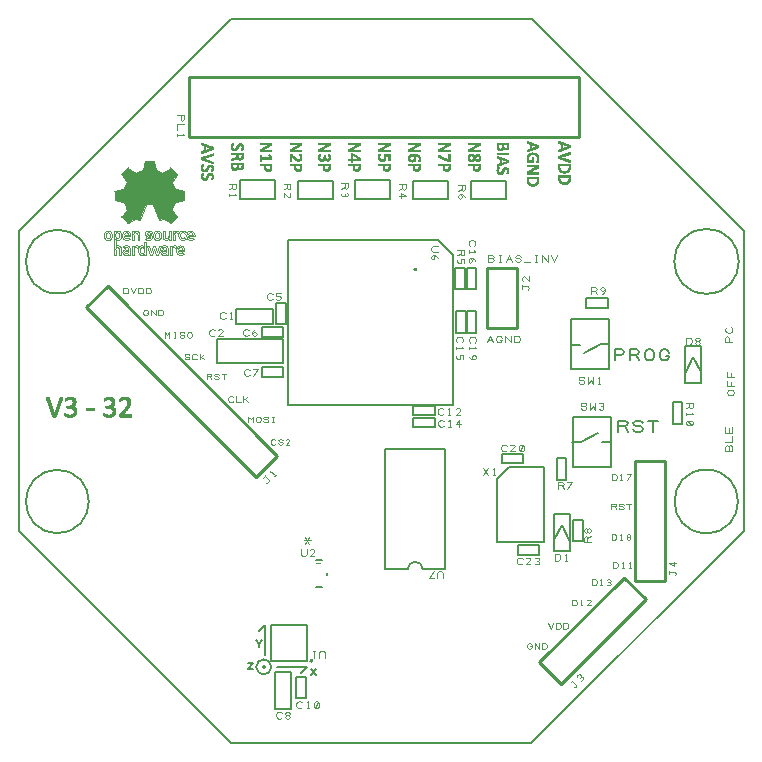
<source format=gbr>
G04 EasyPC Gerber Version 21.0.3 Build 4286 *
G04 #@! TF.Part,Single*
G04 #@! TF.FileFunction,Legend,Top *
G04 #@! TF.FilePolarity,Positive *
%FSLAX35Y35*%
%MOIN*%
%ADD75C,0.00100*%
%ADD74C,0.00300*%
%ADD73C,0.00500*%
%ADD78C,0.00600*%
%ADD77C,0.00800*%
%ADD76C,0.01000*%
X0Y0D02*
D02*
D73*
X13150Y91550D02*
G75*
G03Y70623J-10463D01*
G01*
G75*
G03Y91550J10463*
G01*
X13250Y171550D02*
G75*
G03Y150423J-10563D01*
G01*
G75*
G03Y171550J10563*
G01*
X66450Y127250D02*
X88450D01*
Y135250*
X66450*
Y127250*
X78450Y25137D02*
X76575D01*
X78450Y27387*
X76575*
X80387Y32513D02*
Y33637D01*
X79450Y34763*
X80387Y33637D02*
X81325Y34763D01*
X82450Y25950D02*
G75*
G03X81450I-500D01*
G01*
G75*
G03X82450I500*
G01*
Y29950D02*
Y39950D01*
X80450Y37950*
X84450Y25950D02*
G75*
G03X79450I-2500D01*
G01*
G75*
G03X84450I2500*
G01*
X85750Y181850D02*
X74050D01*
Y188100*
X85750*
Y181850*
X86450Y25950D02*
X96450D01*
X94450Y23950*
X88450Y125750D02*
Y122550D01*
X81350*
Y125750*
X88450*
Y139150D02*
Y135950D01*
X81350*
Y139150*
X88450*
X89250Y140250D02*
X86050D01*
Y147350*
X89250*
Y140250*
X96050Y15550D02*
X92850D01*
Y22650*
X96050*
Y15550*
X96450Y27881D02*
X84381D01*
Y39950*
X96450*
Y27881*
X97950Y27650D02*
G75*
G03X97650Y28350I-150J350D01*
G01*
G75*
G03X97950Y27650I150J-350*
G01*
X99450Y25387D02*
X97575Y23137D01*
X99450D02*
X97575Y25387D01*
X104950Y181750D02*
X93250D01*
Y188000*
X104950*
Y181750*
X122450Y58550D02*
X129950D01*
G75*
G02X132450Y61050I2500*
G01*
G75*
G02X134950Y58550J-2500*
G01*
X142450*
Y98550*
X122450*
Y58550*
X124150Y181850D02*
X112450D01*
Y188100*
X124150*
Y181850*
X131850Y105750D02*
Y108950D01*
X138950*
Y105750*
X131850*
Y109750D02*
Y112950D01*
X138950*
Y109750*
X131850*
X143350Y181750D02*
X131650D01*
Y188000*
X143350*
Y181750*
X146050Y144450D02*
X149250D01*
Y137350*
X146050*
Y144450*
X149050Y151850D02*
X145850D01*
Y158950*
X149050*
Y151850*
X149550Y159050D02*
X152750D01*
Y151950*
X149550*
Y159050*
X149650Y144450D02*
X152850D01*
Y137350*
X149650*
Y144450*
X159650Y88650D02*
Y67450D01*
X175450*
Y92650*
X163650*
X159650Y88650*
X161350Y93850D02*
Y97050D01*
X168450*
Y93850*
X161350*
X162750Y181750D02*
X151050D01*
Y188000*
X162750*
Y181750*
X171350Y241950D02*
X71150D01*
X350Y171150*
Y71250*
X71050Y550*
X171150*
X241950Y71350*
Y171250*
X237950Y175250*
X171350Y241950*
X173850Y66450D02*
Y63250D01*
X166750*
Y66450*
X173850*
X178700Y76900D02*
X184000D01*
Y64600*
X178700*
Y76900*
X178850Y68250D02*
X181350Y73250D01*
X183850Y68250*
X179550Y95450D02*
X182750D01*
Y88350*
X179550*
Y95450*
X184450Y125250D02*
X197050D01*
Y141750*
X184450*
Y125250*
X184650Y133350D02*
X187450D01*
X184850Y100950D02*
X187550D01*
X193350Y103950*
X185050Y74850D02*
X188250D01*
Y67750*
X185050*
Y74850*
X196550Y148850D02*
Y145650D01*
X189450*
Y148850*
X196550*
X197150Y133450D02*
X194450D01*
X188650Y130450*
X197350Y101050D02*
X194550D01*
X197550Y109150D02*
X184950D01*
Y92650*
X197550*
Y109150*
X198950Y128087D02*
Y131837D01*
X201137*
X201763Y131525*
X202075Y130900*
X201763Y130275*
X201137Y129963*
X198950*
X203950Y128087D02*
Y131837D01*
X206137*
X206763Y131525*
X207075Y130900*
X206763Y130275*
X206137Y129963*
X203950*
X206137D02*
X207075Y128087D01*
X208950Y129337D02*
Y130587D01*
X209263Y131213*
X209575Y131525*
X210200Y131837*
X210825*
X211450Y131525*
X211763Y131213*
X212075Y130587*
Y129337*
X211763Y128713*
X211450Y128400*
X210825Y128087*
X210200*
X209575Y128400*
X209263Y128713*
X208950Y129337*
X216137Y129650D02*
X217075D01*
Y129337*
X216763Y128713*
X216450Y128400*
X215825Y128087*
X215200*
X214575Y128400*
X214263Y128713*
X213950Y129337*
Y130587*
X214263Y131213*
X214575Y131525*
X215200Y131837*
X215825*
X216450Y131525*
X216763Y131213*
X217075Y130587*
X200150Y104287D02*
Y108037D01*
X202337*
X202963Y107725*
X203275Y107100*
X202963Y106475*
X202337Y106163*
X200150*
X202337D02*
X203275Y104287D01*
X205150Y105225D02*
X205463Y104600D01*
X206087Y104287*
X207337*
X207963Y104600*
X208275Y105225*
X207963Y105850*
X207337Y106163*
X206087*
X205463Y106475*
X205150Y107100*
X205463Y107725*
X206087Y108037*
X207337*
X207963Y107725*
X208275Y107100*
X211713Y104287D02*
Y108037D01*
X210150D02*
X213275D01*
X221450Y107050D02*
X218250D01*
Y114150*
X221450*
Y107050*
X222400Y132800D02*
X227700D01*
Y120500*
X222400*
Y132800*
X222550Y124150D02*
X225050Y129150D01*
X227550Y124150*
X229450Y91677D02*
G75*
G03Y70550J-10563D01*
G01*
G75*
G03Y91677J10563*
G01*
X229550Y171877D02*
G75*
G03Y150350J-10763D01*
G01*
G75*
G03Y171877J10763*
G01*
D02*
D74*
X28890Y169662D02*
G75*
G02X28909Y170098I4231J27D01*
G01*
G75*
G02X28968Y170406I1567J-137*
G01*
G75*
G02X29225Y170848I1139J-366*
G01*
G75*
G02X29378Y170986I826J-763*
G01*
G75*
G02X29579Y171117I1087J-1444*
G01*
G75*
G02X29839Y171214I446J-805*
G01*
G75*
G02X30169Y171246I314J-1524*
G01*
G75*
G02X30495Y171214I15J-1524*
G01*
G75*
G02X30755Y171117I-190J-912*
G01*
G75*
G02X30958Y170986I-894J-1601*
G01*
G75*
G02X31111Y170848I-680J-915*
G01*
G75*
G02X31369Y170406I-875J-804*
G01*
G75*
G02X31426Y170098I-1522J-445*
G01*
G75*
G02X31446Y169662I-4250J-406*
G01*
G75*
G02X31426Y169219I-4400J-30*
G01*
G75*
G02X31369Y168908I-1584J134*
G01*
G75*
G02X31111Y168466I-1132J361*
G01*
G75*
G02X30958Y168327I-801J731*
G01*
G75*
G02X30755Y168196I-1020J1365*
G01*
G75*
G02X30495Y168102I-448J832*
G01*
G75*
G02X30169Y168071I-310J1527*
G01*
G75*
G02X29839Y168102I-17J1591*
G01*
G75*
G02X29579Y168196I183J915*
G01*
G75*
G02X29378Y168327I811J1472*
G01*
G75*
G02X29225Y168466I642J857*
G01*
G75*
G02X28968Y168908I881J809*
G01*
G75*
G02X28909Y169219I1513J444*
G01*
G75*
G02X28890Y169662I4341J415*
G01*
X30825Y169655D02*
G75*
G03X30816Y169943I-4093J22D01*
G01*
G75*
G03X30790Y170131I-1152J-64*
G01*
G75*
G03X30671Y170394I-795J-202*
G01*
G75*
G03X30464Y170565I-418J-296*
G01*
G75*
G03X30169Y170622I-279J-649*
G01*
G75*
G03X29872Y170565I-17J-713*
G01*
G75*
G03X29667Y170394I204J-453*
G01*
G75*
G03X29546Y170131I592J-431*
G01*
G75*
G03X29523Y169945I1220J-250*
G01*
G75*
G03X29515Y169662I4302J-261*
G01*
G75*
G03X29523Y169371I4535J-22*
G01*
G75*
G03X29546Y169181I1276J63*
G01*
G75*
G03X29667Y168920I686J158*
G01*
G75*
G03X29872Y168749I409J281*
G01*
G75*
G03X30169Y168692I280J656*
G01*
G75*
G03X30464Y168749I16J706*
G01*
G75*
G03X30671Y168920I-211J467*
G01*
G75*
G03X30790Y169180I-644J452*
G01*
G75*
G03X30816Y169368I-1126J252*
G01*
G75*
G03X30825Y169655I-4049J266*
G01*
X32019Y163169D02*
Y171210D01*
X32643*
Y170884*
G75*
G02X33006Y171156I822J-722*
G01*
G75*
G02X33445Y171246I427J-965*
G01*
G75*
G02X33709Y171217I8J-1158*
G01*
G75*
G02X33935Y171131I-193J-843*
G01*
G75*
G02X34276Y170843I-531J-974*
G01*
G75*
G02X34450Y170452I-750J-570*
G01*
G75*
G02X34485Y170142I-2233J-406*
G01*
G75*
G02X34496Y169655I-8677J-447*
G01*
G75*
G02X34485Y169170I-8604J-39*
G01*
G75*
G02X34450Y168860I-2283J98*
G01*
G75*
G02X34276Y168471I-905J173*
G01*
G75*
G02X33935Y168183I-839J646*
G01*
G75*
G02X33709Y168099I-417J774*
G01*
G75*
G02X33445Y168071I-256J1159*
G01*
G75*
G02X33009Y168169I-16J946*
G01*
G75*
G02X32643Y168435I702J1352*
G01*
Y165940*
X32654*
G75*
G02X33002Y166216I737J-572*
G01*
G75*
G02X33462Y166307I440J-1009*
G01*
G75*
G02X33817Y166239I-2J-962*
G01*
G75*
G02X34160Y166033I-487J-1198*
G01*
G75*
G02X34412Y165695I-541J-667*
G01*
G75*
G02X34475Y165479I-952J-395*
G01*
G75*
G02X34496Y165231I-1366J-242*
G01*
Y163169*
X33872*
Y165016*
G75*
G03X33829Y165296I-830J14*
G01*
G75*
G03X33697Y165507I-533J-186*
G01*
G75*
G03X33501Y165639I-417J-407*
G01*
G75*
G03X33261Y165683I-232J-589*
G01*
G75*
G03X33016Y165639I-8J-657*
G01*
G75*
G03X32818Y165507I215J-537*
G01*
G75*
G03X32687Y165296I402J-397*
G01*
G75*
G03X32643Y165016I787J-266*
G01*
Y163169*
X32019*
X33256Y168692D02*
G75*
G03X33454Y168711I9J949D01*
G01*
G75*
G03X33608Y168768I-106J525*
G01*
G75*
G03X33784Y168994I-181J323*
G01*
G75*
G03X33872Y169655I-2260J638*
G01*
G75*
G03X33784Y170318I-2372J22*
G01*
G75*
G03X33608Y170546I-359J-96*
G01*
G75*
G03X33454Y170603I-260J-466*
G01*
G75*
G03X33256Y170622I-188J-923*
G01*
G75*
G03X33058Y170602I-9J-908*
G01*
G75*
G03X32905Y170543I106J-506*
G01*
G75*
G03X32730Y170307I195J-327*
G01*
G75*
G03X32643Y169655I2353J-646*
G01*
G75*
G03X32730Y169005I2418J-7*
G01*
G75*
G03X32905Y168770I368J92*
G01*
G75*
G03X33058Y168712I259J448*
G01*
G75*
G03X33256Y168692I189J892*
G01*
X35150Y150419D02*
Y152294D01*
X36087*
X36400Y152137*
X36556Y151981*
X36713Y151669*
Y151044*
X36556Y150731*
X36400Y150575*
X36087Y150419*
X35150*
X37650Y152294D02*
X38431Y150419D01*
X39213Y152294*
X40150Y150419D02*
Y152294D01*
X41087*
X41400Y152137*
X41556Y151981*
X41713Y151669*
Y151044*
X41556Y150731*
X41400Y150575*
X41087Y150419*
X40150*
X42650D02*
Y152294D01*
X43587*
X43900Y152137*
X44056Y151981*
X44213Y151669*
Y151044*
X44056Y150731*
X43900Y150575*
X43587Y150419*
X42650*
X35589Y169936D02*
X36898D01*
G75*
G03X36842Y170245I-1013J-26*
G01*
G75*
G03X36701Y170472I-591J-209*
G01*
G75*
G03X36496Y170611I-437J-423*
G01*
G75*
G03X36244Y170657I-244J-615*
G01*
G75*
G03X35990Y170611I-8J-676*
G01*
G75*
G03X35782Y170472I229J-565*
G01*
G75*
G03X35642Y170245I440J-429*
G01*
G75*
G03X35589Y169936I938J-322*
G01*
X36846Y163157D02*
Y163431D01*
X36833*
G75*
G02X36573Y163199I-444J235*
G01*
G75*
G02X36359Y163141I-352J869*
G01*
G75*
G02X36088Y163122I-256J1709*
G01*
G75*
G02X35637Y163196I7J1451*
G01*
G75*
G02X35312Y163395I273J809*
G01*
G75*
G02X35097Y163695I582J645*
G01*
G75*
G02X35025Y164068I869J360*
G01*
G75*
G02X35087Y164426I998J11*
G01*
G75*
G02X35274Y164721I831J-318*
G01*
G75*
G02X35580Y164919I567J-539*
G01*
G75*
G02X36005Y164989I416J-1207*
G01*
X36846*
Y165318*
G75*
G03X36808Y165498I-391J13*
G01*
G75*
G03X36692Y165624I-287J-146*
G01*
G75*
G03X36498Y165698I-293J-476*
G01*
G75*
G03X36226Y165719I-232J-1243*
G01*
G75*
G03X36029Y165707I-8J-1470*
G01*
G75*
G03X35867Y165670I109J-857*
G01*
G75*
G03X35655Y165477I175J-405*
G01*
X35178Y165853*
G75*
G02X35606Y166197I863J-635*
G01*
G75*
G02X35880Y166281I486J-1105*
G01*
G75*
G02X36196Y166304I278J-1587*
G01*
G75*
G02X36706Y166252I44J-2074*
G01*
G75*
G02X37106Y166083I-283J-1230*
G01*
G75*
G02X37360Y165765I-424J-600*
G01*
G75*
G02X37426Y165544I-957J-404*
G01*
G75*
G02X37450Y165281I-1522J-272*
G01*
Y163157*
X36846*
Y164247D02*
Y164476D01*
X36119*
G75*
G03X35886Y164446I18J-1067*
G01*
G75*
G03X35721Y164373I112J-476*
G01*
G75*
G03X35624Y164257I168J-241*
G01*
G75*
G03X35593Y164098I327J-145*
G01*
G75*
G03X35628Y163953I317J-2*
G01*
G75*
G03X35730Y163828I355J186*
G01*
G75*
G03X35904Y163737I276J316*
G01*
G75*
G03X36164Y163707I241J940*
G01*
G75*
G03X36490Y163727I51J1783*
G01*
G75*
G03X36702Y163800I-80J581*
G01*
G75*
G03X36765Y163864I-133J192*
G01*
G75*
G03X36810Y163961I-321J208*
G01*
G75*
G03X36846Y164247I-921J261*
G01*
X37521Y169422D02*
X35589D01*
G75*
G03X35641Y169087I983J-19*
G01*
G75*
G03X35797Y168848I561J196*
G01*
G75*
G03X36033Y168704I471J509*
G01*
G75*
G03X36328Y168656I284J813*
G01*
G75*
G03X36691Y168731I5J893*
G01*
G75*
G03X37009Y168956I-425J937*
G01*
X37461Y168570*
G75*
G02X37215Y168339I-1143J967*
G01*
G75*
G02X36941Y168186I-725J973*
G01*
G75*
G02X36339Y168071I-597J1500*
G01*
G75*
G02X35869Y168148I1J1477*
G01*
G75*
G02X35413Y168380I588J1719*
G01*
G75*
G02X35217Y168575I454J653*
G01*
G75*
G02X35077Y168851I910J636*
G01*
G75*
G02X34993Y169208I1741J599*
G01*
G75*
G02X34965Y169646I3121J419*
G01*
G75*
G02X34991Y170065I3139J15*
G01*
G75*
G02X35068Y170413I1921J-246*
G01*
G75*
G02X35198Y170691I1177J-378*
G01*
G75*
G02X35378Y170899I762J-479*
G01*
G75*
G02X35802Y171159I1025J-1195*
G01*
G75*
G02X36244Y171246I444J-1094*
G01*
G75*
G02X36723Y171157I9J-1288*
G01*
G75*
G02X37138Y170891I-499J-1235*
G01*
G75*
G02X37425Y170475I-769J-838*
G01*
G75*
G02X37521Y169936I-1343J-517*
G01*
Y169422*
X38067Y168107D02*
Y171210D01*
X38691*
Y170878*
X38702*
G75*
G02X39050Y171154I737J-572*
G01*
G75*
G02X39510Y171246I440J-1009*
G01*
G75*
G02X39865Y171177I-2J-962*
G01*
G75*
G02X40207Y170971I-488J-1198*
G01*
G75*
G02X40460Y170633I-540J-667*
G01*
G75*
G02X40523Y170417I-954J-395*
G01*
G75*
G02X40544Y170170I-1366J-242*
G01*
Y168107*
X39920*
Y169955*
G75*
G03X39876Y170234I-829J13*
G01*
G75*
G03X39745Y170445I-533J-186*
G01*
G75*
G03X39548Y170578I-417J-407*
G01*
G75*
G03X39309Y170622I-232J-588*
G01*
G75*
G03X39064Y170578I-8J-657*
G01*
G75*
G03X38866Y170445I215J-537*
G01*
G75*
G03X38734Y170234I402J-397*
G01*
G75*
G03X38691Y169955I785J-266*
G01*
Y168107*
X38067*
X38174Y163169D02*
Y166272D01*
X38798*
Y165940*
X38809*
G75*
G02X39157Y166216I737J-572*
G01*
G75*
G02X39617Y166307I440J-1009*
G01*
G75*
G02X39950Y166248I0J-953*
G01*
G75*
G02X40265Y166068I-419J-1100*
G01*
X39815Y165530*
G75*
G03X39610Y165645I-496J-644*
G01*
G75*
G03X39402Y165683I-211J-555*
G01*
G75*
G03X38985Y165529I0J-640*
G01*
G75*
G03X38845Y165328I302J-359*
G01*
G75*
G03X38798Y165033I787J-276*
G01*
Y163169*
X38174*
X41548Y165683D02*
G75*
G03X41349Y165665I-9J-956D01*
G01*
G75*
G03X41194Y165608I106J-526*
G01*
G75*
G03X41018Y165381I180J-323*
G01*
G75*
G03X40930Y164724I2250J-636*
G01*
G75*
G03X41018Y164056I2376J-26*
G01*
G75*
G03X41194Y163830I357J96*
G01*
G75*
G03X41349Y163773I260J470*
G01*
G75*
G03X41548Y163754I189J937*
G01*
G75*
G03X41743Y163774I9J892*
G01*
G75*
G03X41896Y163832I-106J502*
G01*
G75*
G03X42070Y164068I-198J330*
G01*
G75*
G03X42159Y164724I-2325J648*
G01*
G75*
G03X42070Y165369I-2377J3*
G01*
G75*
G03X41896Y165605I-372J-94*
G01*
G75*
G03X41743Y165664I-259J-443*
G01*
G75*
G03X41548Y165683I-187J-872*
G01*
X42944Y143900D02*
X43413D01*
Y143744*
X43256Y143431*
X43100Y143275*
X42787Y143119*
X42475*
X42163Y143275*
X42006Y143431*
X41850Y143744*
Y144369*
X42006Y144681*
X42163Y144837*
X42475Y144994*
X42787*
X43100Y144837*
X43256Y144681*
X43413Y144369*
X44350Y143119D02*
Y144994D01*
X45913Y143119*
Y144994*
X46850Y143119D02*
Y144994D01*
X47787*
X48100Y144837*
X48256Y144681*
X48413Y144369*
Y143744*
X48256Y143431*
X48100Y143275*
X47787Y143119*
X46850*
X42159Y163169D02*
Y163491D01*
G75*
G02X41795Y163222I-822J731*
G01*
G75*
G02X41357Y163133I-427J970*
G01*
G75*
G02X41090Y163161I-9J1206*
G01*
G75*
G02X40863Y163244I190J863*
G01*
G75*
G02X40526Y163533I473J894*
G01*
G75*
G02X40350Y163923I698J551*
G01*
G75*
G02X40317Y164236I2354J410*
G01*
G75*
G02X40306Y164724I8999J447*
G01*
G75*
G02X40317Y165205I8783J40*
G01*
G75*
G02X40350Y165514I2330J-96*
G01*
G75*
G02X40526Y165904I894J-169*
G01*
G75*
G02X40863Y166193I840J-641*
G01*
G75*
G02X41090Y166279I420J-762*
G01*
G75*
G02X41357Y166307I259J-1148*
G01*
G75*
G02X41791Y166206I13J-920*
G01*
G75*
G02X42159Y165940I-779J-1469*
G01*
Y167524*
X42783*
Y163169*
X42159*
X42272Y168623D02*
X42708Y169055D01*
G75*
G03X43156Y168756I980J983*
G01*
G75*
G03X43686Y168656I517J1291*
G01*
G75*
G03X43929Y168681I9J1089*
G01*
G75*
G03X44125Y168757I-150J687*
G01*
G75*
G03X44256Y168881I-167J304*
G01*
G75*
G03X44299Y169055I-296J166*
G01*
G75*
G03X44275Y169176I-292J6*
G01*
G75*
G03X44204Y169267I-221J-100*
G01*
G75*
G03X44085Y169328I-227J-295*
G01*
G75*
G03X43919Y169359I-222J-720*
G01*
X43369Y169411*
G75*
G02X43017Y169489I77J1192*
G01*
G75*
G02X42730Y169664I354J900*
G01*
G75*
G02X42539Y169933I469J535*
G01*
G75*
G02X42476Y170289I876J340*
G01*
G75*
G02X42558Y170704I976J21*
G01*
G75*
G02X42807Y171003I696J-325*
G01*
G75*
G02X43179Y171185I703J-966*
G01*
G75*
G02X43632Y171246I437J-1542*
G01*
G75*
G02X44009Y171217I13J-2324*
G01*
G75*
G02X44328Y171131I-242J-1537*
G01*
G75*
G02X44848Y170824I-683J-1749*
G01*
X44462Y170369*
G75*
G03X44080Y170576I-1177J-1717*
G01*
G75*
G03X43632Y170657I-428J-1089*
G01*
G75*
G03X43379Y170631I-20J-1037*
G01*
G75*
G03X43217Y170552I80J-367*
G01*
G75*
G03X43100Y170283I230J-260*
G01*
G75*
G03X43121Y170185I232*
G01*
G75*
G03X43186Y170094I285J136*
G01*
G75*
G03X43311Y170025I206J224*
G01*
G75*
G03X43510Y169991I247J829*
G01*
X44023Y169955*
G75*
G02X44247Y169924I-98J-1530*
G01*
G75*
G02X44437Y169864I-219J-1023*
G01*
G75*
G02X44714Y169657I-264J-643*
G01*
G75*
G02X44870Y169367I-740J-585*
G01*
G75*
G02X44923Y169025I-1030J-333*
G01*
G75*
G02X44830Y168620I-854J-17*
G01*
G75*
G02X44549Y168319I-723J394*
G01*
G75*
G02X44134Y168133I-780J1183*
G01*
G75*
G02X43637Y168071I-479J1825*
G01*
G75*
G02X42909Y168209I-13J1925*
G01*
G75*
G02X42272Y168623I789J1909*
G01*
X45309Y169662D02*
G75*
G02X45329Y170098I4231J27D01*
G01*
G75*
G02X45387Y170406I1567J-137*
G01*
G75*
G02X45645Y170848I1139J-366*
G01*
G75*
G02X45797Y170986I826J-763*
G01*
G75*
G02X45999Y171117I1087J-1447*
G01*
G75*
G02X46259Y171214I446J-805*
G01*
G75*
G02X46589Y171246I314J-1523*
G01*
G75*
G02X46915Y171214I15J-1526*
G01*
G75*
G02X47175Y171117I-190J-911*
G01*
G75*
G02X47378Y170986I-894J-1604*
G01*
G75*
G02X47531Y170848I-680J-915*
G01*
G75*
G02X47788Y170406I-875J-803*
G01*
G75*
G02X47846Y170098I-1522J-447*
G01*
G75*
G02X47866Y169662I-4250J-406*
G01*
G75*
G02X47846Y169219I-4400J-30*
G01*
G75*
G02X47788Y168908I-1584J136*
G01*
G75*
G02X47531Y168466I-1131J361*
G01*
G75*
G02X47378Y168327I-801J731*
G01*
G75*
G02X47175Y168196I-1021J1368*
G01*
G75*
G02X46915Y168102I-448J831*
G01*
G75*
G02X46589Y168071I-310J1529*
G01*
G75*
G02X46259Y168102I-16J1589*
G01*
G75*
G02X45999Y168196I183J915*
G01*
G75*
G02X45797Y168327I811J1475*
G01*
G75*
G02X45645Y168466I642J857*
G01*
G75*
G02X45387Y168908I881J809*
G01*
G75*
G02X45329Y169219I1513J444*
G01*
G75*
G02X45309Y169662I4341J415*
G01*
X46011Y163169D02*
X45361Y165339D01*
X45349*
X44701Y163169*
X44150*
X43159Y166272*
X43819*
X44414Y164098*
X44425*
X45128Y166272*
X45583*
X46285Y164098*
X46298*
X46891Y166272*
X47553*
X46560Y163169*
X46011*
X47244Y169655D02*
G75*
G03X47236Y169943I-4093J22D01*
G01*
G75*
G03X47210Y170131I-1151J-61*
G01*
G75*
G03X47091Y170394I-795J-203*
G01*
G75*
G03X46884Y170565I-417J-295*
G01*
G75*
G03X46589Y170622I-279J-650*
G01*
G75*
G03X46292Y170565I-17J-713*
G01*
G75*
G03X46087Y170394I204J-453*
G01*
G75*
G03X45967Y170131I592J-431*
G01*
G75*
G03X45943Y169945I1220J-252*
G01*
G75*
G03X45935Y169662I4302J-261*
G01*
G75*
G03X45943Y169371I4535J-22*
G01*
G75*
G03X45967Y169181I1276J65*
G01*
G75*
G03X46087Y168920I686J158*
G01*
G75*
G03X46292Y168749I409J281*
G01*
G75*
G03X46589Y168692I280J656*
G01*
G75*
G03X46884Y168749I16J707*
G01*
G75*
G03X47091Y168920I-211J466*
G01*
G75*
G03X47210Y169180I-644J453*
G01*
G75*
G03X47236Y169368I-1127J249*
G01*
G75*
G03X47244Y169655I-4049J266*
G01*
X48434Y169147D02*
Y171210D01*
X49058*
Y169359*
G75*
G03X49102Y169078I837J-14*
G01*
G75*
G03X49233Y168867I527J183*
G01*
G75*
G03X49431Y168736I413J407*
G01*
G75*
G03X49676Y168692I237J618*
G01*
G75*
G03X49916Y168736I7J637*
G01*
G75*
G03X50112Y168867I-220J541*
G01*
G75*
G03X50244Y169078I-396J393*
G01*
G75*
G03X50287Y169359I-794J267*
G01*
Y171210*
X50911*
Y168107*
X50287*
Y168435*
X50274*
G75*
G02X49930Y168162I-733J571*
G01*
G75*
G02X49474Y168071I-436J997*
G01*
G75*
G02X49113Y168139J989*
G01*
G75*
G02X48770Y168344I476J1188*
G01*
G75*
G02X48518Y168681I535J663*
G01*
G75*
G02X48455Y168898I959J396*
G01*
G75*
G02X48434Y169147I1379J241*
G01*
X48950Y135719D02*
Y137594D01*
X49731Y136656*
X50513Y137594*
Y135719*
X51919D02*
X52544D01*
X52231D02*
Y137594D01*
X51919D02*
X52544D01*
X53950Y136187D02*
X54106Y135875D01*
X54419Y135719*
X55044*
X55356Y135875*
X55513Y136187*
X55356Y136500*
X55044Y136656*
X54419*
X54106Y136813*
X53950Y137125*
X54106Y137437*
X54419Y137594*
X55044*
X55356Y137437*
X55513Y137125*
X56450Y136344D02*
Y136969D01*
X56606Y137281*
X56763Y137437*
X57075Y137594*
X57387*
X57700Y137437*
X57856Y137281*
X58013Y136969*
Y136344*
X57856Y136031*
X57700Y135875*
X57387Y135719*
X57075*
X56763Y135875*
X56606Y136031*
X56450Y136344*
X49491Y163157D02*
Y163431D01*
X49478*
G75*
G02X49219Y163199I-444J235*
G01*
G75*
G02X49005Y163141I-352J869*
G01*
G75*
G02X48734Y163122I-256J1709*
G01*
G75*
G02X48283Y163196I7J1451*
G01*
G75*
G02X47958Y163395I273J809*
G01*
G75*
G02X47743Y163695I582J645*
G01*
G75*
G02X47671Y164068I869J360*
G01*
G75*
G02X47733Y164426I998J11*
G01*
G75*
G02X47919Y164721I831J-317*
G01*
G75*
G02X48225Y164919I567J-539*
G01*
G75*
G02X48651Y164989I417J-1209*
G01*
X49491*
Y165318*
G75*
G03X49454Y165498I-391J12*
G01*
G75*
G03X49338Y165624I-287J-145*
G01*
G75*
G03X49144Y165698I-293J-477*
G01*
G75*
G03X48872Y165719I-232J-1241*
G01*
G75*
G03X48674Y165707I-8J-1470*
G01*
G75*
G03X48513Y165670I109J-857*
G01*
G75*
G03X48301Y165477I175J-405*
G01*
X47823Y165853*
G75*
G02X48251Y166197I864J-635*
G01*
G75*
G02X48526Y166281I486J-1105*
G01*
G75*
G02X48841Y166304I277J-1585*
G01*
G75*
G02X49352Y166252I45J-2076*
G01*
G75*
G02X49751Y166083I-283J-1228*
G01*
G75*
G02X50006Y165765I-424J-600*
G01*
G75*
G02X50071Y165544I-957J-404*
G01*
G75*
G02X50095Y165281I-1522J-274*
G01*
Y163157*
X49491*
Y164247D02*
Y164476D01*
X48764*
G75*
G03X48531Y164446I17J-1068*
G01*
G75*
G03X48367Y164373I112J-476*
G01*
G75*
G03X48269Y164257I168J-241*
G01*
G75*
G03X48239Y164098I328J-144*
G01*
G75*
G03X48273Y163953I317J-2*
G01*
G75*
G03X48375Y163828I355J187*
G01*
G75*
G03X48550Y163737I276J316*
G01*
G75*
G03X48810Y163707I241J940*
G01*
G75*
G03X49135Y163727I51J1781*
G01*
G75*
G03X49348Y163800I-80J581*
G01*
G75*
G03X49411Y163864I-133J193*
G01*
G75*
G03X49456Y163961I-321J208*
G01*
G75*
G03X49491Y164247I-921J261*
G01*
X50829Y163169D02*
Y166272D01*
X51453*
Y165940*
X51465*
G75*
G02X51812Y166216I737J-572*
G01*
G75*
G02X52272Y166307I440J-1009*
G01*
G75*
G02X52605Y166248I0J-953*
G01*
G75*
G02X52921Y166068I-419J-1101*
G01*
X52470Y165530*
G75*
G03X52265Y165645I-496J-645*
G01*
G75*
G03X52057Y165683I-211J-555*
G01*
G75*
G03X51641Y165529J-639*
G01*
G75*
G03X51500Y165328I301J-360*
G01*
G75*
G03X51453Y165033I787J-276*
G01*
Y163169*
X50829*
X51620Y168107D02*
Y171210D01*
X52244*
Y170878*
X52256*
G75*
G02X52603Y171154I737J-572*
G01*
G75*
G02X53063Y171246I440J-1009*
G01*
G75*
G02X53396Y171186I0J-953*
G01*
G75*
G02X53711Y171006I-417J-1101*
G01*
X53261Y170468*
G75*
G03X53056Y170583I-497J-644*
G01*
G75*
G03X52848Y170622I-209J-556*
G01*
G75*
G03X52431Y170467J-639*
G01*
G75*
G03X52291Y170267I300J-360*
G01*
G75*
G03X52244Y169972I788J-276*
G01*
Y168107*
X51620*
X53113Y209950D02*
X55363D01*
Y208637*
X55175Y208263*
X54800Y208075*
X54425Y208263*
X54237Y208637*
Y209950*
X55363Y206950D02*
X53113D01*
Y205075*
Y203575D02*
Y202825D01*
Y203200D02*
X55363D01*
X54987Y203575*
X53585Y164998D02*
X54894D01*
G75*
G03X54838Y165307I-1013J-26*
G01*
G75*
G03X54697Y165533I-591J-209*
G01*
G75*
G03X54491Y165673I-437J-424*
G01*
G75*
G03X54240Y165719I-244J-614*
G01*
G75*
G03X53985Y165673I-8J-677*
G01*
G75*
G03X53778Y165533I229J-564*
G01*
G75*
G03X53638Y165307I440J-429*
G01*
G75*
G03X53585Y164998I938J-322*
G01*
X55517Y164484D02*
X53585D01*
G75*
G03X53637Y164149I984J-19*
G01*
G75*
G03X53793Y163909I561J195*
G01*
G75*
G03X54029Y163766I471J509*
G01*
G75*
G03X54323Y163718I283J813*
G01*
G75*
G03X54687Y163793I6J892*
G01*
G75*
G03X55005Y164018I-425J939*
G01*
X55457Y163632*
G75*
G02X55211Y163401I-1141J967*
G01*
G75*
G02X54937Y163248I-725J973*
G01*
G75*
G02X54335Y163133I-598J1500*
G01*
G75*
G02X53865Y163210I1J1476*
G01*
G75*
G02X53409Y163442I588J1720*
G01*
G75*
G02X53213Y163637I455J653*
G01*
G75*
G02X53072Y163913I910J636*
G01*
G75*
G02X52989Y164270I1741J597*
G01*
G75*
G02X52961Y164708I3121J419*
G01*
G75*
G02X52986Y165126I3136J18*
G01*
G75*
G02X53064Y165474I1924J-248*
G01*
G75*
G02X53193Y165753I1176J-377*
G01*
G75*
G02X53374Y165961I763J-480*
G01*
G75*
G02X53798Y166221I1024J-1194*
G01*
G75*
G02X54240Y166307I444J-1095*
G01*
G75*
G02X54719Y166219I9J-1287*
G01*
G75*
G02X55134Y165953I-499J-1236*
G01*
G75*
G02X55421Y165537I-769J-838*
G01*
G75*
G02X55517Y164998I-1343J-517*
G01*
Y164484*
X55550Y128887D02*
X55706Y128575D01*
X56019Y128419*
X56644*
X56956Y128575*
X57113Y128887*
X56956Y129200*
X56644Y129356*
X56019*
X55706Y129513*
X55550Y129825*
X55706Y130137*
X56019Y130294*
X56644*
X56956Y130137*
X57113Y129825*
X59613Y128731D02*
X59456Y128575D01*
X59144Y128419*
X58675*
X58363Y128575*
X58206Y128731*
X58050Y129044*
Y129669*
X58206Y129981*
X58363Y130137*
X58675Y130294*
X59144*
X59456Y130137*
X59613Y129981*
X60550Y128419D02*
Y130294D01*
Y129356D02*
X61019D01*
X62113Y130294*
X61019Y129356D02*
X62113Y128419D01*
X55713Y169019D02*
X56174Y168606D01*
G75*
G02X55691Y168222I-1289J1124*
G01*
G75*
G02X55393Y168109I-579J1078*
G01*
G75*
G02X55058Y168071I-326J1404*
G01*
G75*
G02X54546Y168163I-7J1443*
G01*
G75*
G02X54085Y168437I565J1472*
G01*
G75*
G02X53895Y168650I654J774*
G01*
G75*
G02X53759Y168924I1035J683*
G01*
G75*
G02X53678Y169259I1670J584*
G01*
G75*
G02X53650Y169655I2668J382*
G01*
G75*
G02X53678Y170051I2701J14*
G01*
G75*
G02X53759Y170386I1763J-251*
G01*
G75*
G02X53895Y170661I1183J-413*
G01*
G75*
G02X54085Y170876I856J-565*
G01*
G75*
G02X54546Y171154I1030J-1190*
G01*
G75*
G02X55058Y171246I505J-1338*
G01*
G75*
G02X55393Y171208I8J-1428*
G01*
G75*
G02X55691Y171094I-282J-1183*
G01*
G75*
G02X56174Y170708I-821J-1525*
G01*
X55713Y170298*
G75*
G03X55424Y170541I-721J-566*
G01*
G75*
G03X55082Y170622I-336J-655*
G01*
G75*
G03X54729Y170561I-20J-950*
G01*
G75*
G03X54476Y170380I227J-582*
G01*
G75*
G03X54325Y170078I621J-501*
G01*
G75*
G03X54274Y169655I1535J-397*
G01*
G75*
G03X54325Y169234I1570J-26*
G01*
G75*
G03X54476Y168933I769J198*
G01*
G75*
G03X54729Y168752I478J402*
G01*
G75*
G03X55082Y168692I334J893*
G01*
G75*
G03X55425Y168774I6J734*
G01*
G75*
G03X55713Y169019I-429J796*
G01*
X56981Y169936D02*
X58291D01*
G75*
G03X58234Y170245I-1013J-26*
G01*
G75*
G03X58094Y170472I-591J-209*
G01*
G75*
G03X57888Y170611I-437J-424*
G01*
G75*
G03X57637Y170657I-244J-614*
G01*
G75*
G03X57382Y170611I-8J-677*
G01*
G75*
G03X57175Y170472I229J-564*
G01*
G75*
G03X57035Y170245I440J-429*
G01*
G75*
G03X56981Y169936I938J-322*
G01*
X58913Y169422D02*
X56981D01*
G75*
G03X57033Y169087I983J-19*
G01*
G75*
G03X57189Y168848I561J195*
G01*
G75*
G03X57426Y168704I471J509*
G01*
G75*
G03X57720Y168656I284J813*
G01*
G75*
G03X58083Y168731I5J893*
G01*
G75*
G03X58401Y168956I-425J939*
G01*
X58853Y168570*
G75*
G02X58608Y168339I-1143J967*
G01*
G75*
G02X58334Y168186I-725J973*
G01*
G75*
G02X57731Y168071I-597J1500*
G01*
G75*
G02X57261Y168148I1J1477*
G01*
G75*
G02X56805Y168380I588J1720*
G01*
G75*
G02X56609Y168575I454J653*
G01*
G75*
G02X56469Y168851I910J634*
G01*
G75*
G02X56385Y169208I1741J599*
G01*
G75*
G02X56357Y169646I3121J419*
G01*
G75*
G02X56383Y170065I3139J15*
G01*
G75*
G02X56461Y170413I1921J-246*
G01*
G75*
G02X56590Y170691I1176J-377*
G01*
G75*
G02X56771Y170899I763J-480*
G01*
G75*
G02X57194Y171159I1025J-1195*
G01*
G75*
G02X57637Y171246I444J-1094*
G01*
G75*
G02X58115Y171157I9J-1287*
G01*
G75*
G02X58530Y170891I-499J-1236*
G01*
G75*
G02X58818Y170475I-769J-838*
G01*
G75*
G02X58913Y169936I-1343J-517*
G01*
Y169422*
X62950Y121819D02*
Y123694D01*
X64044*
X64356Y123537*
X64513Y123225*
X64356Y122913*
X64044Y122756*
X62950*
X64044D02*
X64513Y121819D01*
X65450Y122287D02*
X65606Y121975D01*
X65919Y121819*
X66544*
X66856Y121975*
X67013Y122287*
X66856Y122600*
X66544Y122756*
X65919*
X65606Y122913*
X65450Y123225*
X65606Y123537*
X65919Y123694*
X66544*
X66856Y123537*
X67013Y123225*
X68731Y121819D02*
Y123694D01*
X67950D02*
X69513D01*
X65725Y136587D02*
X65537Y136400D01*
X65163Y136213*
X64600*
X64225Y136400*
X64037Y136587*
X63850Y136963*
Y137713*
X64037Y138087*
X64225Y138275*
X64600Y138463*
X65163*
X65537Y138275*
X65725Y138087*
X68350Y136213D02*
X66850D01*
X68163Y137525*
X68350Y137900*
X68163Y138275*
X67787Y138463*
X67225*
X66850Y138275*
X69225Y142387D02*
X69037Y142200D01*
X68663Y142013*
X68100*
X67725Y142200*
X67537Y142387*
X67350Y142763*
Y143513*
X67537Y143887*
X67725Y144075*
X68100Y144263*
X68663*
X69037Y144075*
X69225Y143887*
X70725Y142013D02*
X71475D01*
X71100D02*
Y144263D01*
X70725Y143887*
X70413Y187050D02*
X72663D01*
Y185737*
X72475Y185363*
X72100Y185175*
X71725Y185363*
X71537Y185737*
Y187050*
Y185737D02*
X70413Y185175D01*
Y183675D02*
Y182925D01*
Y183300D02*
X72663D01*
X72287Y183675*
X71713Y114531D02*
X71556Y114375D01*
X71244Y114219*
X70775*
X70463Y114375*
X70306Y114531*
X70150Y114844*
Y115469*
X70306Y115781*
X70463Y115937*
X70775Y116094*
X71244*
X71556Y115937*
X71713Y115781*
X72650Y116094D02*
Y114219D01*
X74213*
X75150D02*
Y116094D01*
Y115156D02*
X75619D01*
X76713Y116094*
X75619Y115156D02*
X76713Y114219D01*
X77025Y136687D02*
X76837Y136500D01*
X76463Y136313*
X75900*
X75525Y136500*
X75337Y136687*
X75150Y137063*
Y137813*
X75337Y138187*
X75525Y138375*
X75900Y138563*
X76463*
X76837Y138375*
X77025Y138187*
X78150Y136875D02*
X78337Y137250D01*
X78713Y137437*
X79087*
X79463Y137250*
X79650Y136875*
X79463Y136500*
X79087Y136313*
X78713*
X78337Y136500*
X78150Y136875*
Y137437*
X78337Y138000*
X78713Y138375*
X79087Y138563*
X77325Y123387D02*
X77137Y123200D01*
X76763Y123013*
X76200*
X75825Y123200*
X75637Y123387*
X75450Y123763*
Y124513*
X75637Y124887*
X75825Y125075*
X76200Y125263*
X76763*
X77137Y125075*
X77325Y124887*
X78450Y123013D02*
X79950Y125263D01*
X78450*
X76850Y107519D02*
Y109394D01*
X77631Y108456*
X78413Y109394*
Y107519*
X79350Y108144D02*
Y108769D01*
X79506Y109081*
X79663Y109237*
X79975Y109394*
X80287*
X80600Y109237*
X80756Y109081*
X80913Y108769*
Y108144*
X80756Y107831*
X80600Y107675*
X80287Y107519*
X79975*
X79663Y107675*
X79506Y107831*
X79350Y108144*
X81850Y107987D02*
X82006Y107675D01*
X82319Y107519*
X82944*
X83256Y107675*
X83413Y107987*
X83256Y108300*
X82944Y108456*
X82319*
X82006Y108613*
X81850Y108925*
X82006Y109237*
X82319Y109394*
X82944*
X83256Y109237*
X83413Y108925*
X84819Y107519D02*
X85444D01*
X85131D02*
Y109394D01*
X84819D02*
X85444D01*
X84925Y148687D02*
X84737Y148500D01*
X84363Y148313*
X83800*
X83425Y148500*
X83237Y148687*
X83050Y149063*
Y149813*
X83237Y150187*
X83425Y150375*
X83800Y150563*
X84363*
X84737Y150375*
X84925Y150187*
X86050Y148500D02*
X86425Y148313D01*
X86987*
X87363Y148500*
X87550Y148875*
Y149063*
X87363Y149437*
X86987Y149625*
X86050*
Y150563*
X87550*
X82787Y87413D02*
X83052D01*
X83450Y87546*
X83583Y87943*
Y88209*
X82257Y89534*
X82522Y89800*
X82257Y89534D02*
X81726Y89004D01*
X85439Y89534D02*
X85969Y90065D01*
X85704Y89800D02*
X84113Y91391D01*
Y90860*
X85813Y100331D02*
X85656Y100175D01*
X85344Y100019*
X84875*
X84563Y100175*
X84406Y100331*
X84250Y100644*
Y101269*
X84406Y101581*
X84563Y101737*
X84875Y101894*
X85344*
X85656Y101737*
X85813Y101581*
X86750Y100487D02*
X86906Y100175D01*
X87219Y100019*
X87844*
X88156Y100175*
X88313Y100487*
X88156Y100800*
X87844Y100956*
X87219*
X86906Y101113*
X86750Y101425*
X86906Y101737*
X87219Y101894*
X87844*
X88156Y101737*
X88313Y101425*
X90500Y100019D02*
X89250D01*
X90344Y101113*
X90500Y101425*
X90344Y101737*
X90031Y101894*
X89563*
X89250Y101737*
X88025Y9087D02*
X87837Y8900D01*
X87463Y8713*
X86900*
X86525Y8900*
X86337Y9087*
X86150Y9463*
Y10213*
X86337Y10587*
X86525Y10775*
X86900Y10963*
X87463*
X87837Y10775*
X88025Y10587*
X89713Y9837D02*
X90087D01*
X90463Y10025*
X90650Y10400*
X90463Y10775*
X90087Y10963*
X89713*
X89337Y10775*
X89150Y10400*
X89337Y10025*
X89713Y9837*
X89337Y9650*
X89150Y9275*
X89337Y8900*
X89713Y8713*
X90087*
X90463Y8900*
X90650Y9275*
X90463Y9650*
X90087Y9837*
X88613Y187050D02*
X90863D01*
Y185737*
X90675Y185363*
X90300Y185175*
X89925Y185363*
X89737Y185737*
Y187050*
Y185737D02*
X88613Y185175D01*
Y182550D02*
Y184050D01*
X89925Y182737*
X90300Y182550*
X90675Y182737*
X90863Y183113*
Y183675*
X90675Y184050*
X94725Y12587D02*
X94537Y12400D01*
X94163Y12213*
X93600*
X93225Y12400*
X93037Y12587*
X92850Y12963*
Y13713*
X93037Y14087*
X93225Y14275*
X93600Y14463*
X94163*
X94537Y14275*
X94725Y14087*
X96225Y12213D02*
X96975D01*
X96600D02*
Y14463D01*
X96225Y14087*
X99037Y12400D02*
X99413Y12213D01*
X99787*
X100163Y12400*
X100350Y12775*
Y13900*
X100163Y14275*
X99787Y14463*
X99413*
X99037Y14275*
X98850Y13900*
Y12775*
X99037Y12400*
X100163Y14275*
X94350Y65163D02*
Y63475D01*
X94537Y63100*
X94913Y62913*
X95663*
X96037Y63100*
X96225Y63475*
Y65163*
X98850Y62913D02*
X97350D01*
X98663Y64225*
X98850Y64600*
X98663Y64975*
X98287Y65163*
X97725*
X97350Y64975*
X95226Y68096D02*
X97726D01*
X95851Y66846D02*
X97101Y69346D01*
X95851D02*
X97101Y66846D01*
X102350Y29037D02*
Y30725D01*
X102163Y31100*
X101787Y31287*
X101037*
X100663Y31100*
X100475Y30725*
Y29037*
X98975Y31287D02*
X98225D01*
X98600D02*
Y29037D01*
X98975Y29413*
X107813Y187250D02*
X110063D01*
Y185937*
X109875Y185563*
X109500Y185375*
X109125Y185563*
X108937Y185937*
Y187250*
Y185937D02*
X107813Y185375D01*
X108000Y184063D02*
X107813Y183687D01*
Y183313*
X108000Y182937*
X108375Y182750*
X108750Y182937*
X108937Y183313*
Y183687*
Y183313D02*
X109125Y182937D01*
X109500Y182750*
X109875Y182937*
X110063Y183313*
Y183687*
X109875Y184063*
X127013Y186850D02*
X129263D01*
Y185537*
X129075Y185163*
X128700Y184975*
X128325Y185163*
X128137Y185537*
Y186850*
Y185537D02*
X127013Y184975D01*
Y182913D02*
X129263D01*
X127763Y183850*
Y182350*
X139963Y166250D02*
X138275D01*
X137900Y166063*
X137713Y165687*
Y164937*
X137900Y164563*
X138275Y164375*
X139963*
X138275Y163250D02*
X138650Y163063D01*
X138837Y162687*
Y162313*
X138650Y161937*
X138275Y161750*
X137900Y161937*
X137713Y162313*
Y162687*
X137900Y163063*
X138275Y163250*
X138837*
X139400Y163063*
X139775Y162687*
X139963Y162313*
X141825Y110387D02*
X141637Y110200D01*
X141263Y110013*
X140700*
X140325Y110200*
X140137Y110387*
X139950Y110763*
Y111513*
X140137Y111887*
X140325Y112075*
X140700Y112263*
X141263*
X141637Y112075*
X141825Y111887*
X143325Y110013D02*
X144075D01*
X143700D02*
Y112263D01*
X143325Y111887*
X147450Y110013D02*
X145950D01*
X147263Y111325*
X147450Y111700*
X147263Y112075*
X146887Y112263*
X146325*
X145950Y112075*
X142025Y106387D02*
X141837Y106200D01*
X141463Y106013*
X140900*
X140525Y106200*
X140337Y106387*
X140150Y106763*
Y107513*
X140337Y107887*
X140525Y108075*
X140900Y108263*
X141463*
X141837Y108075*
X142025Y107887*
X143525Y106013D02*
X144275D01*
X143900D02*
Y108263D01*
X143525Y107887*
X147087Y106013D02*
Y108263D01*
X146150Y106763*
X147650*
X141650Y55637D02*
Y57325D01*
X141463Y57700*
X141087Y57887*
X140337*
X139963Y57700*
X139775Y57325*
Y55637*
X138650Y57887D02*
X137150Y55637D01*
X138650*
X146487Y134175D02*
X146300Y134363D01*
X146113Y134737*
Y135300*
X146300Y135675*
X146487Y135863*
X146863Y136050*
X147613*
X147987Y135863*
X148175Y135675*
X148363Y135300*
Y134737*
X148175Y134363*
X147987Y134175*
X146113Y132675D02*
Y131925D01*
Y132300D02*
X148363D01*
X147987Y132675*
X146300Y130050D02*
X146113Y129675D01*
Y129113*
X146300Y128737*
X146675Y128550*
X146863*
X147237Y128737*
X147425Y129113*
Y130050*
X148363*
Y128550*
X146513Y165050D02*
X148763D01*
Y163737*
X148575Y163363*
X148200Y163175*
X147825Y163363*
X147637Y163737*
Y165050*
Y163737D02*
X146513Y163175D01*
X146700Y162050D02*
X146513Y161675D01*
Y161113*
X146700Y160737*
X147075Y160550*
X147263*
X147637Y160737*
X147825Y161113*
Y162050*
X148763*
Y160550*
X146813Y186550D02*
X149063D01*
Y185237*
X148875Y184863*
X148500Y184675*
X148125Y184863*
X147937Y185237*
Y186550*
Y185237D02*
X146813Y184675D01*
X147375Y183550D02*
X147750Y183363D01*
X147937Y182987*
Y182613*
X147750Y182237*
X147375Y182050*
X147000Y182237*
X146813Y182613*
Y182987*
X147000Y183363*
X147375Y183550*
X147937*
X148500Y183363*
X148875Y182987*
X149063Y182613*
X150587Y166275D02*
X150400Y166463D01*
X150213Y166837*
Y167400*
X150400Y167775*
X150587Y167963*
X150963Y168150*
X151713*
X152087Y167963*
X152275Y167775*
X152463Y167400*
Y166837*
X152275Y166463*
X152087Y166275*
X150213Y164775D02*
Y164025D01*
Y164400D02*
X152463D01*
X152087Y164775*
X150775Y162150D02*
X151150Y161963D01*
X151337Y161587*
Y161213*
X151150Y160837*
X150775Y160650*
X150400Y160837*
X150213Y161213*
Y161587*
X150400Y161963*
X150775Y162150*
X151337*
X151900Y161963*
X152275Y161587*
X152463Y161213*
X150787Y134075D02*
X150600Y134263D01*
X150413Y134637*
Y135200*
X150600Y135575*
X150787Y135763*
X151163Y135950*
X151913*
X152287Y135763*
X152475Y135575*
X152663Y135200*
Y134637*
X152475Y134263*
X152287Y134075*
X150413Y132575D02*
Y131825D01*
Y132200D02*
X152663D01*
X152287Y132575*
X150413Y129387D02*
X150600Y129013D01*
X150975Y128637*
X151537Y128450*
X152100*
X152475Y128637*
X152663Y129013*
Y129387*
X152475Y129763*
X152100Y129950*
X151725Y129763*
X151537Y129387*
Y129013*
X151725Y128637*
X152100Y128450*
X154950Y90013D02*
X156825Y92263D01*
X154950D02*
X156825Y90013D01*
X158325D02*
X159075D01*
X158700D02*
Y92263D01*
X158325Y91887*
X156450Y134113D02*
X157387Y136363D01*
X158325Y134113*
X156825Y135050D02*
X157950D01*
X160763D02*
X161325D01*
Y134863*
X161137Y134487*
X160950Y134300*
X160575Y134113*
X160200*
X159825Y134300*
X159637Y134487*
X159450Y134863*
Y135613*
X159637Y135987*
X159825Y136175*
X160200Y136363*
X160575*
X160950Y136175*
X161137Y135987*
X161325Y135613*
X162450Y134113D02*
Y136363D01*
X164325Y134113*
Y136363*
X165450Y134113D02*
Y136363D01*
X166575*
X166950Y136175*
X167137Y135987*
X167325Y135613*
Y134863*
X167137Y134487*
X166950Y134300*
X166575Y134113*
X165450*
X158063Y162137D02*
X158437Y161950D01*
X158625Y161575*
X158437Y161200*
X158063Y161013*
X156750*
Y163263*
X158063*
X158437Y163075*
X158625Y162700*
X158437Y162325*
X158063Y162137*
X156750*
X160313Y161013D02*
X161063D01*
X160687D02*
Y163263D01*
X160313D02*
X161063D01*
X162750Y161013D02*
X163687Y163263D01*
X164625Y161013*
X163125Y161950D02*
X164250D01*
X165750Y161575D02*
X165937Y161200D01*
X166313Y161013*
X167063*
X167437Y161200*
X167625Y161575*
X167437Y161950*
X167063Y162137*
X166313*
X165937Y162325*
X165750Y162700*
X165937Y163075*
X166313Y163263*
X167063*
X167437Y163075*
X167625Y162700*
X168750Y161013D02*
X170625D01*
X172313D02*
X173063D01*
X172687D02*
Y163263D01*
X172313D02*
X173063D01*
X174750Y161013D02*
Y163263D01*
X176625Y161013*
Y163263*
X177750D02*
X178687Y161013D01*
X179625Y163263*
X163025Y98187D02*
X162837Y98000D01*
X162463Y97813*
X161900*
X161525Y98000*
X161337Y98187*
X161150Y98563*
Y99313*
X161337Y99687*
X161525Y99875*
X161900Y100063*
X162463*
X162837Y99875*
X163025Y99687*
X165650Y97813D02*
X164150D01*
X165463Y99125*
X165650Y99500*
X165463Y99875*
X165087Y100063*
X164525*
X164150Y99875*
X167337Y98000D02*
X167713Y97813D01*
X168087*
X168463Y98000*
X168650Y98375*
Y99500*
X168463Y99875*
X168087Y100063*
X167713*
X167337Y99875*
X167150Y99500*
Y98375*
X167337Y98000*
X168463Y99875*
X168225Y60487D02*
X168037Y60300D01*
X167663Y60113*
X167100*
X166725Y60300*
X166537Y60487*
X166350Y60863*
Y61613*
X166537Y61987*
X166725Y62175*
X167100Y62363*
X167663*
X168037Y62175*
X168225Y61987*
X170850Y60113D02*
X169350D01*
X170663Y61425*
X170850Y61800*
X170663Y62175*
X170287Y62363*
X169725*
X169350Y62175*
X172537Y60300D02*
X172913Y60113D01*
X173287*
X173663Y60300*
X173850Y60675*
X173663Y61050*
X173287Y61237*
X172913*
X173287D02*
X173663Y61425D01*
X173850Y61800*
X173663Y62175*
X173287Y62363*
X172913*
X172537Y62175*
X169913Y151650D02*
X170100Y151837D01*
X170287Y152213*
X170100Y152587*
X169913Y152775*
X168037*
Y153150*
Y152775D02*
Y152025D01*
X170287Y156150D02*
Y154650D01*
X168975Y155963*
X168600Y156150*
X168225Y155963*
X168037Y155587*
Y155025*
X168225Y154650*
X178950Y61413D02*
Y63663D01*
X180075*
X180450Y63475*
X180637Y63287*
X180825Y62913*
Y62163*
X180637Y61787*
X180450Y61600*
X180075Y61413*
X178950*
X182325D02*
X183075D01*
X182700D02*
Y63663D01*
X182325Y63287*
X180150Y85313D02*
Y87563D01*
X181463*
X181837Y87375*
X182025Y87000*
X181837Y86625*
X181463Y86437*
X180150*
X181463D02*
X182025Y85313D01*
X183150D02*
X184650Y87563D01*
X183150*
X185294Y19261D02*
X185559D01*
X185957Y19394*
X186090Y19791*
Y20057*
X184764Y21382*
X185029Y21648*
X184764Y21382D02*
X184233Y20852D01*
X187681Y21382D02*
X188078Y21515D01*
X188343Y21780*
X188476Y22178*
X188343Y22576*
X187946Y22708*
X187548Y22575*
X187283Y22310*
X187548Y22575D02*
X187681Y22974D01*
X187548Y23371*
X187150Y23504*
X186752Y23371*
X186487Y23106*
X186355Y22708*
X186950Y120975D02*
X187137Y120600D01*
X187513Y120413*
X188263*
X188637Y120600*
X188825Y120975*
X188637Y121350*
X188263Y121537*
X187513*
X187137Y121725*
X186950Y122100*
X187137Y122475*
X187513Y122663*
X188263*
X188637Y122475*
X188825Y122100*
X189950Y122663D02*
X190137Y120413D01*
X190887Y121537*
X191637Y120413*
X191825Y122663*
X193325Y120413D02*
X194075D01*
X193700D02*
Y122663D01*
X193325Y122287*
X187650Y112275D02*
X187837Y111900D01*
X188213Y111713*
X188963*
X189337Y111900*
X189525Y112275*
X189337Y112650*
X188963Y112837*
X188213*
X187837Y113025*
X187650Y113400*
X187837Y113775*
X188213Y113963*
X188963*
X189337Y113775*
X189525Y113400*
X190650Y113963D02*
X190837Y111713D01*
X191587Y112837*
X192337Y111713*
X192525Y113963*
X193837Y111900D02*
X194213Y111713D01*
X194587*
X194963Y111900*
X195150Y112275*
X194963Y112650*
X194587Y112837*
X194213*
X194587D02*
X194963Y113025D01*
X195150Y113400*
X194963Y113775*
X194587Y113963*
X194213*
X193837Y113775*
X191050Y150213D02*
Y152463D01*
X192363*
X192737Y152275*
X192925Y151900*
X192737Y151525*
X192363Y151337*
X191050*
X192363D02*
X192925Y150213D01*
X194613D02*
X194987Y150400D01*
X195363Y150775*
X195550Y151337*
Y151900*
X195363Y152275*
X194987Y152463*
X194613*
X194237Y152275*
X194050Y151900*
X194237Y151525*
X194613Y151337*
X194987*
X195363Y151525*
X195550Y151900*
X190987Y67650D02*
X188737D01*
Y68963*
X188925Y69337*
X189300Y69525*
X189675Y69337*
X189863Y68963*
Y67650*
Y68963D02*
X190987Y69525D01*
X189863Y71213D02*
Y71587D01*
X189675Y71963*
X189300Y72150*
X188925Y71963*
X188737Y71587*
Y71213*
X188925Y70837*
X189300Y70650*
X189675Y70837*
X189863Y71213*
X190050Y70837*
X190425Y70650*
X190800Y70837*
X190987Y71213*
Y71587*
X190800Y71963*
X190425Y72150*
X190050Y71963*
X189863Y71587*
X219005Y56499D02*
X219193Y56686D01*
X219380Y57061*
X219193Y57436*
X219005Y57624*
X217130*
Y57999*
Y57624D02*
Y56874D01*
X219380Y60436D02*
X217130D01*
X218630Y59499*
Y60999*
X222713Y114050D02*
X224963D01*
Y112737*
X224775Y112363*
X224400Y112175*
X224025Y112363*
X223837Y112737*
Y114050*
Y112737D02*
X222713Y112175D01*
Y110675D02*
Y109925D01*
Y110300D02*
X224963D01*
X224587Y110675*
X222900Y107863D02*
X222713Y107487D01*
Y107113*
X222900Y106737*
X223275Y106550*
X224400*
X224775Y106737*
X224963Y107113*
Y107487*
X224775Y107863*
X224400Y108050*
X223275*
X222900Y107863*
X224775Y106737*
X222750Y133413D02*
Y135663D01*
X223876*
X224250Y135475*
X224438Y135287*
X224626Y134913*
Y134163*
X224438Y133787*
X224250Y133600*
X223876Y133413*
X222750*
X226313Y134537D02*
X226688D01*
X227063Y134725*
X227250Y135100*
X227063Y135475*
X226688Y135663*
X226313*
X225938Y135475*
X225750Y135100*
X225938Y134725*
X226313Y134537*
X225938Y134350*
X225750Y133975*
X225938Y133600*
X226313Y133413*
X226688*
X227063Y133600*
X227250Y133975*
X227063Y134350*
X226688Y134537*
X236963Y99263D02*
X237150Y99637D01*
X237525Y99825*
X237900Y99637*
X238087Y99263*
Y97950*
X235837*
Y99263*
X236025Y99637*
X236400Y99825*
X236775Y99637*
X236963Y99263*
Y97950*
X235837Y100950D02*
X238087D01*
Y102825*
Y103950D02*
X235837D01*
Y105825*
X236963Y105450D02*
Y103950D01*
X238087D02*
Y105825D01*
Y134350D02*
X235837D01*
Y135663*
X236025Y136037*
X236400Y136225*
X236775Y136037*
X236963Y135663*
Y134350*
X237713Y139225D02*
X237900Y139037D01*
X238087Y138663*
Y138100*
X237900Y137725*
X237713Y137537*
X237337Y137350*
X236587*
X236213Y137537*
X236025Y137725*
X235837Y138100*
Y138663*
X236025Y139037*
X236213Y139225*
X237937Y116450D02*
X237187D01*
X236813Y116637*
X236625Y116825*
X236437Y117200*
Y117575*
X236625Y117950*
X236813Y118137*
X237187Y118325*
X237937*
X238313Y118137*
X238500Y117950*
X238687Y117575*
Y117200*
X238500Y116825*
X238313Y116637*
X237937Y116450*
X238687Y119450D02*
X236437D01*
Y121325*
X237563Y120950D02*
Y119450D01*
X238687Y122450D02*
X236437D01*
Y124325*
X237563Y123950D02*
Y122450D01*
D02*
D75*
X12623Y109549D02*
X12598Y109500D01*
X12568Y109464*
X12525Y109427*
X12470Y109409*
X12397Y109391*
X12312Y109378*
X12202Y109372*
X12074*
X11970*
X11878*
X11805Y109378*
X11738Y109384*
X11683Y109396*
X11634Y109409*
X11598Y109421*
X11561Y109439*
X11537Y109464*
X11518Y109488*
X11500Y109519*
X11481Y109555*
X9370Y115567*
X9339Y115665*
X9327Y115744*
X9333Y115805*
X9370Y115848*
X9394Y115860*
X9425Y115878*
X9467Y115885*
X9510Y115891*
X9565Y115897*
X9632*
X9699Y115903*
X9785*
X9852*
X9907*
X9962Y115897*
X10004*
X10078Y115885*
X10133Y115866*
X10175Y115842*
X10200Y115817*
X10224Y115775*
X10243Y115732*
X12098Y110288*
X13905Y115720*
X13917Y115775*
X13941Y115811*
X13966Y115842*
X14008Y115866*
X14069Y115885*
X14149Y115897*
X14198*
X14252Y115903*
X14320*
X14387*
X14460*
X14527Y115897*
X14582*
X14631Y115891*
X14674Y115885*
X14710Y115872*
X14735Y115860*
X14759Y115842*
X14778Y115799*
X14783Y115738*
X14765Y115659*
X14735Y115561*
X12623Y109549*
X19526Y111246D02*
X19514Y111032D01*
X19489Y110825*
X19441Y110630*
X19373Y110446*
X19288Y110276*
X19184Y110117*
X19062Y109970*
X18928Y109836*
X18775Y109714*
X18604Y109610*
X18415Y109519*
X18214Y109439*
X17994Y109384*
X17762Y109342*
X17512Y109311*
X17249Y109305*
X17091*
X16938Y109317*
X16792Y109335*
X16645Y109360*
X16511Y109384*
X16376Y109415*
X16254Y109445*
X16144Y109482*
X16035Y109519*
X15943Y109555*
X15858Y109592*
X15778Y109635*
X15711Y109665*
X15663Y109696*
X15620Y109726*
X15595Y109744*
X15565Y109781*
X15541Y109812*
X15522Y109854*
X15504Y109897*
X15492Y109952*
X15480Y110019*
X15473Y110105*
Y110202*
Y110281*
X15485Y110349*
X15492Y110410*
X15510Y110446*
X15528Y110477*
X15553Y110501*
X15583Y110513*
X15614Y110520*
X15638Y110513*
X15681Y110501*
X15730Y110477*
X15797Y110440*
X15864Y110398*
X15949Y110355*
X16041Y110312*
X16144Y110263*
X16254Y110220*
X16370Y110178*
X16505Y110135*
X16639Y110093*
X16785Y110056*
X16938Y110031*
X17103Y110019*
X17274Y110013*
X17439Y110019*
X17591Y110031*
X17738Y110062*
X17866Y110098*
X17994Y110147*
X18104Y110202*
X18207Y110263*
X18299Y110337*
X18378Y110416*
X18452Y110507*
X18513Y110605*
X18562Y110703*
X18598Y110813*
X18623Y110929*
X18641Y111044*
X18647Y111167*
X18641Y111301*
X18617Y111429*
X18586Y111551*
X18537Y111661*
X18476Y111771*
X18397Y111869*
X18311Y111960*
X18207Y112046*
X18098Y112119*
X17970Y112186*
X17835Y112241*
X17683Y112290*
X17524Y112326*
X17347Y112351*
X17170Y112369*
X16975Y112375*
X16340*
X16297Y112381*
X16261Y112393*
X16224Y112418*
X16193Y112448*
X16163Y112497*
X16144Y112552*
X16132Y112631*
X16126Y112723*
X16132Y112808*
X16139Y112881*
X16157Y112937*
X16181Y112980*
X16212Y113010*
X16248Y113034*
X16285Y113046*
X16328Y113053*
X16889*
X17054Y113059*
X17207Y113071*
X17347Y113102*
X17481Y113138*
X17609Y113187*
X17726Y113242*
X17829Y113309*
X17927Y113382*
X18012Y113468*
X18092Y113559*
X18153Y113657*
X18207Y113767*
X18250Y113883*
X18281Y114005*
X18299Y114133*
X18305Y114267*
X18299Y114365*
X18287Y114463*
X18269Y114560*
X18238Y114652*
X18202Y114737*
X18159Y114822*
X18104Y114902*
X18043Y114969*
X17976Y115036*
X17896Y115091*
X17811Y115140*
X17713Y115183*
X17609Y115219*
X17494Y115244*
X17371Y115256*
X17243Y115262*
X17103Y115256*
X16969Y115238*
X16834Y115213*
X16712Y115177*
X16596Y115128*
X16487Y115085*
X16376Y115036*
X16279Y114987*
X16187Y114939*
X16108Y114890*
X16035Y114841*
X15968Y114798*
X15907Y114761*
X15858Y114731*
X15821Y114719*
X15791Y114713*
X15760*
X15730Y114725*
X15705Y114743*
X15681Y114774*
X15669Y114817*
X15656Y114878*
X15650Y114957*
Y115055*
Y115128*
X15656Y115189*
X15663Y115244*
X15675Y115287*
X15711Y115366*
X15736Y115402*
X15778Y115445*
X15809Y115476*
X15852Y115506*
X15907Y115543*
X15968Y115585*
X16047Y115628*
X16132Y115677*
X16224Y115720*
X16328Y115763*
X16437Y115805*
X16560Y115842*
X16682Y115878*
X16816Y115909*
X16963Y115933*
X17109Y115952*
X17261Y115964*
X17414Y115970*
X17634Y115964*
X17841Y115939*
X18031Y115903*
X18207Y115854*
X18372Y115793*
X18519Y115714*
X18653Y115628*
X18775Y115531*
X18879Y115421*
X18970Y115299*
X19050Y115165*
X19117Y115024*
X19166Y114871*
X19196Y114719*
X19221Y114548*
X19227Y114377*
X19221Y114224*
X19209Y114084*
X19184Y113944*
X19148Y113809*
X19105Y113681*
X19050Y113559*
X18983Y113449*
X18909Y113339*
X18830Y113242*
X18739Y113156*
X18641Y113071*
X18531Y112998*
X18415Y112931*
X18287Y112876*
X18153Y112833*
X18012Y112796*
Y112790*
X18177Y112766*
X18330Y112729*
X18482Y112680*
X18623Y112619*
X18757Y112552*
X18885Y112473*
X18995Y112381*
X19099Y112290*
X19196Y112186*
X19282Y112070*
X19355Y111948*
X19416Y111820*
X19465Y111685*
X19495Y111545*
X19520Y111398*
X19526Y111246*
X25257Y111924D02*
Y111838D01*
X25245Y111759*
X25233Y111698*
X25215Y111655*
X25190Y111624*
X25159Y111600*
X25123Y111588*
X25080Y111581*
X22993*
X22950Y111588*
X22913Y111600*
X22883Y111624*
X22852Y111661*
X22834Y111704*
X22822Y111765*
X22810Y111838*
Y111924*
Y112015*
X22822Y112088*
X22834Y112143*
X22852Y112192*
X22883Y112222*
X22913Y112247*
X22950Y112259*
X22993Y112265*
X25080*
X25123Y112259*
X25154Y112247*
X25184Y112229*
X25208Y112192*
X25233Y112143*
X25245Y112082*
X25257Y112015*
Y111924*
X32478Y111246D02*
X32465Y111032D01*
X32441Y110825*
X32392Y110630*
X32325Y110446*
X32240Y110276*
X32136Y110117*
X32014Y109970*
X31880Y109836*
X31727Y109714*
X31556Y109610*
X31367Y109519*
X31165Y109439*
X30946Y109384*
X30714Y109342*
X30463Y109311*
X30201Y109305*
X30043*
X29890Y109317*
X29743Y109335*
X29597Y109360*
X29463Y109384*
X29328Y109415*
X29206Y109445*
X29096Y109482*
X28987Y109519*
X28895Y109555*
X28809Y109592*
X28730Y109635*
X28663Y109665*
X28614Y109696*
X28571Y109726*
X28547Y109744*
X28517Y109781*
X28492Y109812*
X28474Y109854*
X28456Y109897*
X28443Y109952*
X28431Y110019*
X28425Y110105*
Y110202*
Y110281*
X28437Y110349*
X28443Y110410*
X28461Y110446*
X28480Y110477*
X28504Y110501*
X28535Y110513*
X28565Y110520*
X28590Y110513*
X28632Y110501*
X28681Y110477*
X28748Y110440*
X28815Y110398*
X28901Y110355*
X28993Y110312*
X29096Y110263*
X29206Y110220*
X29322Y110178*
X29456Y110135*
X29591Y110093*
X29737Y110056*
X29890Y110031*
X30055Y110019*
X30226Y110013*
X30390Y110019*
X30543Y110031*
X30689Y110062*
X30817Y110098*
X30946Y110147*
X31056Y110202*
X31159Y110263*
X31251Y110337*
X31330Y110416*
X31404Y110507*
X31465Y110605*
X31513Y110703*
X31550Y110813*
X31574Y110929*
X31593Y111044*
X31599Y111167*
X31593Y111301*
X31568Y111429*
X31538Y111551*
X31489Y111661*
X31428Y111771*
X31348Y111869*
X31263Y111960*
X31159Y112046*
X31050Y112119*
X30921Y112186*
X30787Y112241*
X30634Y112290*
X30476Y112326*
X30299Y112351*
X30122Y112369*
X29926Y112375*
X29292*
X29249Y112381*
X29212Y112393*
X29176Y112418*
X29145Y112448*
X29115Y112497*
X29096Y112552*
X29084Y112631*
X29078Y112723*
X29084Y112808*
X29090Y112881*
X29109Y112937*
X29133Y112980*
X29163Y113010*
X29200Y113034*
X29237Y113046*
X29280Y113053*
X29841*
X30006Y113059*
X30158Y113071*
X30299Y113102*
X30433Y113138*
X30561Y113187*
X30677Y113242*
X30781Y113309*
X30878Y113382*
X30964Y113468*
X31043Y113559*
X31104Y113657*
X31159Y113767*
X31202Y113883*
X31233Y114005*
X31251Y114133*
X31257Y114267*
X31251Y114365*
X31239Y114463*
X31220Y114560*
X31190Y114652*
X31153Y114737*
X31111Y114822*
X31056Y114902*
X30994Y114969*
X30927Y115036*
X30848Y115091*
X30763Y115140*
X30665Y115183*
X30561Y115219*
X30445Y115244*
X30323Y115256*
X30195Y115262*
X30055Y115256*
X29920Y115238*
X29786Y115213*
X29664Y115177*
X29548Y115128*
X29438Y115085*
X29328Y115036*
X29231Y114987*
X29139Y114939*
X29060Y114890*
X28987Y114841*
X28919Y114798*
X28858Y114761*
X28809Y114731*
X28773Y114719*
X28742Y114713*
X28712*
X28681Y114725*
X28657Y114743*
X28632Y114774*
X28620Y114817*
X28608Y114878*
X28602Y114957*
Y115055*
Y115128*
X28608Y115189*
X28614Y115244*
X28626Y115287*
X28663Y115366*
X28687Y115402*
X28730Y115445*
X28761Y115476*
X28803Y115506*
X28858Y115543*
X28919Y115585*
X28999Y115628*
X29084Y115677*
X29176Y115720*
X29280Y115763*
X29389Y115805*
X29511Y115842*
X29633Y115878*
X29768Y115909*
X29914Y115933*
X30061Y115952*
X30213Y115964*
X30366Y115970*
X30585Y115964*
X30793Y115939*
X30982Y115903*
X31159Y115854*
X31324Y115793*
X31470Y115714*
X31605Y115628*
X31727Y115531*
X31831Y115421*
X31922Y115299*
X32002Y115165*
X32069Y115024*
X32118Y114871*
X32148Y114719*
X32172Y114548*
X32179Y114377*
X32172Y114224*
X32160Y114084*
X32136Y113944*
X32099Y113809*
X32056Y113681*
X32002Y113559*
X31934Y113449*
X31861Y113339*
X31782Y113242*
X31690Y113156*
X31593Y113071*
X31483Y112998*
X31367Y112931*
X31239Y112876*
X31104Y112833*
X30964Y112796*
Y112790*
X31129Y112766*
X31281Y112729*
X31434Y112680*
X31574Y112619*
X31709Y112552*
X31837Y112473*
X31946Y112381*
X32050Y112290*
X32148Y112186*
X32233Y112070*
X32307Y111948*
X32368Y111820*
X32417Y111685*
X32447Y111545*
X32472Y111398*
X32478Y111246*
X37720Y109775D02*
Y109689D01*
X37708Y109610*
X37696Y109549*
X37672Y109494*
X37647Y109452*
X37611Y109427*
X37574Y109409*
X37531Y109403*
X33955*
X33887Y109409*
X33833Y109421*
X33784Y109445*
X33741Y109476*
X33711Y109525*
X33686Y109592*
X33674Y109677*
X33668Y109781*
Y109873*
X33674Y109952*
X33686Y110025*
X33711Y110086*
X33741Y110141*
X33772Y110202*
X33820Y110263*
X33875Y110324*
X35169Y111655*
X35383Y111881*
X35572Y112088*
X35743Y112290*
X35889Y112479*
X36018Y112656*
X36133Y112827*
X36225Y112992*
X36311Y113144*
X36378Y113291*
X36433Y113431*
X36476Y113565*
X36500Y113687*
X36537Y113925*
X36549Y114151*
X36543Y114255*
X36530Y114359*
X36506Y114456*
X36476Y114554*
X36439Y114646*
X36390Y114737*
X36329Y114817*
X36268Y114890*
X36194Y114963*
X36115Y115024*
X36024Y115073*
X35926Y115122*
X35816Y115158*
X35700Y115183*
X35578Y115201*
X35450Y115207*
X35298Y115201*
X35151Y115183*
X35011Y115158*
X34882Y115122*
X34760Y115079*
X34650Y115036*
X34541Y114987*
X34443Y114939*
X34352Y114890*
X34272Y114841*
X34193Y114798*
X34126Y114756*
X34070Y114719*
X34016Y114688*
X33973Y114676*
X33943Y114670*
X33906Y114676*
X33875Y114688*
X33851Y114713*
X33826Y114756*
X33814Y114804*
X33802Y114871*
X33790Y114957*
Y115055*
Y115122*
X33796Y115183*
X33802Y115238*
X33814Y115280*
X33845Y115354*
X33875Y115396*
X33924Y115439*
X33961Y115470*
X34009Y115506*
X34065Y115543*
X34131Y115585*
X34211Y115628*
X34296Y115671*
X34394Y115720*
X34504Y115763*
X34736Y115842*
X34992Y115909*
X35126Y115933*
X35267Y115952*
X35413Y115964*
X35554Y115970*
X35786Y115964*
X35999Y115933*
X36194Y115897*
X36378Y115836*
X36549Y115763*
X36701Y115677*
X36842Y115585*
X36964Y115476*
X37074Y115354*
X37165Y115226*
X37250Y115085*
X37312Y114939*
X37361Y114786*
X37397Y114621*
X37422Y114456*
X37428Y114292*
X37422Y114133*
X37415Y113980*
X37397Y113828*
X37373Y113669*
X37336Y113517*
X37287Y113352*
X37220Y113181*
X37141Y113004*
X37043Y112820*
X36921Y112631*
X36781Y112424*
X36628Y112210*
X36537Y112100*
X36445Y111985*
X36341Y111863*
X36237Y111740*
X36121Y111612*
X35999Y111484*
X35871Y111344*
X35731Y111203*
X34706Y110135*
X37525*
X37568Y110129*
X37605Y110111*
X37641Y110086*
X37666Y110044*
X37690Y109995*
X37708Y109934*
X37720Y109861*
Y109775*
X16604Y109367D02*
X17902D01*
X29556D02*
X30853D01*
X11539Y109461D02*
X12565D01*
X16207D02*
X18269D01*
X29159D02*
X31220D01*
X33762D02*
X37653D01*
X11481Y109555D02*
X12625D01*
X15944D02*
X18490D01*
X28896D02*
X31442D01*
X33700D02*
X37697D01*
X11449Y109648D02*
X12658D01*
X15748D02*
X18667D01*
X28700D02*
X31619D01*
X33678D02*
X37714D01*
X11416Y109742D02*
X12691D01*
X15598D02*
X18811D01*
X28550D02*
X31762D01*
X33670D02*
X37720D01*
X11383Y109836D02*
X12724D01*
X15530D02*
X18928D01*
X28481D02*
X31880D01*
X33668D02*
X37720D01*
X11350Y109930D02*
X12756D01*
X15497D02*
X19021D01*
X28448D02*
X31973D01*
X33672D02*
X37709D01*
X11317Y110023D02*
X12789D01*
X15479D02*
X17050D01*
X17488D02*
X19106D01*
X28431D02*
X30002D01*
X30439D02*
X32058D01*
X33686D02*
X37676D01*
X11284Y110117D02*
X12822D01*
X15473D02*
X16562D01*
X17915D02*
X19184D01*
X28425D02*
X29513D01*
X30866D02*
X32136D01*
X33728D02*
X37592D01*
X11251Y110211D02*
X12855D01*
X15473D02*
X16281D01*
X18118D02*
X19245D01*
X28425D02*
X29233D01*
X31070D02*
X32197D01*
X33778D02*
X34778D01*
X11219Y110304D02*
X12093D01*
X12104D02*
X12888D01*
X15478D02*
X16057D01*
X18259D02*
X19302D01*
X28429D02*
X29009D01*
X31211D02*
X32254D01*
X33857D02*
X34868D01*
X11185Y110398D02*
X12061D01*
X12135D02*
X12921D01*
X15491D02*
X15864D01*
X18361D02*
X19349D01*
X28442D02*
X28815D01*
X31313D02*
X32301D01*
X33947D02*
X34958D01*
X11152Y110492D02*
X12028D01*
X12166D02*
X12954D01*
X15543D02*
X15700D01*
X18439D02*
X19390D01*
X28495D02*
X28651D01*
X31391D02*
X32342D01*
X34038D02*
X35048D01*
X11120Y110585D02*
X11996D01*
X12197D02*
X12987D01*
X18500D02*
X19424D01*
X31452D02*
X32376D01*
X34129D02*
X35138D01*
X11087Y110679D02*
X11965D01*
X12228D02*
X13020D01*
X18550D02*
X19453D01*
X31502D02*
X32404D01*
X34220D02*
X35228D01*
X11054Y110773D02*
X11933D01*
X12259D02*
X13053D01*
X18585D02*
X19476D01*
X31537D02*
X32428D01*
X34311D02*
X35318D01*
X11021Y110867D02*
X11901D01*
X12291D02*
X13085D01*
X18610D02*
X19494D01*
X31561D02*
X32446D01*
X34403D02*
X35407D01*
X10988Y110960D02*
X11869D01*
X12322D02*
X13119D01*
X18628D02*
X19505D01*
X31580D02*
X32457D01*
X34494D02*
X35498D01*
X10955Y111054D02*
X11837D01*
X12353D02*
X13152D01*
X18641D02*
X19515D01*
X31593D02*
X32467D01*
X34585D02*
X35587D01*
X10922Y111148D02*
X11805D01*
X12384D02*
X13184D01*
X18646D02*
X19520D01*
X31598D02*
X32472D01*
X34676D02*
X35678D01*
X10889Y111241D02*
X11773D01*
X12415D02*
X13217D01*
X18644D02*
X19526D01*
X31595D02*
X32477D01*
X34767D02*
X35769D01*
X10856Y111335D02*
X11741D01*
X12446D02*
X13250D01*
X18634D02*
X19522D01*
X31586D02*
X32474D01*
X34858D02*
X35863D01*
X10823Y111429D02*
X11709D01*
X12478D02*
X13283D01*
X18617D02*
X19515D01*
X31568D02*
X32467D01*
X34950D02*
X35949D01*
X10791Y111522D02*
X11677D01*
X12509D02*
X13316D01*
X18593D02*
X19499D01*
X31545D02*
X32451D01*
X35041D02*
X36036D01*
X10757Y111616D02*
X11645D01*
X12540D02*
X13349D01*
X18557D02*
X19480D01*
X22893D02*
X25180D01*
X31509D02*
X32431D01*
X35132D02*
X36125D01*
X10725Y111710D02*
X11613D01*
X12571D02*
X13382D01*
X18510D02*
X19456D01*
X22833D02*
X25235D01*
X31462D02*
X32407D01*
X35221D02*
X36210D01*
X10692Y111804D02*
X11581D01*
X12602D02*
X13415D01*
X18450D02*
X19422D01*
X22815D02*
X25252D01*
X31401D02*
X32374D01*
X35310D02*
X36291D01*
X10659Y111897D02*
X11550D01*
X12633D02*
X13448D01*
X18370D02*
X19379D01*
X22810D02*
X25257D01*
X31322D02*
X32331D01*
X35398D02*
X36371D01*
X10626Y111991D02*
X11518D01*
X12665D02*
X13481D01*
X18274D02*
X19330D01*
X22810D02*
X25257D01*
X31226D02*
X32281D01*
X35483D02*
X36450D01*
X10593Y112085D02*
X11485D01*
X12696D02*
X13513D01*
X18149D02*
X19271D01*
X22822D02*
X25244D01*
X31101D02*
X32223D01*
X35569D02*
X36524D01*
X10560Y112178D02*
X11454D01*
X12727D02*
X13546D01*
X17984D02*
X19202D01*
X22847D02*
X25215D01*
X30935D02*
X32154D01*
X35648D02*
X36602D01*
X10527Y112272D02*
X11422D01*
X12758D02*
X13579D01*
X17738D02*
X19115D01*
X30690D02*
X32067D01*
X35728D02*
X36672D01*
X10494Y112366D02*
X11390D01*
X12789D02*
X13612D01*
X17201D02*
X19012D01*
X30152D02*
X31964D01*
X35802D02*
X36739D01*
X10461Y112459D02*
X11358D01*
X12820D02*
X13645D01*
X16187D02*
X18901D01*
X29138D02*
X31853D01*
X35874D02*
X36805D01*
X10428Y112553D02*
X11326D01*
X12852D02*
X13678D01*
X16144D02*
X18757D01*
X29096D02*
X31709D01*
X35943D02*
X36868D01*
X10396Y112647D02*
X11294D01*
X12883D02*
X13711D01*
X16131D02*
X18559D01*
X29083D02*
X31511D01*
X36011D02*
X36931D01*
X10363Y112741D02*
X11262D01*
X12914D02*
X13744D01*
X16128D02*
X18282D01*
X29079D02*
X31234D01*
X36075D02*
X36991D01*
X10330Y112834D02*
X11230D01*
X12945D02*
X13777D01*
X16135D02*
X18153D01*
X29086D02*
X31104D01*
X36138D02*
X37050D01*
X10297Y112928D02*
X11198D01*
X12976D02*
X13810D01*
X16154D02*
X18409D01*
X29106D02*
X31361D01*
X36190D02*
X37100D01*
X10264Y113022D02*
X11166D01*
X13007D02*
X13843D01*
X16230D02*
X18567D01*
X29181D02*
X31519D01*
X36242D02*
X37148D01*
X10231Y113115D02*
X11134D01*
X13039D02*
X13876D01*
X17397D02*
X18692D01*
X30349D02*
X31643D01*
X36294D02*
X37191D01*
X10198Y113209D02*
X11102D01*
X13070D02*
X13908D01*
X17656D02*
X18795D01*
X30608D02*
X31747D01*
X36341D02*
X37231D01*
X10165Y113303D02*
X11070D01*
X13101D02*
X13941D01*
X17819D02*
X18880D01*
X30771D02*
X31831D01*
X36383D02*
X37268D01*
X10132Y113396D02*
X11039D01*
X13132D02*
X13974D01*
X17941D02*
X18948D01*
X30893D02*
X31899D01*
X36419D02*
X37301D01*
X10099Y113490D02*
X11007D01*
X13163D02*
X14007D01*
X18032D02*
X19008D01*
X30983D02*
X31959D01*
X36452D02*
X37328D01*
X10067Y113584D02*
X10975D01*
X13194D02*
X14040D01*
X18107D02*
X19061D01*
X31059D02*
X32013D01*
X36479D02*
X37352D01*
X10033Y113678D02*
X10943D01*
X13226D02*
X14073D01*
X18163D02*
X19103D01*
X31115D02*
X32055D01*
X36498D02*
X37374D01*
X10000Y113771D02*
X10911D01*
X13257D02*
X14106D01*
X18209D02*
X19135D01*
X31161D02*
X32087D01*
X36513D02*
X37389D01*
X9968Y113865D02*
X10879D01*
X13288D02*
X14139D01*
X18244D02*
X19163D01*
X31196D02*
X32114D01*
X36527D02*
X37402D01*
X9935Y113959D02*
X10847D01*
X13319D02*
X14172D01*
X18269D02*
X19187D01*
X31221D02*
X32139D01*
X36539D02*
X37413D01*
X9902Y114052D02*
X10815D01*
X13350D02*
X14205D01*
X18287D02*
X19203D01*
X31239D02*
X32155D01*
X36543D02*
X37419D01*
X9869Y114146D02*
X10783D01*
X13381D02*
X14238D01*
X18300D02*
X19214D01*
X31252D02*
X32166D01*
X36548D02*
X37422D01*
X9836Y114240D02*
X10751D01*
X13413D02*
X14270D01*
X18304D02*
X19222D01*
X31256D02*
X32173D01*
X36543D02*
X37426D01*
X9803Y114333D02*
X10719D01*
X13444D02*
X14304D01*
X18301D02*
X19225D01*
X31253D02*
X32177D01*
X36533D02*
X37426D01*
X9770Y114427D02*
X10687D01*
X13475D02*
X14336D01*
X18291D02*
X19225D01*
X31243D02*
X32177D01*
X36513D02*
X37423D01*
X9737Y114521D02*
X10655D01*
X13506D02*
X14369D01*
X18276D02*
X19222D01*
X31228D02*
X32174D01*
X36486D02*
X37412D01*
X9704Y114615D02*
X10623D01*
X13537D02*
X14402D01*
X18250D02*
X19211D01*
X31202D02*
X32163D01*
X36452D02*
X37398D01*
X9671Y114708D02*
X10591D01*
X13569D02*
X14435D01*
X18214D02*
X19198D01*
X31165D02*
X32150D01*
X33855D02*
X34052D01*
X36406D02*
X37378D01*
X9639Y114802D02*
X10559D01*
X13600D02*
X14468D01*
X15673D02*
X15974D01*
X18169D02*
X19180D01*
X28624D02*
X28926D01*
X31121D02*
X32131D01*
X33815D02*
X34200D01*
X36340D02*
X37356D01*
X9606Y114896D02*
X10528D01*
X13631D02*
X14501D01*
X15655D02*
X16117D01*
X18108D02*
X19158D01*
X28607D02*
X29069D01*
X31060D02*
X32110D01*
X33798D02*
X34363D01*
X36262D02*
X37326D01*
X9573Y114989D02*
X10496D01*
X13662D02*
X14534D01*
X15650D02*
X16283D01*
X18022D02*
X19128D01*
X28602D02*
X29235D01*
X30974D02*
X32080D01*
X33790D02*
X34545D01*
X36160D02*
X37291D01*
X9540Y115083D02*
X10464D01*
X13693D02*
X14567D01*
X15650D02*
X16482D01*
X17908D02*
X19089D01*
X28602D02*
X29434D01*
X30860D02*
X32041D01*
X33790D02*
X34772D01*
X36003D02*
X37251D01*
X9507Y115177D02*
X10432D01*
X13724D02*
X14600D01*
X15655D02*
X16712D01*
X17727D02*
X19043D01*
X28607D02*
X29664D01*
X30678D02*
X31994D01*
X33795D02*
X35117D01*
X35728D02*
X37194D01*
X9474Y115270D02*
X10400D01*
X13755D02*
X14633D01*
X15670D02*
X18987D01*
X28622D02*
X31939D01*
X33811D02*
X37133D01*
X9441Y115364D02*
X10368D01*
X13787D02*
X14665D01*
X15710D02*
X18922D01*
X28662D02*
X31873D01*
X33852D02*
X37064D01*
X9408Y115458D02*
X10336D01*
X13818D02*
X14698D01*
X15791D02*
X18844D01*
X28743D02*
X31796D01*
X33946D02*
X36980D01*
X9375Y115552D02*
X10304D01*
X13849D02*
X14731D01*
X15919D02*
X18749D01*
X28871D02*
X31701D01*
X34078D02*
X36880D01*
X9346Y115645D02*
X10272D01*
X13880D02*
X14761D01*
X16076D02*
X18626D01*
X29028D02*
X31578D01*
X34245D02*
X36750D01*
X9328Y115739D02*
X10239D01*
X13909D02*
X14783D01*
X16270D02*
X18472D01*
X29222D02*
X31424D01*
X34443D02*
X36591D01*
X9357Y115833D02*
X10184D01*
X13958D02*
X14763D01*
X16530D02*
X18265D01*
X29481D02*
X31217D01*
X34709D02*
X36385D01*
X16920Y115926D02*
X17909D01*
X29872D02*
X30860D01*
X35087D02*
X36037D01*
X45250Y180050D02*
G75*
G03X42505I-1372J2982D01*
G01*
G75*
G02X42581Y179857I-63J-136*
G01*
X40613Y175037*
G75*
G02X40417Y174956I-139J57*
G01*
X39348Y175398*
G75*
G03X39207Y175384I-57J-139*
G01*
X36856Y173794*
G75*
G02X36666Y173812I-84J124*
G01*
X34657Y175820*
G75*
G02X34639Y176010I106J106*
G01*
X36230Y178361*
G75*
G03X36244Y178503I-124J84*
G01*
X35277Y180837*
G75*
G03X35167Y180927I-138J-57*
G01*
X32380Y181465*
G75*
G02X32258Y181612I28J147*
G01*
Y184452*
G75*
G02X32380Y184600I150*
G01*
X35167Y185137*
G75*
G03X35277Y185227I-29J147*
G01*
X36244Y187561*
G75*
G03X36230Y187703I-139J57*
G01*
X34639Y190054*
G75*
G02X34657Y190244I124J84*
G01*
X36666Y192252*
G75*
G02X36856Y192270I106J-106*
G01*
X39207Y190680*
G75*
G03X39348Y190666I84J124*
G01*
X41682Y191632*
G75*
G03X41772Y191743I-57J139*
G01*
X42310Y194530*
G75*
G02X42457Y194651I147J-28*
G01*
X45298*
G75*
G02X45445Y194530J-150*
G01*
X45983Y191743*
G75*
G03X46072Y191632I147J28*
G01*
X48407Y190666*
G75*
G03X48548Y190680I57J139*
G01*
X50899Y192270*
G75*
G02X51089Y192252I84J-124*
G01*
X53098Y190244*
G75*
G02X53116Y190054I-106J-106*
G01*
X51525Y187703*
G75*
G03X51511Y187561I124J-84*
G01*
X52478Y185227*
G75*
G03X52588Y185137I139J57*
G01*
X55375Y184600*
G75*
G02X55496Y184452I-28J-147*
G01*
Y181612*
G75*
G02X55375Y181465I-150*
G01*
X52588Y180927*
G75*
G03X52478Y180837I28J-147*
G01*
X51511Y178503*
G75*
G03X51525Y178361I139J-58*
G01*
X53116Y176010*
G75*
G02X53098Y175820I-124J-84*
G01*
X51089Y173812*
G75*
G02X50899Y173794I-106J106*
G01*
X48548Y175384*
G75*
G03X48407Y175398I-84J-124*
G01*
X47338Y174956*
G75*
G02X47142Y175037I-57J139*
G01*
X45174Y179857*
G75*
G02X45250Y180050I139J57*
G01*
G36*
G75*
G03X42505I-1372J2982*
G01*
G75*
G02X42581Y179857I-63J-136*
G01*
X40613Y175037*
G75*
G02X40417Y174956I-139J57*
G01*
X39348Y175398*
G75*
G03X39207Y175384I-57J-139*
G01*
X36856Y173794*
G75*
G02X36666Y173812I-84J124*
G01*
X34657Y175820*
G75*
G02X34639Y176010I106J106*
G01*
X36230Y178361*
G75*
G03X36244Y178503I-124J84*
G01*
X35277Y180837*
G75*
G03X35167Y180927I-138J-57*
G01*
X32380Y181465*
G75*
G02X32258Y181612I28J147*
G01*
Y184452*
G75*
G02X32380Y184600I150*
G01*
X35167Y185137*
G75*
G03X35277Y185227I-29J147*
G01*
X36244Y187561*
G75*
G03X36230Y187703I-139J57*
G01*
X34639Y190054*
G75*
G02X34657Y190244I124J84*
G01*
X36666Y192252*
G75*
G02X36856Y192270I106J-106*
G01*
X39207Y190680*
G75*
G03X39348Y190666I84J124*
G01*
X41682Y191632*
G75*
G03X41772Y191743I-57J139*
G01*
X42310Y194530*
G75*
G02X42457Y194651I147J-28*
G01*
X45298*
G75*
G02X45445Y194530J-150*
G01*
X45983Y191743*
G75*
G03X46072Y191632I147J28*
G01*
X48407Y190666*
G75*
G03X48548Y190680I57J139*
G01*
X50899Y192270*
G75*
G02X51089Y192252I84J-124*
G01*
X53098Y190244*
G75*
G02X53116Y190054I-106J-106*
G01*
X51525Y187703*
G75*
G03X51511Y187561I124J-84*
G01*
X52478Y185227*
G75*
G03X52588Y185137I139J57*
G01*
X55375Y184600*
G75*
G02X55496Y184452I-28J-147*
G01*
Y181612*
G75*
G02X55375Y181465I-150*
G01*
X52588Y180927*
G75*
G03X52478Y180837I28J-147*
G01*
X51511Y178503*
G75*
G03X51525Y178361I139J-58*
G01*
X53116Y176010*
G75*
G02X53098Y175820I-124J-84*
G01*
X51089Y173812*
G75*
G02X50899Y173794I-106J106*
G01*
X48548Y175384*
G75*
G03X48407Y175398I-84J-124*
G01*
X47338Y174956*
G75*
G02X47142Y175037I-57J139*
G01*
X45174Y179857*
G75*
G02X45250Y180050I139J57*
G01*
G37*
X61285Y197326D02*
X61222Y197307D01*
X61178Y197300*
X61142Y197304*
X61116Y197322*
X61105Y197337*
X61098Y197355*
X61094Y197377*
X61091Y197403*
X61087Y197432*
X61083Y197469*
Y197506*
Y197553*
Y197597*
Y197633*
X61087Y197670*
Y197700*
X61094Y197747*
X61102Y197784*
X61116Y197809*
X61131Y197828*
X61153Y197839*
X61175Y197853*
X62120Y198183*
Y199798*
X61189Y200117*
X61164Y200128*
X61142Y200142*
X61124Y200160*
X61109Y200186*
X61098Y200219*
X61091Y200267*
X61087Y200292*
X61083Y200325*
Y200362*
Y200402*
Y200443*
Y200483*
X61087Y200516*
X61091Y200545*
X61094Y200570*
X61102Y200593*
X61109Y200611*
X61120Y200622*
X61146Y200640*
X61178Y200644*
X61226Y200637*
X61288Y200618*
X64892Y199315*
X64925Y199304*
X64947Y199285*
X64965Y199259*
X64980Y199226*
X64991Y199183*
X64998Y199131*
Y199098*
X65002Y199065*
Y199025*
Y198981*
Y198937*
Y198893*
X64998Y198857*
Y198824*
X64991Y198765*
X64980Y198721*
X64965Y198688*
X64947Y198663*
X64921Y198644*
X64892Y198630*
X61285Y197326*
X64467Y198996D02*
Y199000D01*
X62530Y199670*
Y198319*
X64467Y198996*
X61189Y195110D02*
X61160Y195125D01*
X61138Y195143*
X61116Y195169*
X61105Y195202*
X61094Y195246*
X61087Y195297*
X61083Y195363*
Y195440*
Y195502*
Y195557*
X61087Y195601*
X61091Y195641*
X61098Y195674*
X61105Y195704*
X61113Y195726*
X61124Y195748*
X61138Y195762*
X61153Y195773*
X61171Y195784*
X61193Y195795*
X64800Y197062*
X64859Y197081*
X64907Y197088*
X64943Y197084*
X64969Y197062*
X64976Y197048*
X64987Y197029*
X64991Y197004*
X64994Y196978*
X64998Y196945*
Y196905*
X65002Y196865*
Y196813*
Y196773*
Y196740*
X64998Y196707*
Y196681*
X64991Y196637*
X64980Y196604*
X64965Y196579*
X64950Y196564*
X64925Y196550*
X64899Y196539*
X61633Y195425*
X64892Y194341*
X64925Y194334*
X64947Y194319*
X64965Y194305*
X64980Y194279*
X64991Y194243*
X64998Y194195*
Y194165*
X65002Y194133*
Y194092*
Y194052*
Y194008*
X64998Y193968*
Y193935*
X64994Y193906*
X64991Y193880*
X64983Y193858*
X64976Y193843*
X64965Y193829*
X64939Y193818*
X64903Y193814*
X64855Y193825*
X64797Y193843*
X61189Y195110*
X62189Y191107D02*
X62057Y191115D01*
X61933Y191133*
X61812Y191163*
X61702Y191207*
X61600Y191261*
X61504Y191328*
X61420Y191404*
X61340Y191489*
X61270Y191580*
X61211Y191683*
X61160Y191789*
X61116Y191906*
X61083Y192031*
X61061Y192159*
X61047Y192291*
X61043Y192426*
X61047Y192525*
X61050Y192617*
X61061Y192704*
X61076Y192789*
X61094Y192869*
X61113Y192946*
X61135Y193019*
X61157Y193085*
X61178Y193148*
X61204Y193206*
X61230Y193257*
X61256Y193305*
X61278Y193345*
X61299Y193378*
X61321Y193407*
X61340Y193430*
X61380Y193459*
X61431Y193477*
X61461Y193484*
X61497Y193492*
X61537Y193495*
X61581*
X61640*
X61691Y193488*
X61728Y193481*
X61761Y193470*
X61783Y193459*
X61797Y193441*
X61805Y193422*
X61808Y193400*
X61805Y193374*
X61794Y193349*
X61779Y193316*
X61757Y193279*
X61731Y193239*
X61702Y193191*
X61676Y193140*
X61647Y193085*
X61618Y193019*
X61589Y192950*
X61559Y192876*
X61534Y192796*
X61512Y192704*
X61493Y192613*
X61486Y192510*
X61482Y192404*
X61486Y192320*
X61493Y192243*
X61508Y192166*
X61526Y192096*
X61552Y192027*
X61581Y191965*
X61614Y191906*
X61655Y191855*
X61698Y191807*
X61746Y191767*
X61801Y191730*
X61860Y191701*
X61922Y191675*
X61988Y191661*
X62057Y191650*
X62134Y191646*
X62211Y191650*
X62285Y191664*
X62354Y191686*
X62416Y191719*
X62471Y191763*
X62526Y191807*
X62574Y191862*
X62621Y191920*
X62665Y191983*
X62706Y192052*
X62746Y192122*
X62783Y192199*
X62856Y192360*
X62933Y192521*
X63013Y192686*
X63101Y192844*
X63152Y192920*
X63204Y192994*
X63259Y193059*
X63321Y193126*
X63387Y193184*
X63460Y193235*
X63533Y193283*
X63617Y193323*
X63706Y193356*
X63804Y193382*
X63911Y193396*
X64024Y193400*
X64141Y193393*
X64255Y193378*
X64357Y193349*
X64456Y193312*
X64548Y193265*
X64632Y193206*
X64709Y193140*
X64778Y193067*
X64837Y192983*
X64892Y192895*
X64936Y192796*
X64972Y192690*
X65006Y192580*
X65024Y192466*
X65038Y192345*
X65042Y192221*
X65035Y192093*
X65020Y191961*
X64994Y191837*
X64961Y191716*
X64921Y191606*
X64877Y191511*
X64855Y191470*
X64837Y191437*
X64819Y191412*
X64804Y191393*
X64778Y191368*
X64756Y191353*
X64738Y191346*
X64716Y191338*
X64687Y191335*
X64654Y191331*
X64613Y191328*
X64562*
X64511*
X64463Y191331*
X64427Y191338*
X64394Y191346*
X64368Y191357*
X64354Y191371*
X64343Y191390*
X64339Y191408*
X64343Y191426*
X64350Y191452*
X64361Y191478*
X64379Y191511*
X64401Y191551*
X64423Y191591*
X64449Y191635*
X64474Y191686*
X64500Y191737*
X64526Y191796*
X64548Y191858*
X64570Y191928*
X64588Y191998*
X64603Y192074*
X64610Y192155*
X64613Y192239*
X64610Y192320*
X64603Y192393*
X64588Y192459*
X64570Y192521*
X64548Y192580*
X64519Y192631*
X64489Y192679*
X64452Y192719*
X64416Y192756*
X64376Y192789*
X64331Y192814*
X64284Y192836*
X64233Y192854*
X64181Y192865*
X64126Y192873*
X64072Y192876*
X63994Y192873*
X63921Y192858*
X63856Y192833*
X63793Y192800*
X63735Y192759*
X63683Y192715*
X63632Y192660*
X63585Y192602*
X63541Y192536*
X63500Y192470*
X63460Y192397*
X63420Y192316*
X63270Y191994*
X63189Y191829*
X63101Y191668*
X63054Y191591*
X63002Y191518*
X62944Y191448*
X62885Y191386*
X62819Y191328*
X62750Y191272*
X62673Y191225*
X62592Y191185*
X62500Y191152*
X62406Y191126*
X62303Y191111*
X62189Y191107*
Y188284D02*
X62057Y188291D01*
X61933Y188310*
X61812Y188339*
X61702Y188383*
X61600Y188438*
X61504Y188504*
X61420Y188581*
X61340Y188665*
X61270Y188757*
X61211Y188859*
X61160Y188965*
X61116Y189083*
X61083Y189207*
X61061Y189335*
X61047Y189467*
X61043Y189602*
X61047Y189702*
X61050Y189793*
X61061Y189881*
X61076Y189965*
X61094Y190046*
X61113Y190122*
X61135Y190196*
X61157Y190262*
X61178Y190324*
X61204Y190383*
X61230Y190434*
X61256Y190481*
X61278Y190522*
X61299Y190555*
X61321Y190584*
X61340Y190606*
X61380Y190635*
X61431Y190654*
X61461Y190661*
X61497Y190668*
X61537Y190672*
X61581*
X61640*
X61691Y190665*
X61728Y190657*
X61761Y190646*
X61783Y190635*
X61797Y190617*
X61805Y190599*
X61808Y190577*
X61805Y190551*
X61794Y190525*
X61779Y190493*
X61757Y190456*
X61731Y190415*
X61702Y190368*
X61676Y190317*
X61647Y190262*
X61618Y190196*
X61589Y190126*
X61559Y190053*
X61534Y189972*
X61512Y189881*
X61493Y189789*
X61486Y189687*
X61482Y189581*
X61486Y189496*
X61493Y189419*
X61508Y189343*
X61526Y189273*
X61552Y189204*
X61581Y189141*
X61614Y189083*
X61655Y189031*
X61698Y188983*
X61746Y188943*
X61801Y188907*
X61860Y188878*
X61922Y188852*
X61988Y188837*
X62057Y188826*
X62134Y188822*
X62211Y188826*
X62285Y188841*
X62354Y188863*
X62416Y188896*
X62471Y188940*
X62526Y188983*
X62574Y189039*
X62621Y189097*
X62665Y189159*
X62706Y189229*
X62746Y189298*
X62783Y189376*
X62856Y189537*
X62933Y189698*
X63013Y189863*
X63101Y190020*
X63152Y190097*
X63204Y190170*
X63259Y190236*
X63321Y190302*
X63387Y190361*
X63460Y190412*
X63533Y190459*
X63617Y190500*
X63706Y190533*
X63804Y190558*
X63911Y190573*
X64024Y190577*
X64141Y190569*
X64255Y190555*
X64357Y190525*
X64456Y190489*
X64548Y190441*
X64632Y190383*
X64709Y190317*
X64778Y190243*
X64837Y190159*
X64892Y190071*
X64936Y189972*
X64972Y189866*
X65006Y189756*
X65024Y189643*
X65038Y189522*
X65042Y189398*
X65035Y189269*
X65020Y189137*
X64994Y189013*
X64961Y188892*
X64921Y188782*
X64877Y188687*
X64855Y188647*
X64837Y188614*
X64819Y188588*
X64804Y188570*
X64778Y188544*
X64756Y188530*
X64738Y188522*
X64716Y188515*
X64687Y188511*
X64654Y188507*
X64613Y188504*
X64562*
X64511*
X64463Y188507*
X64427Y188515*
X64394Y188522*
X64368Y188533*
X64354Y188548*
X64343Y188566*
X64339Y188585*
X64343Y188603*
X64350Y188628*
X64361Y188654*
X64379Y188687*
X64401Y188727*
X64423Y188768*
X64449Y188811*
X64474Y188863*
X64500Y188914*
X64526Y188973*
X64548Y189035*
X64570Y189104*
X64588Y189174*
X64603Y189251*
X64610Y189331*
X64613Y189416*
X64610Y189496*
X64603Y189570*
X64588Y189635*
X64570Y189698*
X64548Y189756*
X64519Y189807*
X64489Y189855*
X64452Y189896*
X64416Y189932*
X64376Y189965*
X64331Y189991*
X64284Y190013*
X64233Y190031*
X64181Y190042*
X64126Y190049*
X64072Y190053*
X63994Y190049*
X63921Y190035*
X63856Y190009*
X63793Y189976*
X63735Y189936*
X63683Y189892*
X63632Y189837*
X63585Y189778*
X63541Y189713*
X63500Y189646*
X63460Y189573*
X63420Y189493*
X63270Y189170*
X63189Y189006*
X63101Y188844*
X63054Y188768*
X63002Y188694*
X62944Y188625*
X62885Y188563*
X62819Y188504*
X62750Y188449*
X62673Y188401*
X62592Y188361*
X62500Y188328*
X62406Y188302*
X62303Y188288*
X62189Y188284*
X62123Y188288D02*
X62303D01*
X61706Y188381D02*
X62633D01*
X61546Y188475D02*
X62783D01*
X61433Y188569D02*
X62891D01*
X64342D02*
X64804D01*
X61342Y188663D02*
X62976D01*
X64366D02*
X64864D01*
X61270Y188756D02*
X63046D01*
X64417D02*
X64909D01*
X61217Y188850D02*
X61931D01*
X62314D02*
X63104D01*
X64468D02*
X64946D01*
X61170Y188944D02*
X61746D01*
X62476D02*
X63155D01*
X64513D02*
X64976D01*
X61133Y189037D02*
X61650D01*
X62573D02*
X63205D01*
X64548D02*
X65000D01*
X61104Y189131D02*
X61587D01*
X62645D02*
X63250D01*
X64577D02*
X65019D01*
X61080Y189225D02*
X61544D01*
X62703D02*
X63295D01*
X64598D02*
X65030D01*
X61064Y189319D02*
X61515D01*
X62756D02*
X63339D01*
X64609D02*
X65037D01*
X61053Y189412D02*
X61495D01*
X62799D02*
X63382D01*
X64613D02*
X65042D01*
X61046Y189506D02*
X61486D01*
X62842D02*
X63426D01*
X64609D02*
X65039D01*
X61043Y189600D02*
X61483D01*
X62886D02*
X63474D01*
X64596D02*
X65029D01*
X61046Y189693D02*
X61487D01*
X62931D02*
X63529D01*
X64571D02*
X65016D01*
X61050Y189787D02*
X61493D01*
X62976D02*
X63592D01*
X64530D02*
X64996D01*
X61061Y189881D02*
X61512D01*
X63024D02*
X63673D01*
X64466D02*
X64967D01*
X61078Y189974D02*
X61535D01*
X63076D02*
X63793D01*
X64359D02*
X64935D01*
X61100Y190068D02*
X61565D01*
X63133D02*
X64893D01*
X61124Y190162D02*
X61604D01*
X63198D02*
X64835D01*
X61155Y190256D02*
X61644D01*
X63277D02*
X64767D01*
X61189Y190349D02*
X61693D01*
X63374D02*
X64671D01*
X61235Y190443D02*
X61749D01*
X63507D02*
X64548D01*
X61287Y190537D02*
X61798D01*
X63721D02*
X64317D01*
X61373Y190630D02*
X61787D01*
X61738Y191193D02*
X62608D01*
X61564Y191286D02*
X62767D01*
X61447Y191380D02*
X62878D01*
X64348D02*
X64791D01*
X61354Y191474D02*
X62965D01*
X64359D02*
X64857D01*
X61280Y191567D02*
X63037D01*
X64410D02*
X64904D01*
X61224Y191661D02*
X61988D01*
X62269D02*
X63097D01*
X64462D02*
X64941D01*
X61177Y191755D02*
X61765D01*
X62461D02*
X63148D01*
X64507D02*
X64972D01*
X61138Y191848D02*
X61661D01*
X62562D02*
X63198D01*
X64544D02*
X64997D01*
X61107Y191942D02*
X61594D01*
X62637D02*
X63244D01*
X64573D02*
X65016D01*
X61083Y192036D02*
X61549D01*
X62696D02*
X63289D01*
X64595D02*
X65028D01*
X61067Y192130D02*
X61518D01*
X62750D02*
X63333D01*
X64607D02*
X65037D01*
X61054Y192223D02*
X61497D01*
X62794D02*
X63376D01*
X64613D02*
X65042D01*
X61046Y192317D02*
X61487D01*
X62836D02*
X63420D01*
X64610D02*
X65039D01*
X61043Y192411D02*
X61483D01*
X62880D02*
X63467D01*
X64599D02*
X65030D01*
X61046Y192504D02*
X61486D01*
X62924D02*
X63521D01*
X64575D02*
X65018D01*
X61050Y192598D02*
X61492D01*
X62970D02*
X63582D01*
X64537D02*
X65000D01*
X61060Y192692D02*
X61509D01*
X63017D02*
X63661D01*
X64477D02*
X64972D01*
X61076Y192785D02*
X61531D01*
X63069D02*
X63772D01*
X64380D02*
X64939D01*
X61096Y192879D02*
X61561D01*
X63125D02*
X64899D01*
X61120Y192973D02*
X61598D01*
X63189D02*
X64843D01*
X61150Y193067D02*
X61639D01*
X63265D02*
X64778D01*
X61184Y193160D02*
X61687D01*
X63360D02*
X64685D01*
X61228Y193254D02*
X61741D01*
X63488D02*
X64563D01*
X61279Y193348D02*
X61794D01*
X63682D02*
X64357D01*
X61356Y193441D02*
X61797D01*
X64893Y193816D02*
X64939D01*
X64607Y193910D02*
X64995D01*
X64341Y194004D02*
X65001D01*
X64074Y194097D02*
X65002D01*
X63807Y194191D02*
X64998D01*
X63540Y194285D02*
X64977D01*
X63273Y194378D02*
X64780D01*
X63007Y194472D02*
X64499D01*
X62740Y194566D02*
X64217D01*
X62473Y194659D02*
X63935D01*
X62206Y194753D02*
X63654D01*
X61939Y194847D02*
X63372D01*
X61672Y194941D02*
X63090D01*
X61406Y195034D02*
X62808D01*
X61156Y195128D02*
X62526D01*
X61100Y195222D02*
X62245D01*
X61086Y195315D02*
X61963D01*
X61083Y195409D02*
X61681D01*
X61083Y195503D02*
X61860D01*
X61087Y195596D02*
X62135D01*
X61102Y195690D02*
X62410D01*
X61170Y195784D02*
X62685D01*
X61428Y195878D02*
X62960D01*
X61694Y195971D02*
X63235D01*
X61961Y196065D02*
X63510D01*
X62228Y196159D02*
X63785D01*
X62494Y196252D02*
X64059D01*
X62761Y196346D02*
X64334D01*
X63028Y196440D02*
X64609D01*
X63295Y196533D02*
X64884D01*
X63562Y196627D02*
X64987D01*
X63829Y196721D02*
X65000D01*
X64095Y196815D02*
X65002D01*
X64362Y196908D02*
X64998D01*
X64629Y197002D02*
X64991D01*
X61094Y197377D02*
X61425D01*
X61083Y197470D02*
X61685D01*
X61083Y197564D02*
X61944D01*
X61086Y197658D02*
X62203D01*
X61095Y197752D02*
X62462D01*
X61163Y197845D02*
X62722D01*
X61421Y197939D02*
X62981D01*
X61690Y198033D02*
X63240D01*
X61958Y198126D02*
X63500D01*
X62120Y198220D02*
X63759D01*
X62120Y198314D02*
X64018D01*
X62120Y198407D02*
X62530D01*
X62784D02*
X64277D01*
X62120Y198501D02*
X62530D01*
X63052D02*
X64537D01*
X62120Y198595D02*
X62530D01*
X63320D02*
X64796D01*
X62120Y198689D02*
X62530D01*
X63589D02*
X64965D01*
X62120Y198782D02*
X62530D01*
X63857D02*
X64993D01*
X62120Y198876D02*
X62530D01*
X64124D02*
X65000D01*
X62120Y198970D02*
X62530D01*
X64393D02*
X65002D01*
X62120Y199063D02*
X62530D01*
X64283D02*
X65002D01*
X62120Y199157D02*
X62530D01*
X64012D02*
X64994D01*
X62120Y199251D02*
X62530D01*
X63741D02*
X64969D01*
X62120Y199344D02*
X62530D01*
X63470D02*
X64809D01*
X62120Y199438D02*
X62530D01*
X63199D02*
X64550D01*
X62120Y199532D02*
X62530D01*
X62928D02*
X64291D01*
X62120Y199626D02*
X62530D01*
X62657D02*
X64032D01*
X62120Y199719D02*
X63773D01*
X62076Y199813D02*
X63514D01*
X61802Y199907D02*
X63255D01*
X61529Y200000D02*
X62996D01*
X61255Y200094D02*
X62737D01*
X61109Y200188D02*
X62478D01*
X61089Y200281D02*
X62219D01*
X61083Y200375D02*
X61960D01*
X61083Y200469D02*
X61701D01*
X61093Y200563D02*
X61442D01*
X72189Y198150D02*
X72057Y198157D01*
X71933Y198176*
X71812Y198205*
X71702Y198249*
X71600Y198304*
X71504Y198370*
X71420Y198446*
X71340Y198531*
X71270Y198622*
X71211Y198725*
X71160Y198831*
X71116Y198948*
X71083Y199073*
X71061Y199201*
X71047Y199333*
X71043Y199468*
X71047Y199567*
X71050Y199659*
X71061Y199746*
X71076Y199831*
X71094Y199911*
X71113Y199988*
X71135Y200061*
X71157Y200128*
X71178Y200190*
X71204Y200248*
X71230Y200300*
X71256Y200347*
X71278Y200387*
X71299Y200420*
X71321Y200450*
X71340Y200472*
X71380Y200501*
X71431Y200519*
X71461Y200527*
X71497Y200534*
X71537Y200537*
X71581*
X71640*
X71691Y200530*
X71728Y200523*
X71761Y200512*
X71783Y200501*
X71797Y200483*
X71805Y200464*
X71808Y200443*
X71805Y200417*
X71794Y200391*
X71779Y200358*
X71757Y200322*
X71731Y200281*
X71702Y200233*
X71676Y200182*
X71647Y200128*
X71618Y200061*
X71589Y199992*
X71559Y199919*
X71534Y199838*
X71512Y199746*
X71493Y199655*
X71486Y199552*
X71482Y199446*
X71486Y199362*
X71493Y199285*
X71508Y199208*
X71526Y199139*
X71552Y199069*
X71581Y199007*
X71614Y198948*
X71655Y198897*
X71698Y198849*
X71746Y198809*
X71801Y198772*
X71860Y198743*
X71922Y198718*
X71988Y198703*
X72057Y198692*
X72134Y198688*
X72211Y198692*
X72285Y198707*
X72354Y198728*
X72416Y198761*
X72471Y198806*
X72526Y198849*
X72574Y198904*
X72621Y198963*
X72665Y199025*
X72706Y199095*
X72746Y199164*
X72783Y199241*
X72856Y199402*
X72933Y199563*
X73013Y199728*
X73101Y199886*
X73152Y199963*
X73204Y200036*
X73259Y200102*
X73321Y200168*
X73387Y200226*
X73460Y200278*
X73533Y200325*
X73617Y200365*
X73706Y200398*
X73804Y200424*
X73911Y200439*
X74024Y200443*
X74141Y200435*
X74255Y200420*
X74357Y200391*
X74456Y200354*
X74548Y200307*
X74632Y200248*
X74709Y200182*
X74778Y200109*
X74837Y200025*
X74892Y199937*
X74936Y199838*
X74972Y199732*
X75006Y199622*
X75024Y199509*
X75038Y199388*
X75042Y199263*
X75035Y199135*
X75020Y199003*
X74994Y198879*
X74961Y198758*
X74921Y198648*
X74877Y198553*
X74855Y198513*
X74837Y198480*
X74819Y198454*
X74804Y198435*
X74778Y198410*
X74756Y198395*
X74738Y198388*
X74716Y198381*
X74687Y198377*
X74654Y198373*
X74613Y198370*
X74562*
X74511*
X74463Y198373*
X74427Y198381*
X74394Y198388*
X74368Y198399*
X74354Y198413*
X74343Y198432*
X74339Y198450*
X74343Y198469*
X74350Y198494*
X74361Y198520*
X74379Y198553*
X74401Y198593*
X74423Y198633*
X74449Y198677*
X74474Y198728*
X74500Y198780*
X74526Y198838*
X74548Y198901*
X74570Y198970*
X74588Y199040*
X74603Y199117*
X74610Y199197*
X74613Y199281*
X74610Y199362*
X74603Y199435*
X74588Y199501*
X74570Y199563*
X74548Y199622*
X74519Y199673*
X74489Y199721*
X74452Y199761*
X74416Y199798*
X74376Y199831*
X74331Y199856*
X74284Y199878*
X74233Y199897*
X74181Y199908*
X74126Y199915*
X74072Y199919*
X73994Y199915*
X73921Y199900*
X73856Y199875*
X73793Y199842*
X73735Y199802*
X73683Y199757*
X73632Y199703*
X73585Y199644*
X73541Y199578*
X73500Y199512*
X73460Y199439*
X73420Y199358*
X73270Y199036*
X73189Y198871*
X73101Y198710*
X73054Y198633*
X73002Y198560*
X72944Y198491*
X72885Y198428*
X72819Y198370*
X72750Y198315*
X72673Y198267*
X72592Y198227*
X72500Y198194*
X72406Y198168*
X72303Y198154*
X72189Y198150*
X71178Y194821D02*
X71157D01*
X71138Y194828*
X71120Y194843*
X71105Y194869*
X71098Y194905*
X71091Y194953*
X71087Y194982*
X71083Y195015*
Y195056*
Y195096*
Y195169*
X71091Y195224*
X71098Y195268*
X71109Y195304*
X71124Y195330*
X71146Y195348*
X71171Y195367*
X71204Y195378*
X72120Y195737*
X72270Y195799*
X72406Y195865*
X72468Y195901*
X72526Y195942*
X72581Y195982*
X72629Y196026*
X72676Y196074*
X72713Y196128*
X72750Y196183*
X72779Y196246*
X72801Y196311*
X72815Y196385*
X72826Y196462*
X72830Y196550*
Y196894*
X71178*
X71157Y196898*
X71138Y196908*
X71120Y196923*
X71109Y196949*
X71098Y196981*
X71091Y197026*
X71083Y197084*
Y197150*
Y197220*
X71091Y197275*
X71098Y197322*
X71109Y197355*
X71120Y197381*
X71138Y197399*
X71157Y197406*
X71178Y197410*
X74775*
X74826Y197406*
X74874Y197396*
X74910Y197377*
X74936Y197348*
X74958Y197319*
X74972Y197286*
X74980Y197253*
X74983Y197220*
Y196392*
Y196322*
X74980Y196257*
Y196202*
X74976Y196147*
X74969Y196055*
X74958Y195975*
X74936Y195865*
X74910Y195762*
X74874Y195663*
X74837Y195576*
X74789Y195491*
X74742Y195418*
X74683Y195348*
X74621Y195286*
X74555Y195231*
X74485Y195183*
X74409Y195143*
X74328Y195110*
X74240Y195085*
X74152Y195067*
X74057Y195056*
X73958Y195052*
X73863Y195056*
X73775Y195067*
X73691Y195081*
X73610Y195103*
X73533Y195132*
X73464Y195169*
X73398Y195209*
X73335Y195257*
X73277Y195308*
X73226Y195363*
X73174Y195425*
X73130Y195491*
X73087Y195565*
X73050Y195638*
X73013Y195718*
X72984Y195802*
X72936Y195711*
X72878Y195627*
X72804Y195554*
X72724Y195484*
X72625Y195418*
X72515Y195356*
X72457Y195326*
X72391Y195293*
X72325Y195264*
X72252Y195235*
X71398Y194887*
X71347Y194869*
X71307Y194850*
X71270Y194839*
X71244Y194832*
X71208Y194825*
X71178Y194821*
X73907Y195597D02*
X74017Y195605D01*
X74115Y195623*
X74207Y195656*
X74291Y195700*
X74331Y195726*
X74365Y195759*
X74398Y195795*
X74427Y195835*
X74456Y195880*
X74478Y195931*
X74500Y195982*
X74519Y196041*
X74537Y196121*
X74548Y196213*
X74555Y196260*
Y196319*
X74559Y196385*
Y196458*
Y196894*
X73248*
Y196389*
X73251Y196289*
X73259Y196198*
X73277Y196114*
X73295Y196037*
X73324Y195967*
X73357Y195901*
X73394Y195843*
X73434Y195788*
X73482Y195744*
X73533Y195704*
X73585Y195670*
X73643Y195645*
X73706Y195623*
X73771Y195608*
X73837Y195601*
X73907Y195597*
X72215Y191514D02*
X72123Y191518D01*
X72039Y191525*
X71955Y191540*
X71878Y191562*
X71801Y191587*
X71731Y191617*
X71662Y191653*
X71600Y191690*
X71541Y191734*
X71482Y191785*
X71431Y191837*
X71383Y191895*
X71340Y191954*
X71299Y192020*
X71259Y192089*
X71226Y192162*
X71197Y192235*
X71171Y192316*
X71149Y192397*
X71135Y192477*
X71120Y192565*
X71109Y192660*
X71102Y192759*
Y192869*
Y193883*
X71105Y193917*
X71113Y193950*
X71127Y193982*
X71149Y194012*
X71175Y194041*
X71211Y194059*
X71256Y194070*
X71310Y194074*
X74775*
X74826Y194070*
X74874Y194059*
X74910Y194041*
X74936Y194012*
X74958Y193982*
X74972Y193950*
X74980Y193917*
X74983Y193883*
Y193001*
Y192913*
X74980Y192833*
X74972Y192756*
X74965Y192682*
X74958Y192613*
X74947Y192547*
X74932Y192485*
X74918Y192430*
X74881Y192324*
X74837Y192225*
X74786Y192137*
X74724Y192060*
X74657Y191987*
X74584Y191928*
X74504Y191877*
X74416Y191833*
X74320Y191800*
X74222Y191778*
X74115Y191763*
X74002Y191759*
X73932Y191763*
X73867Y191767*
X73800Y191778*
X73738Y191793*
X73676Y191811*
X73617Y191833*
X73559Y191858*
X73504Y191891*
X73453Y191924*
X73405Y191965*
X73357Y192005*
X73313Y192052*
X73273Y192104*
X73240Y192155*
X73207Y192214*
X73178Y192276*
X73160Y192199*
X73134Y192122*
X73105Y192049*
X73068Y191979*
X73024Y191913*
X72977Y191851*
X72925Y191793*
X72867Y191737*
X72801Y191690*
X72731Y191646*
X72658Y191606*
X72578Y191573*
X72493Y191547*
X72406Y191529*
X72310Y191518*
X72215Y191514*
X73951Y192291D02*
X74020Y192294D01*
X74086Y192302*
X74145Y192313*
X74204Y192331*
X74258Y192353*
X74309Y192378*
X74357Y192411*
X74398Y192452*
X74434Y192496*
X74467Y192550*
X74496Y192606*
X74519Y192671*
X74537Y192744*
X74551Y192829*
X74559Y192924*
X74562Y193027*
Y193561*
X73306*
Y192975*
X73310Y192880*
X73317Y192792*
X73335Y192715*
X73357Y192650*
X73387Y192591*
X73420Y192539*
X73456Y192488*
X73500Y192448*
X73544Y192408*
X73596Y192375*
X73650Y192349*
X73706Y192327*
X73764Y192313*
X73826Y192302*
X73889Y192294*
X73951Y192291*
X72185Y192056D02*
X72270Y192060D01*
X72347Y192071*
X72420Y192085*
X72489Y192111*
X72552Y192144*
X72610Y192181*
X72665Y192225*
X72713Y192272*
X72753Y192331*
X72790Y192393*
X72823Y192463*
X72848Y192539*
X72870Y192628*
X72885Y192723*
X72893Y192829*
X72896Y192943*
Y193561*
X71526*
Y192811*
X71530Y192726*
X71537Y192646*
X71548Y192572*
X71567Y192503*
X71593Y192437*
X71622Y192378*
X71655Y192324*
X71691Y192272*
X71735Y192225*
X71787Y192181*
X71838Y192144*
X71900Y192115*
X71962Y192089*
X72032Y192071*
X72105Y192060*
X72185Y192056*
X71861Y191567D02*
X72559D01*
X71648Y191661D02*
X72755D01*
X71517Y191755D02*
X72885D01*
X71421Y191848D02*
X72974D01*
X73581D02*
X74447D01*
X71348Y191942D02*
X73044D01*
X73432D02*
X74602D01*
X71290Y192036D02*
X73098D01*
X73329D02*
X74702D01*
X71241Y192130D02*
X71869D01*
X72524D02*
X73137D01*
X73257D02*
X74780D01*
X71202Y192223D02*
X71735D01*
X72664D02*
X73166D01*
X73203D02*
X74837D01*
X71171Y192317D02*
X71659D01*
X72744D02*
X73746D01*
X74159D02*
X74878D01*
X71147Y192411D02*
X71606D01*
X72798D02*
X73541D01*
X74356D02*
X74911D01*
X71130Y192504D02*
X71567D01*
X72837D02*
X73445D01*
X74439D02*
X74937D01*
X71116Y192598D02*
X71544D01*
X72863D02*
X73383D01*
X74493D02*
X74956D01*
X71107Y192692D02*
X71533D01*
X72880D02*
X73343D01*
X74524D02*
X74966D01*
X71102Y192785D02*
X71528D01*
X72889D02*
X73319D01*
X74544D02*
X74975D01*
X71102Y192879D02*
X71526D01*
X72894D02*
X73310D01*
X74555D02*
X74982D01*
X71102Y192973D02*
X71526D01*
X72896D02*
X73306D01*
X74560D02*
X74983D01*
X71102Y193067D02*
X71526D01*
X72896D02*
X73306D01*
X74562D02*
X74983D01*
X71102Y193160D02*
X71526D01*
X72896D02*
X73306D01*
X74562D02*
X74983D01*
X71102Y193254D02*
X71526D01*
X72896D02*
X73306D01*
X74562D02*
X74983D01*
X71102Y193348D02*
X71526D01*
X72896D02*
X73306D01*
X74562D02*
X74983D01*
X71102Y193441D02*
X71526D01*
X72896D02*
X73306D01*
X74562D02*
X74983D01*
X71102Y193535D02*
X71526D01*
X72896D02*
X73306D01*
X74562D02*
X74983D01*
X71102Y193629D02*
X74983D01*
X71102Y193722D02*
X74983D01*
X71102Y193816D02*
X74983D01*
X71104Y193910D02*
X74981D01*
X71143Y194004D02*
X74942D01*
X71118Y194847D02*
X71295D01*
X71093Y194941D02*
X71530D01*
X71083Y195034D02*
X71759D01*
X71083Y195128D02*
X71989D01*
X73544D02*
X74371D01*
X71090Y195222D02*
X72219D01*
X73381D02*
X74541D01*
X71115Y195315D02*
X72435D01*
X73270D02*
X74650D01*
X71285Y195409D02*
X72609D01*
X73188D02*
X74734D01*
X71524Y195503D02*
X72746D01*
X73124D02*
X74796D01*
X71762Y195596D02*
X72847D01*
X73070D02*
X73895D01*
X73907D02*
X74846D01*
X72001Y195690D02*
X72922D01*
X73026D02*
X73554D01*
X74272D02*
X74883D01*
X72233Y195784D02*
X72974D01*
X72990D02*
X73439D01*
X74387D02*
X74916D01*
X72428Y195878D02*
X73372D01*
X74455D02*
X74939D01*
X72567Y195971D02*
X73323D01*
X74495D02*
X74957D01*
X72668Y196065D02*
X73289D01*
X74524D02*
X74970D01*
X72733Y196159D02*
X73267D01*
X74541D02*
X74977D01*
X72781Y196252D02*
X73254D01*
X74554D02*
X74980D01*
X72808Y196346D02*
X73249D01*
X74557D02*
X74983D01*
X72823Y196440D02*
X73248D01*
X74559D02*
X74983D01*
X72830Y196533D02*
X73248D01*
X74559D02*
X74983D01*
X72830Y196627D02*
X73248D01*
X74559D02*
X74983D01*
X72830Y196721D02*
X73248D01*
X74559D02*
X74983D01*
X72830Y196815D02*
X73248D01*
X74559D02*
X74983D01*
X71138Y196908D02*
X74983D01*
X71094Y197002D02*
X74983D01*
X71083Y197096D02*
X74983D01*
X71083Y197189D02*
X74983D01*
X71092Y197283D02*
X74973D01*
X71119Y197377D02*
X74910D01*
X71774Y198220D02*
X72574D01*
X71585Y198314D02*
X72750D01*
X71463Y198407D02*
X72862D01*
X74359D02*
X74775D01*
X71368Y198501D02*
X72953D01*
X74353D02*
X74849D01*
X71291Y198595D02*
X73027D01*
X74402D02*
X74897D01*
X71232Y198689D02*
X72134D01*
X72143D02*
X73088D01*
X74455D02*
X74936D01*
X71184Y198782D02*
X71786D01*
X72442D02*
X73141D01*
X74501D02*
X74968D01*
X71143Y198876D02*
X71674D01*
X72549D02*
X73191D01*
X74539D02*
X74994D01*
X71111Y198970D02*
X71602D01*
X72626D02*
X73237D01*
X74570D02*
X75013D01*
X71086Y199063D02*
X71555D01*
X72687D02*
X73282D01*
X74593D02*
X75027D01*
X71069Y199157D02*
X71522D01*
X72742D02*
X73326D01*
X74606D02*
X75036D01*
X71056Y199251D02*
X71500D01*
X72787D02*
X73370D01*
X74612D02*
X75041D01*
X71046Y199344D02*
X71488D01*
X72830D02*
X73413D01*
X74611D02*
X75039D01*
X71044Y199438D02*
X71483D01*
X72873D02*
X73460D01*
X74602D02*
X75032D01*
X71045Y199532D02*
X71485D01*
X72918D02*
X73513D01*
X74579D02*
X75020D01*
X71049Y199626D02*
X71491D01*
X72963D02*
X73572D01*
X74546D02*
X75004D01*
X71058Y199719D02*
X71506D01*
X73009D02*
X73648D01*
X74491D02*
X74976D01*
X71073Y199813D02*
X71528D01*
X73061D02*
X73751D01*
X74397D02*
X74944D01*
X71093Y199907D02*
X71556D01*
X73115D02*
X73953D01*
X74191D02*
X74905D01*
X71116Y200000D02*
X71592D01*
X73179D02*
X74852D01*
X71146Y200094D02*
X71633D01*
X73252D02*
X74789D01*
X71178Y200188D02*
X71679D01*
X73343D02*
X74702D01*
X71221Y200281D02*
X71731D01*
X73466D02*
X74584D01*
X71271Y200375D02*
X71787D01*
X73644D02*
X74400D01*
X71337Y200469D02*
X71803D01*
X80818Y197800D02*
X80759Y197804D01*
X80715Y197819*
X80675Y197844*
X80646Y197874*
X80620Y197906*
X80605Y197947*
X80598Y197987*
X80594Y198027*
Y198196*
X80598Y198273*
X80609Y198339*
X80635Y198397*
X80671Y198452*
X80693Y198481*
X80722Y198507*
X80752Y198536*
X80788Y198562*
X80829Y198591*
X80872Y198617*
X80924Y198646*
X80979Y198679*
X83187Y199862*
X83363Y199954*
X83546Y200049*
X83729Y200141*
X83909Y200225*
Y200232*
X83693Y200225*
X83469Y200221*
X83022Y200217*
X80678*
X80657Y200221*
X80638Y200228*
X80620Y200246*
X80609Y200272*
X80598Y200309*
X80591Y200353*
X80583Y200408*
Y200477*
Y200547*
X80591Y200602*
X80598Y200646*
X80609Y200679*
X80620Y200704*
X80638Y200723*
X80657Y200730*
X80678Y200733*
X84260*
X84315Y200730*
X84363Y200715*
X84403Y200697*
X84432Y200664*
X84454Y200631*
X84469Y200594*
X84480Y200558*
X84483Y200518*
Y200265*
Y200221*
X84480Y200181*
X84476Y200144*
X84469Y200115*
X84447Y200056*
X84418Y200005*
X84377Y199957*
X84322Y199913*
X84289Y199891*
X84253Y199866*
X84213Y199844*
X84169Y199818*
X82466Y198906*
X82308Y198826*
X82158Y198745*
X81869Y198595*
X81583Y198452*
X81305Y198309*
X81546Y198313*
X81795Y198317*
X82048*
X82290*
X84399*
X84418Y198313*
X84436Y198306*
X84454Y198287*
X84469Y198262*
X84480Y198225*
X84487Y198181*
X84491Y198156*
Y198126*
X84494Y198090*
Y198053*
X84491Y197987*
X84487Y197932*
X84480Y197888*
X84469Y197855*
X84454Y197830*
X84436Y197811*
X84418Y197804*
X84399Y197800*
X80818*
X80807Y194504D02*
X80752Y194508D01*
X80708Y194512*
X80675Y194523*
X80646Y194537*
X80627Y194552*
X80613Y194570*
X80605Y194592*
X80602Y194611*
Y196639*
X80605Y196661*
X80613Y196680*
X80627Y196698*
X80646Y196716*
X80675Y196731*
X80708Y196742*
X80752Y196746*
X80807Y196749*
X80854Y196746*
X80898Y196742*
X80935Y196731*
X80964Y196716*
X80986Y196702*
X81001Y196683*
X81012Y196665*
X81015Y196639*
Y195830*
X83971*
X83524Y196581*
X83498Y196632*
X83487Y196672*
Y196702*
X83502Y196727*
X83528Y196746*
X83564Y196757*
X83615Y196760*
X83678Y196764*
X83725*
X83766Y196760*
X83799Y196753*
X83828Y196746*
X83850Y196735*
X83868Y196720*
X83887Y196702*
X83905Y196676*
X84476Y195782*
X84491Y195753*
X84498Y195731*
X84502Y195706*
X84509Y195676*
X84513Y195643*
Y195603*
Y195556*
X84509Y195489*
X84506Y195435*
X84498Y195391*
X84491Y195357*
X84476Y195336*
X84461Y195321*
X84447Y195317*
X84428Y195314*
X81015*
Y194611*
X81012Y194589*
X81001Y194567*
X80986Y194548*
X80964Y194534*
X80935Y194519*
X80898Y194512*
X80854Y194504*
X80807*
X83344Y191271D02*
X83206Y191278D01*
X83070Y191293*
X82942Y191326*
X82821Y191366*
X82707Y191421*
X82605Y191483*
X82509Y191556*
X82422Y191641*
X82345Y191736*
X82275Y191838*
X82217Y191956*
X82165Y192080*
X82129Y192216*
X82100Y192362*
X82081Y192523*
X82078Y192699*
Y193139*
X80678*
X80657Y193142*
X80638Y193153*
X80620Y193168*
X80609Y193193*
X80598Y193226*
X80591Y193270*
X80583Y193329*
Y193395*
Y193464*
X80591Y193519*
X80598Y193567*
X80609Y193600*
X80620Y193626*
X80638Y193644*
X80657Y193651*
X80678Y193655*
X84260*
X84315Y193651*
X84363Y193640*
X84403Y193618*
X84432Y193593*
X84454Y193559*
X84469Y193527*
X84480Y193490*
X84483Y193450*
Y192619*
X84480Y192498*
X84472Y192380*
X84465Y192318*
X84454Y192252*
X84443Y192183*
X84428Y192106*
X84407Y192025*
X84377Y191948*
X84341Y191868*
X84300Y191783*
X84249Y191707*
X84194Y191633*
X84132Y191567*
X84066Y191509*
X83993Y191454*
X83916Y191406*
X83835Y191366*
X83747Y191333*
X83652Y191304*
X83557Y191285*
X83454Y191274*
X83344Y191271*
X83304Y191813D02*
X83418Y191817D01*
X83524Y191835*
X83615Y191864*
X83700Y191901*
X83777Y191948*
X83839Y192000*
X83894Y192058*
X83938Y192120*
X83974Y192186*
X84000Y192252*
X84022Y192322*
X84037Y192391*
X84051Y192527*
X84059Y192662*
Y193139*
X82502*
Y192673*
X82506Y192560*
X82517Y192461*
X82535Y192366*
X82561Y192285*
X82594Y192212*
X82634Y192143*
X82678Y192080*
X82729Y192025*
X82784Y191978*
X82846Y191933*
X82913Y191897*
X82982Y191868*
X83059Y191842*
X83139Y191828*
X83220Y191817*
X83304Y191813*
X82972Y191318D02*
X83698D01*
X82727Y191411D02*
X83924D01*
X82576Y191505D02*
X84061D01*
X82465Y191599D02*
X84161D01*
X82380Y191693D02*
X84239D01*
X82311Y191786D02*
X84302D01*
X82254Y191880D02*
X82953D01*
X83652D02*
X84346D01*
X82209Y191974D02*
X82790D01*
X83807D02*
X84387D01*
X82170Y192067D02*
X82690D01*
X83900D02*
X84418D01*
X82143Y192161D02*
X82623D01*
X83960D02*
X84439D01*
X82121Y192255D02*
X82574D01*
X84001D02*
X84455D01*
X82102Y192348D02*
X82541D01*
X84028D02*
X84469D01*
X82091Y192442D02*
X82520D01*
X84042D02*
X84476D01*
X82081Y192536D02*
X82509D01*
X84052D02*
X84481D01*
X82079Y192630D02*
X82504D01*
X84057D02*
X84483D01*
X82078Y192723D02*
X82502D01*
X84059D02*
X84483D01*
X82078Y192817D02*
X82502D01*
X84059D02*
X84483D01*
X82078Y192911D02*
X82502D01*
X84059D02*
X84483D01*
X82078Y193004D02*
X82502D01*
X84059D02*
X84483D01*
X82078Y193098D02*
X82502D01*
X84059D02*
X84483D01*
X80609Y193192D02*
X84483D01*
X80589Y193285D02*
X84483D01*
X80583Y193379D02*
X84483D01*
X80585Y193473D02*
X84481D01*
X80598Y193567D02*
X84450D01*
X80819Y194504D02*
X80854D01*
X80604Y194597D02*
X81013D01*
X80602Y194691D02*
X81015D01*
X80602Y194785D02*
X81015D01*
X80602Y194878D02*
X81015D01*
X80602Y194972D02*
X81015D01*
X80602Y195066D02*
X81015D01*
X80602Y195159D02*
X81015D01*
X80602Y195253D02*
X81015D01*
X80602Y195347D02*
X84483D01*
X80602Y195441D02*
X84506D01*
X80602Y195534D02*
X84511D01*
X80602Y195628D02*
X84513D01*
X80602Y195722D02*
X84499D01*
X80602Y195815D02*
X84455D01*
X80602Y195909D02*
X81015D01*
X83924D02*
X84395D01*
X80602Y196003D02*
X81015D01*
X83868D02*
X84335D01*
X80602Y196096D02*
X81015D01*
X83812D02*
X84275D01*
X80602Y196190D02*
X81015D01*
X83756D02*
X84215D01*
X80602Y196284D02*
X81015D01*
X83701D02*
X84156D01*
X80602Y196378D02*
X81015D01*
X83645D02*
X84096D01*
X80602Y196471D02*
X81015D01*
X83589D02*
X84035D01*
X80602Y196565D02*
X81015D01*
X83533D02*
X83976D01*
X80605Y196659D02*
X81013D01*
X83491D02*
X83916D01*
X83550Y196752D02*
X83799D01*
X80643Y197877D02*
X84476D01*
X80601Y197970D02*
X84490D01*
X80594Y198064D02*
X84494D01*
X80594Y198158D02*
X84491D01*
X80597Y198252D02*
X84472D01*
X80612Y198345D02*
X81375D01*
X80663Y198439D02*
X81558D01*
X80748Y198533D02*
X81744D01*
X80889Y198626D02*
X81930D01*
X81055Y198720D02*
X82109D01*
X81230Y198814D02*
X82286D01*
X81405Y198907D02*
X82466D01*
X81580Y199001D02*
X82643D01*
X81755Y199095D02*
X82818D01*
X81930Y199189D02*
X82993D01*
X82105Y199282D02*
X83168D01*
X82280Y199376D02*
X83343D01*
X82454Y199470D02*
X83518D01*
X82629Y199563D02*
X83693D01*
X82804Y199657D02*
X83868D01*
X82979Y199751D02*
X84043D01*
X83154Y199844D02*
X84213D01*
X83333Y199938D02*
X84354D01*
X83513Y200032D02*
X84433D01*
X83699Y200126D02*
X84472D01*
X80661Y200219D02*
X83469D01*
X83897D02*
X84483D01*
X80597Y200313D02*
X84483D01*
X80583Y200407D02*
X84483D01*
X80583Y200500D02*
X84483D01*
X80589Y200594D02*
X84469D01*
X80613Y200688D02*
X84411D01*
X90818Y197800D02*
X90759Y197804D01*
X90715Y197819*
X90675Y197844*
X90646Y197874*
X90620Y197906*
X90605Y197947*
X90598Y197987*
X90594Y198027*
Y198196*
X90598Y198273*
X90609Y198339*
X90635Y198397*
X90671Y198452*
X90693Y198481*
X90722Y198507*
X90752Y198536*
X90788Y198562*
X90829Y198591*
X90872Y198617*
X90924Y198646*
X90979Y198679*
X93187Y199862*
X93363Y199954*
X93546Y200049*
X93729Y200141*
X93909Y200225*
Y200232*
X93693Y200225*
X93469Y200221*
X93022Y200217*
X90678*
X90657Y200221*
X90638Y200228*
X90620Y200246*
X90609Y200272*
X90598Y200309*
X90591Y200353*
X90583Y200408*
Y200477*
Y200547*
X90591Y200602*
X90598Y200646*
X90609Y200679*
X90620Y200704*
X90638Y200723*
X90657Y200730*
X90678Y200733*
X94260*
X94315Y200730*
X94363Y200715*
X94403Y200697*
X94432Y200664*
X94454Y200631*
X94469Y200594*
X94480Y200558*
X94483Y200518*
Y200265*
Y200221*
X94480Y200181*
X94476Y200144*
X94469Y200115*
X94447Y200056*
X94418Y200005*
X94377Y199957*
X94322Y199913*
X94289Y199891*
X94253Y199866*
X94213Y199844*
X94169Y199818*
X92466Y198906*
X92308Y198826*
X92158Y198745*
X91869Y198595*
X91583Y198452*
X91305Y198309*
X91546Y198313*
X91795Y198317*
X92048*
X92290*
X94399*
X94418Y198313*
X94436Y198306*
X94454Y198287*
X94469Y198262*
X94480Y198225*
X94487Y198181*
X94491Y198156*
Y198126*
X94494Y198090*
Y198053*
X94491Y197987*
X94487Y197932*
X94480Y197888*
X94469Y197855*
X94454Y197830*
X94436Y197811*
X94418Y197804*
X94399Y197800*
X90818*
X90825Y194512D02*
X90774D01*
X90726Y194519*
X90689Y194526*
X90657Y194541*
X90631Y194556*
X90616Y194578*
X90605Y194600*
X90602Y194625*
Y196771*
X90605Y196811*
X90613Y196844*
X90627Y196874*
X90646Y196900*
X90675Y196918*
X90715Y196932*
X90767Y196940*
X90829Y196943*
X90883*
X90931Y196940*
X90975Y196932*
X91012Y196918*
X91045Y196900*
X91081Y196881*
X91118Y196852*
X91155Y196819*
X91953Y196043*
X92089Y195914*
X92213Y195801*
X92334Y195698*
X92447Y195610*
X92554Y195533*
X92656Y195464*
X92755Y195409*
X92846Y195357*
X92934Y195317*
X93019Y195284*
X93099Y195259*
X93172Y195244*
X93315Y195222*
X93451Y195215*
X93513Y195219*
X93575Y195226*
X93634Y195241*
X93693Y195259*
X93747Y195281*
X93802Y195310*
X93850Y195347*
X93894Y195383*
X93938Y195427*
X93974Y195475*
X94004Y195530*
X94033Y195588*
X94055Y195654*
X94070Y195724*
X94081Y195797*
X94084Y195874*
X94081Y195966*
X94070Y196054*
X94055Y196138*
X94033Y196215*
X94007Y196288*
X93982Y196354*
X93952Y196420*
X93923Y196478*
X93894Y196533*
X93865Y196581*
X93839Y196628*
X93813Y196669*
X93791Y196702*
X93773Y196735*
X93766Y196760*
X93762Y196779*
X93766Y196800*
X93773Y196819*
X93788Y196833*
X93813Y196848*
X93843Y196856*
X93883Y196863*
X93934Y196870*
X93993*
X94033*
X94070Y196867*
X94103Y196863*
X94128Y196856*
X94172Y196837*
X94198Y196819*
X94224Y196789*
X94242Y196768*
X94264Y196738*
X94286Y196706*
X94311Y196665*
X94337Y196617*
X94363Y196566*
X94392Y196507*
X94418Y196442*
X94465Y196302*
X94506Y196149*
X94520Y196068*
X94531Y195984*
X94538Y195896*
X94542Y195812*
X94538Y195672*
X94520Y195544*
X94498Y195427*
X94461Y195317*
X94418Y195215*
X94366Y195123*
X94311Y195039*
X94245Y194966*
X94172Y194900*
X94095Y194845*
X94011Y194794*
X93923Y194757*
X93831Y194728*
X93733Y194706*
X93634Y194691*
X93535Y194687*
X93440Y194691*
X93348Y194695*
X93257Y194706*
X93161Y194720*
X93070Y194743*
X92971Y194772*
X92869Y194812*
X92762Y194859*
X92652Y194918*
X92539Y194991*
X92414Y195076*
X92286Y195167*
X92220Y195222*
X92151Y195277*
X92078Y195339*
X92004Y195402*
X91927Y195471*
X91850Y195544*
X91766Y195621*
X91682Y195706*
X91041Y196321*
Y194629*
X91037Y194603*
X91026Y194581*
X91012Y194559*
X90986Y194544*
X90957Y194530*
X90920Y194519*
X90876Y194512*
X90825*
X93344Y191271D02*
X93206Y191278D01*
X93070Y191293*
X92942Y191326*
X92821Y191366*
X92707Y191421*
X92605Y191483*
X92509Y191556*
X92422Y191641*
X92345Y191736*
X92275Y191838*
X92217Y191956*
X92165Y192080*
X92129Y192216*
X92100Y192362*
X92081Y192523*
X92078Y192699*
Y193139*
X90678*
X90657Y193142*
X90638Y193153*
X90620Y193168*
X90609Y193193*
X90598Y193226*
X90591Y193270*
X90583Y193329*
Y193395*
Y193464*
X90591Y193519*
X90598Y193567*
X90609Y193600*
X90620Y193626*
X90638Y193644*
X90657Y193651*
X90678Y193655*
X94260*
X94315Y193651*
X94363Y193640*
X94403Y193618*
X94432Y193593*
X94454Y193559*
X94469Y193527*
X94480Y193490*
X94483Y193450*
Y192619*
X94480Y192498*
X94472Y192380*
X94465Y192318*
X94454Y192252*
X94443Y192183*
X94428Y192106*
X94407Y192025*
X94377Y191948*
X94341Y191868*
X94300Y191783*
X94249Y191707*
X94194Y191633*
X94132Y191567*
X94066Y191509*
X93993Y191454*
X93916Y191406*
X93835Y191366*
X93747Y191333*
X93652Y191304*
X93557Y191285*
X93454Y191274*
X93344Y191271*
X93304Y191813D02*
X93418Y191817D01*
X93524Y191835*
X93615Y191864*
X93700Y191901*
X93777Y191948*
X93839Y192000*
X93894Y192058*
X93938Y192120*
X93974Y192186*
X94000Y192252*
X94022Y192322*
X94037Y192391*
X94051Y192527*
X94059Y192662*
Y193139*
X92502*
Y192673*
X92506Y192560*
X92517Y192461*
X92535Y192366*
X92561Y192285*
X92594Y192212*
X92634Y192143*
X92678Y192080*
X92729Y192025*
X92784Y191978*
X92846Y191933*
X92913Y191897*
X92982Y191868*
X93059Y191842*
X93139Y191828*
X93220Y191817*
X93304Y191813*
X92972Y191318D02*
X93698D01*
X92727Y191411D02*
X93924D01*
X92576Y191505D02*
X94061D01*
X92465Y191599D02*
X94161D01*
X92380Y191693D02*
X94239D01*
X92311Y191786D02*
X94302D01*
X92254Y191880D02*
X92953D01*
X93652D02*
X94346D01*
X92209Y191974D02*
X92790D01*
X93807D02*
X94387D01*
X92170Y192067D02*
X92690D01*
X93900D02*
X94418D01*
X92143Y192161D02*
X92623D01*
X93960D02*
X94439D01*
X92121Y192255D02*
X92574D01*
X94001D02*
X94455D01*
X92102Y192348D02*
X92541D01*
X94028D02*
X94469D01*
X92091Y192442D02*
X92520D01*
X94042D02*
X94476D01*
X92081Y192536D02*
X92509D01*
X94052D02*
X94481D01*
X92079Y192630D02*
X92504D01*
X94057D02*
X94483D01*
X92078Y192723D02*
X92502D01*
X94059D02*
X94483D01*
X92078Y192817D02*
X92502D01*
X94059D02*
X94483D01*
X92078Y192911D02*
X92502D01*
X94059D02*
X94483D01*
X92078Y193004D02*
X92502D01*
X94059D02*
X94483D01*
X92078Y193098D02*
X92502D01*
X94059D02*
X94483D01*
X90609Y193192D02*
X94483D01*
X90589Y193285D02*
X94483D01*
X90583Y193379D02*
X94483D01*
X90585Y193473D02*
X94481D01*
X90598Y193567D02*
X94450D01*
X90606Y194597D02*
X91034D01*
X90602Y194691D02*
X91041D01*
X93450D02*
X93634D01*
X90602Y194785D02*
X91041D01*
X92938D02*
X93989D01*
X90602Y194878D02*
X91041D01*
X92727D02*
X94142D01*
X90602Y194972D02*
X91041D01*
X92569D02*
X94251D01*
X90602Y195066D02*
X91041D01*
X92429D02*
X94329D01*
X90602Y195159D02*
X91041D01*
X92297D02*
X94387D01*
X90602Y195253D02*
X91041D01*
X92181D02*
X93127D01*
X93675D02*
X94434D01*
X90602Y195347D02*
X91041D01*
X92069D02*
X92870D01*
X93850D02*
X94471D01*
X90602Y195441D02*
X91041D01*
X91961D02*
X92698D01*
X93948D02*
X94500D01*
X90602Y195534D02*
X91041D01*
X91861D02*
X92554D01*
X94006D02*
X94518D01*
X90602Y195628D02*
X91041D01*
X91759D02*
X92424D01*
X94046D02*
X94532D01*
X90602Y195722D02*
X91041D01*
X91665D02*
X92306D01*
X94069D02*
X94540D01*
X90602Y195815D02*
X91041D01*
X91567D02*
X92197D01*
X94081D02*
X94542D01*
X90602Y195909D02*
X91041D01*
X91470D02*
X92094D01*
X94083D02*
X94537D01*
X90602Y196003D02*
X91041D01*
X91372D02*
X91995D01*
X94076D02*
X94529D01*
X90602Y196096D02*
X91041D01*
X91275D02*
X91897D01*
X94062D02*
X94515D01*
X90602Y196190D02*
X91041D01*
X91177D02*
X91801D01*
X94040D02*
X94494D01*
X90602Y196284D02*
X91041D01*
X91080D02*
X91705D01*
X94009D02*
X94470D01*
X90602Y196378D02*
X91608D01*
X93971D02*
X94439D01*
X90602Y196471D02*
X91512D01*
X93927D02*
X94406D01*
X90602Y196565D02*
X91416D01*
X93874D02*
X94363D01*
X90602Y196659D02*
X91319D01*
X93820D02*
X94315D01*
X90602Y196752D02*
X91223D01*
X93768D02*
X94253D01*
X90613Y196846D02*
X91125D01*
X93810D02*
X94151D01*
X90767Y196940D02*
X90931D01*
X90643Y197877D02*
X94476D01*
X90601Y197970D02*
X94490D01*
X90594Y198064D02*
X94494D01*
X90594Y198158D02*
X94491D01*
X90597Y198252D02*
X94472D01*
X90612Y198345D02*
X91375D01*
X90663Y198439D02*
X91558D01*
X90748Y198533D02*
X91744D01*
X90889Y198626D02*
X91930D01*
X91055Y198720D02*
X92109D01*
X91230Y198814D02*
X92286D01*
X91405Y198907D02*
X92466D01*
X91580Y199001D02*
X92643D01*
X91755Y199095D02*
X92818D01*
X91930Y199189D02*
X92993D01*
X92105Y199282D02*
X93168D01*
X92280Y199376D02*
X93343D01*
X92454Y199470D02*
X93518D01*
X92629Y199563D02*
X93693D01*
X92804Y199657D02*
X93868D01*
X92979Y199751D02*
X94043D01*
X93154Y199844D02*
X94213D01*
X93333Y199938D02*
X94354D01*
X93513Y200032D02*
X94433D01*
X93699Y200126D02*
X94472D01*
X90661Y200219D02*
X93469D01*
X93897D02*
X94483D01*
X90597Y200313D02*
X94483D01*
X90583Y200407D02*
X94483D01*
X90583Y200500D02*
X94483D01*
X90589Y200594D02*
X94469D01*
X90613Y200688D02*
X94411D01*
X100318Y197800D02*
X100259Y197804D01*
X100215Y197819*
X100175Y197844*
X100146Y197874*
X100120Y197906*
X100105Y197947*
X100098Y197987*
X100094Y198027*
Y198196*
X100098Y198273*
X100109Y198339*
X100135Y198397*
X100171Y198452*
X100193Y198481*
X100222Y198507*
X100252Y198536*
X100288Y198562*
X100329Y198591*
X100372Y198617*
X100424Y198646*
X100479Y198679*
X102687Y199862*
X102863Y199954*
X103046Y200049*
X103229Y200141*
X103409Y200225*
Y200232*
X103193Y200225*
X102969Y200221*
X102522Y200217*
X100178*
X100157Y200221*
X100138Y200228*
X100120Y200246*
X100109Y200272*
X100098Y200309*
X100091Y200353*
X100083Y200408*
Y200477*
Y200547*
X100091Y200602*
X100098Y200646*
X100109Y200679*
X100120Y200704*
X100138Y200723*
X100157Y200730*
X100178Y200733*
X103760*
X103815Y200730*
X103863Y200715*
X103903Y200697*
X103932Y200664*
X103954Y200631*
X103969Y200594*
X103980Y200558*
X103983Y200518*
Y200265*
Y200221*
X103980Y200181*
X103976Y200144*
X103969Y200115*
X103947Y200056*
X103918Y200005*
X103877Y199957*
X103822Y199913*
X103789Y199891*
X103753Y199866*
X103713Y199844*
X103669Y199818*
X101966Y198906*
X101808Y198826*
X101658Y198745*
X101369Y198595*
X101083Y198452*
X100805Y198309*
X101046Y198313*
X101295Y198317*
X101548*
X101790*
X103899*
X103918Y198313*
X103936Y198306*
X103954Y198287*
X103969Y198262*
X103980Y198225*
X103987Y198181*
X103991Y198156*
Y198126*
X103994Y198090*
Y198053*
X103991Y197987*
X103987Y197932*
X103980Y197888*
X103969Y197855*
X103954Y197830*
X103936Y197811*
X103918Y197804*
X103899Y197800*
X100318*
X101207Y194544D02*
X101080Y194552D01*
X100955Y194567*
X100838Y194596*
X100728Y194636*
X100625Y194687*
X100530Y194750*
X100442Y194823*
X100362Y194904*
X100288Y194995*
X100226Y195098*
X100171Y195211*
X100124Y195332*
X100091Y195464*
X100065Y195603*
X100047Y195753*
X100043Y195911*
Y196006*
X100050Y196097*
X100061Y196185*
X100076Y196273*
X100091Y196354*
X100109Y196434*
X100127Y196507*
X100149Y196574*
X100171Y196639*
X100193Y196694*
X100215Y196746*
X100241Y196793*
X100259Y196833*
X100278Y196863*
X100296Y196889*
X100307Y196903*
X100329Y196921*
X100347Y196936*
X100372Y196947*
X100398Y196958*
X100431Y196965*
X100472Y196973*
X100523Y196976*
X100581*
X100629*
X100669Y196969*
X100706Y196965*
X100728Y196954*
X100746Y196943*
X100761Y196929*
X100768Y196910*
X100772Y196892*
X100768Y196878*
X100761Y196852*
X100746Y196822*
X100724Y196782*
X100698Y196742*
X100673Y196691*
X100647Y196636*
X100618Y196574*
X100593Y196507*
X100567Y196438*
X100541Y196357*
X100515Y196277*
X100493Y196189*
X100479Y196097*
X100472Y195998*
X100468Y195896*
X100472Y195797*
X100479Y195706*
X100497Y195618*
X100519Y195541*
X100548Y195464*
X100581Y195398*
X100618Y195336*
X100662Y195281*
X100709Y195233*
X100765Y195189*
X100823Y195153*
X100881Y195123*
X100948Y195101*
X101017Y195087*
X101087Y195076*
X101160Y195072*
X101241Y195076*
X101317Y195090*
X101391Y195109*
X101457Y195138*
X101522Y195174*
X101581Y195222*
X101636Y195274*
X101687Y195336*
X101731Y195402*
X101772Y195478*
X101804Y195559*
X101834Y195651*
X101856Y195746*
X101870Y195852*
X101881Y195958*
X101885Y196076*
Y196456*
X101889Y196482*
X101896Y196504*
X101911Y196526*
X101929Y196544*
X101958Y196563*
X101991Y196574*
X102039Y196581*
X102094Y196585*
X102145Y196581*
X102189Y196577*
X102222Y196566*
X102248Y196552*
X102266Y196533*
X102281Y196511*
X102288Y196489*
X102292Y196464*
Y196127*
X102295Y196028*
X102302Y195936*
X102321Y195852*
X102343Y195772*
X102372Y195694*
X102405Y195625*
X102445Y195563*
X102489Y195504*
X102541Y195453*
X102596Y195405*
X102654Y195369*
X102720Y195336*
X102790Y195310*
X102863Y195292*
X102940Y195281*
X103020Y195277*
X103079Y195281*
X103137Y195288*
X103196Y195299*
X103251Y195317*
X103302Y195339*
X103354Y195365*
X103401Y195398*
X103441Y195435*
X103482Y195475*
X103515Y195522*
X103544Y195574*
X103570Y195632*
X103592Y195694*
X103606Y195764*
X103613Y195837*
X103617Y195914*
X103613Y195998*
X103603Y196079*
X103588Y196160*
X103566Y196233*
X103537Y196302*
X103511Y196369*
X103482Y196434*
X103452Y196493*
X103423Y196548*
X103394Y196595*
X103365Y196639*
X103339Y196680*
X103317Y196716*
X103299Y196746*
X103291Y196768*
X103288Y196786*
Y196804*
X103295Y196822*
X103306Y196837*
X103324Y196852*
X103350Y196859*
X103387Y196867*
X103434Y196870*
X103493*
X103537*
X103573Y196867*
X103606Y196863*
X103632Y196856*
X103680Y196833*
X103702Y196819*
X103727Y196793*
X103745Y196775*
X103764Y196749*
X103786Y196716*
X103811Y196680*
X103837Y196632*
X103866Y196581*
X103892Y196526*
X103918Y196464*
X103943Y196398*
X103965Y196324*
X103987Y196251*
X104006Y196170*
X104020Y196083*
X104031Y195995*
X104038Y195903*
X104042Y195812*
X104038Y195680*
X104024Y195556*
X104002Y195442*
X103972Y195336*
X103936Y195237*
X103888Y195149*
X103837Y195069*
X103778Y194995*
X103713Y194933*
X103639Y194878*
X103559Y194830*
X103474Y194790*
X103383Y194761*
X103291Y194743*
X103189Y194728*
X103086Y194724*
X102994Y194728*
X102911Y194735*
X102826Y194750*
X102746Y194772*
X102669Y194797*
X102596Y194830*
X102530Y194870*
X102464Y194915*
X102405Y194962*
X102354Y195017*
X102302Y195076*
X102259Y195142*
X102219Y195211*
X102185Y195288*
X102160Y195369*
X102138Y195453*
X102134*
X102119Y195354*
X102098Y195263*
X102068Y195171*
X102031Y195087*
X101991Y195006*
X101944Y194929*
X101889Y194863*
X101834Y194801*
X101772Y194743*
X101702Y194691*
X101629Y194647*
X101552Y194611*
X101471Y194581*
X101387Y194563*
X101299Y194548*
X101207Y194544*
X102844Y191271D02*
X102706Y191278D01*
X102570Y191293*
X102442Y191326*
X102321Y191366*
X102207Y191421*
X102105Y191483*
X102009Y191556*
X101922Y191641*
X101845Y191736*
X101775Y191838*
X101717Y191956*
X101665Y192080*
X101629Y192216*
X101600Y192362*
X101581Y192523*
X101578Y192699*
Y193139*
X100178*
X100157Y193142*
X100138Y193153*
X100120Y193168*
X100109Y193193*
X100098Y193226*
X100091Y193270*
X100083Y193329*
Y193395*
Y193464*
X100091Y193519*
X100098Y193567*
X100109Y193600*
X100120Y193626*
X100138Y193644*
X100157Y193651*
X100178Y193655*
X103760*
X103815Y193651*
X103863Y193640*
X103903Y193618*
X103932Y193593*
X103954Y193559*
X103969Y193527*
X103980Y193490*
X103983Y193450*
Y192619*
X103980Y192498*
X103972Y192380*
X103965Y192318*
X103954Y192252*
X103943Y192183*
X103928Y192106*
X103907Y192025*
X103877Y191948*
X103841Y191868*
X103800Y191783*
X103749Y191707*
X103694Y191633*
X103632Y191567*
X103566Y191509*
X103493Y191454*
X103416Y191406*
X103335Y191366*
X103247Y191333*
X103152Y191304*
X103057Y191285*
X102954Y191274*
X102844Y191271*
X102804Y191813D02*
X102918Y191817D01*
X103024Y191835*
X103115Y191864*
X103200Y191901*
X103277Y191948*
X103339Y192000*
X103394Y192058*
X103438Y192120*
X103474Y192186*
X103500Y192252*
X103522Y192322*
X103537Y192391*
X103551Y192527*
X103559Y192662*
Y193139*
X102002*
Y192673*
X102006Y192560*
X102017Y192461*
X102035Y192366*
X102061Y192285*
X102094Y192212*
X102134Y192143*
X102178Y192080*
X102229Y192025*
X102284Y191978*
X102346Y191933*
X102413Y191897*
X102482Y191868*
X102559Y191842*
X102639Y191828*
X102720Y191817*
X102804Y191813*
X102472Y191318D02*
X103198D01*
X102227Y191411D02*
X103424D01*
X102076Y191505D02*
X103561D01*
X101965Y191599D02*
X103661D01*
X101880Y191693D02*
X103739D01*
X101811Y191786D02*
X103802D01*
X101754Y191880D02*
X102453D01*
X103152D02*
X103846D01*
X101709Y191974D02*
X102290D01*
X103307D02*
X103887D01*
X101670Y192067D02*
X102190D01*
X103400D02*
X103918D01*
X101643Y192161D02*
X102123D01*
X103460D02*
X103939D01*
X101621Y192255D02*
X102074D01*
X103501D02*
X103955D01*
X101602Y192348D02*
X102041D01*
X103528D02*
X103969D01*
X101591Y192442D02*
X102020D01*
X103542D02*
X103976D01*
X101581Y192536D02*
X102009D01*
X103552D02*
X103981D01*
X101579Y192630D02*
X102004D01*
X103557D02*
X103983D01*
X101578Y192723D02*
X102002D01*
X103559D02*
X103983D01*
X101578Y192817D02*
X102002D01*
X103559D02*
X103983D01*
X101578Y192911D02*
X102002D01*
X103559D02*
X103983D01*
X101578Y193004D02*
X102002D01*
X103559D02*
X103983D01*
X101578Y193098D02*
X102002D01*
X103559D02*
X103983D01*
X100109Y193192D02*
X103983D01*
X100089Y193285D02*
X103983D01*
X100083Y193379D02*
X103983D01*
X100085Y193473D02*
X103981D01*
X100098Y193567D02*
X103950D01*
X100835Y194597D02*
X101515D01*
X100620Y194691D02*
X101702D01*
X100488Y194785D02*
X101816D01*
X102707D02*
X103457D01*
X100387Y194878D02*
X101901D01*
X102518D02*
X103639D01*
X100307Y194972D02*
X101970D01*
X102396D02*
X103754D01*
X100245Y195066D02*
X102021D01*
X102311D02*
X103835D01*
X100196Y195159D02*
X100813D01*
X101496D02*
X102063D01*
X102248D02*
X103894D01*
X100155Y195253D02*
X100689D01*
X101614D02*
X102094D01*
X102200D02*
X103942D01*
X100120Y195347D02*
X100612D01*
X101695D02*
X102118D01*
X102167D02*
X102698D01*
X103317D02*
X103976D01*
X100096Y195441D02*
X100560D01*
X101752D02*
X102132D01*
X102141D02*
X102555D01*
X103447D02*
X104002D01*
X100078Y195534D02*
X100522D01*
X101794D02*
X102467D01*
X103521D02*
X104020D01*
X100062Y195628D02*
X100495D01*
X101826D02*
X102404D01*
X103568D02*
X104032D01*
X100051Y195722D02*
X100478D01*
X101850D02*
X102362D01*
X103597D02*
X104039D01*
X100045Y195815D02*
X100471D01*
X101865D02*
X102331D01*
X103611D02*
X104042D01*
X100043Y195909D02*
X100468D01*
X101876D02*
X102308D01*
X103617D02*
X104038D01*
X100043Y196003D02*
X100472D01*
X101883D02*
X102297D01*
X103613D02*
X104030D01*
X100050Y196096D02*
X100479D01*
X101885D02*
X102293D01*
X103600D02*
X104018D01*
X100062Y196190D02*
X100493D01*
X101885D02*
X102292D01*
X103579D02*
X104001D01*
X100078Y196284D02*
X100518D01*
X101885D02*
X102292D01*
X103544D02*
X103977D01*
X100096Y196378D02*
X100547D01*
X101885D02*
X102292D01*
X103507D02*
X103949D01*
X100118Y196471D02*
X100579D01*
X101887D02*
X102291D01*
X103463D02*
X103915D01*
X100146Y196565D02*
X100615D01*
X101965D02*
X102222D01*
X103413D02*
X103874D01*
X100179Y196659D02*
X100658D01*
X103352D02*
X103822D01*
X100219Y196752D02*
X100705D01*
X103296D02*
X103761D01*
X100267Y196846D02*
X100758D01*
X103317D02*
X103652D01*
X100356Y196940D02*
X100750D01*
X100143Y197877D02*
X103976D01*
X100101Y197970D02*
X103990D01*
X100094Y198064D02*
X103994D01*
X100094Y198158D02*
X103991D01*
X100097Y198252D02*
X103972D01*
X100112Y198345D02*
X100875D01*
X100163Y198439D02*
X101058D01*
X100248Y198533D02*
X101244D01*
X100389Y198626D02*
X101430D01*
X100555Y198720D02*
X101609D01*
X100730Y198814D02*
X101786D01*
X100905Y198907D02*
X101966D01*
X101080Y199001D02*
X102143D01*
X101255Y199095D02*
X102318D01*
X101430Y199189D02*
X102493D01*
X101605Y199282D02*
X102668D01*
X101780Y199376D02*
X102843D01*
X101954Y199470D02*
X103018D01*
X102129Y199563D02*
X103193D01*
X102304Y199657D02*
X103368D01*
X102479Y199751D02*
X103543D01*
X102654Y199844D02*
X103713D01*
X102833Y199938D02*
X103854D01*
X103013Y200032D02*
X103933D01*
X103199Y200126D02*
X103972D01*
X100161Y200219D02*
X102969D01*
X103397D02*
X103983D01*
X100097Y200313D02*
X103983D01*
X100083Y200407D02*
X103983D01*
X100083Y200500D02*
X103983D01*
X100089Y200594D02*
X103969D01*
X100113Y200688D02*
X103911D01*
X110318Y197800D02*
X110259Y197804D01*
X110215Y197819*
X110175Y197844*
X110146Y197874*
X110120Y197906*
X110105Y197947*
X110098Y197987*
X110094Y198027*
Y198196*
X110098Y198273*
X110109Y198339*
X110135Y198397*
X110171Y198452*
X110193Y198481*
X110222Y198507*
X110252Y198536*
X110288Y198562*
X110329Y198591*
X110372Y198617*
X110424Y198646*
X110479Y198679*
X112687Y199862*
X112863Y199954*
X113046Y200049*
X113229Y200141*
X113409Y200225*
Y200232*
X113193Y200225*
X112969Y200221*
X112522Y200217*
X110178*
X110157Y200221*
X110138Y200228*
X110120Y200246*
X110109Y200272*
X110098Y200309*
X110091Y200353*
X110083Y200408*
Y200477*
Y200547*
X110091Y200602*
X110098Y200646*
X110109Y200679*
X110120Y200704*
X110138Y200723*
X110157Y200730*
X110178Y200733*
X113760*
X113815Y200730*
X113863Y200715*
X113903Y200697*
X113932Y200664*
X113954Y200631*
X113969Y200594*
X113980Y200558*
X113983Y200518*
Y200265*
Y200221*
X113980Y200181*
X113976Y200144*
X113969Y200115*
X113947Y200056*
X113918Y200005*
X113877Y199957*
X113822Y199913*
X113789Y199891*
X113753Y199866*
X113713Y199844*
X113669Y199818*
X111966Y198906*
X111808Y198826*
X111658Y198745*
X111369Y198595*
X111083Y198452*
X110805Y198309*
X111046Y198313*
X111295Y198317*
X111548*
X111790*
X113899*
X113918Y198313*
X113936Y198306*
X113954Y198287*
X113969Y198262*
X113980Y198225*
X113987Y198181*
X113991Y198156*
Y198126*
X113994Y198090*
Y198053*
X113991Y197987*
X113987Y197932*
X113980Y197888*
X113969Y197855*
X113954Y197830*
X113936Y197811*
X113918Y197804*
X113899Y197800*
X110318*
X111204Y194347D02*
X111156Y194350D01*
X111116Y194354*
X111080Y194365*
X111046Y194376*
X111024Y194394*
X111006Y194413*
X110995Y194435*
X110991Y194461*
Y194900*
X110175*
X110153Y194904*
X110135Y194911*
X110120Y194929*
X110105Y194955*
X110098Y194991*
X110091Y195035*
X110083Y195094*
Y195163*
Y195230*
X110091Y195288*
X110098Y195332*
X110105Y195365*
X110120Y195391*
X110135Y195405*
X110153Y195413*
X110175Y195416*
X110991*
Y197006*
X110995Y197039*
X110999Y197064*
X111013Y197086*
X111032Y197108*
X111061Y197123*
X111101Y197134*
X111153Y197137*
X111219Y197141*
X111274*
X111321Y197137*
X111402Y197126*
X111475Y197101*
X111548Y197068*
X113910Y195683*
X113932Y195665*
X113950Y195640*
X113965Y195607*
X113980Y195563*
X113991Y195511*
X113998Y195449*
X114002Y195376*
Y195292*
X113998Y195196*
X113994Y195116*
X113991Y195080*
X113983Y195046*
X113976Y194995*
X113961Y194955*
X113943Y194926*
X113921Y194907*
X113896Y194900*
X111416*
Y194461*
X111413Y194439*
X111402Y194417*
X111387Y194394*
X111365Y194380*
X111332Y194365*
X111299Y194354*
X111255Y194350*
X111204Y194347*
X113548Y195416D02*
Y195424D01*
X111416Y196669*
Y195416*
X113548*
X112844Y191271D02*
X112706Y191278D01*
X112570Y191293*
X112442Y191326*
X112321Y191366*
X112207Y191421*
X112105Y191483*
X112009Y191556*
X111922Y191641*
X111845Y191736*
X111775Y191838*
X111717Y191956*
X111665Y192080*
X111629Y192216*
X111600Y192362*
X111581Y192523*
X111578Y192699*
Y193139*
X110178*
X110157Y193142*
X110138Y193153*
X110120Y193168*
X110109Y193193*
X110098Y193226*
X110091Y193270*
X110083Y193329*
Y193395*
Y193464*
X110091Y193519*
X110098Y193567*
X110109Y193600*
X110120Y193626*
X110138Y193644*
X110157Y193651*
X110178Y193655*
X113760*
X113815Y193651*
X113863Y193640*
X113903Y193618*
X113932Y193593*
X113954Y193559*
X113969Y193527*
X113980Y193490*
X113983Y193450*
Y192619*
X113980Y192498*
X113972Y192380*
X113965Y192318*
X113954Y192252*
X113943Y192183*
X113928Y192106*
X113907Y192025*
X113877Y191948*
X113841Y191868*
X113800Y191783*
X113749Y191707*
X113694Y191633*
X113632Y191567*
X113566Y191509*
X113493Y191454*
X113416Y191406*
X113335Y191366*
X113247Y191333*
X113152Y191304*
X113057Y191285*
X112954Y191274*
X112844Y191271*
X112804Y191813D02*
X112918Y191817D01*
X113024Y191835*
X113115Y191864*
X113200Y191901*
X113277Y191948*
X113339Y192000*
X113394Y192058*
X113438Y192120*
X113474Y192186*
X113500Y192252*
X113522Y192322*
X113537Y192391*
X113551Y192527*
X113559Y192662*
Y193139*
X112002*
Y192673*
X112006Y192560*
X112017Y192461*
X112035Y192366*
X112061Y192285*
X112094Y192212*
X112134Y192143*
X112178Y192080*
X112229Y192025*
X112284Y191978*
X112346Y191933*
X112413Y191897*
X112482Y191868*
X112559Y191842*
X112639Y191828*
X112720Y191817*
X112804Y191813*
X112472Y191318D02*
X113198D01*
X112227Y191411D02*
X113424D01*
X112076Y191505D02*
X113561D01*
X111965Y191599D02*
X113661D01*
X111880Y191693D02*
X113739D01*
X111811Y191786D02*
X113802D01*
X111754Y191880D02*
X112453D01*
X113152D02*
X113846D01*
X111709Y191974D02*
X112290D01*
X113307D02*
X113887D01*
X111670Y192067D02*
X112190D01*
X113400D02*
X113918D01*
X111643Y192161D02*
X112123D01*
X113460D02*
X113939D01*
X111621Y192255D02*
X112074D01*
X113501D02*
X113955D01*
X111602Y192348D02*
X112041D01*
X113528D02*
X113969D01*
X111591Y192442D02*
X112020D01*
X113542D02*
X113976D01*
X111581Y192536D02*
X112009D01*
X113552D02*
X113981D01*
X111579Y192630D02*
X112004D01*
X113557D02*
X113983D01*
X111578Y192723D02*
X112002D01*
X113559D02*
X113983D01*
X111578Y192817D02*
X112002D01*
X113559D02*
X113983D01*
X111578Y192911D02*
X112002D01*
X113559D02*
X113983D01*
X111578Y193004D02*
X112002D01*
X113559D02*
X113983D01*
X111578Y193098D02*
X112002D01*
X113559D02*
X113983D01*
X110109Y193192D02*
X113983D01*
X110089Y193285D02*
X113983D01*
X110083Y193379D02*
X113983D01*
X110085Y193473D02*
X113981D01*
X110098Y193567D02*
X113950D01*
X111009Y194410D02*
X111397D01*
X110991Y194504D02*
X111416D01*
X110991Y194597D02*
X111416D01*
X110991Y194691D02*
X111416D01*
X110991Y194785D02*
X111416D01*
X110991Y194878D02*
X111416D01*
X110102Y194972D02*
X113968D01*
X110087Y195066D02*
X113988D01*
X110083Y195159D02*
X113996D01*
X110086Y195253D02*
X114000D01*
X110101Y195347D02*
X114002D01*
X110991Y195441D02*
X111416D01*
X113519D02*
X113998D01*
X110991Y195534D02*
X111416D01*
X113358D02*
X113986D01*
X110991Y195628D02*
X111416D01*
X113198D02*
X113956D01*
X110991Y195722D02*
X111416D01*
X113037D02*
X113845D01*
X110991Y195815D02*
X111416D01*
X112877D02*
X113685D01*
X110991Y195909D02*
X111416D01*
X112717D02*
X113525D01*
X110991Y196003D02*
X111416D01*
X112556D02*
X113365D01*
X110991Y196096D02*
X111416D01*
X112396D02*
X113206D01*
X110991Y196190D02*
X111416D01*
X112235D02*
X113046D01*
X110991Y196284D02*
X111416D01*
X112075D02*
X112886D01*
X110991Y196378D02*
X111416D01*
X111915D02*
X112726D01*
X110991Y196471D02*
X111416D01*
X111754D02*
X112566D01*
X110991Y196565D02*
X111416D01*
X111594D02*
X112406D01*
X110991Y196659D02*
X111416D01*
X111434D02*
X112246D01*
X110991Y196752D02*
X112086D01*
X110991Y196846D02*
X111926D01*
X110991Y196940D02*
X111767D01*
X110994Y197033D02*
X111606D01*
X111077Y197127D02*
X111402D01*
X110143Y197877D02*
X113976D01*
X110101Y197970D02*
X113990D01*
X110094Y198064D02*
X113994D01*
X110094Y198158D02*
X113991D01*
X110097Y198252D02*
X113972D01*
X110112Y198345D02*
X110875D01*
X110163Y198439D02*
X111058D01*
X110248Y198533D02*
X111244D01*
X110389Y198626D02*
X111430D01*
X110555Y198720D02*
X111609D01*
X110730Y198814D02*
X111786D01*
X110905Y198907D02*
X111966D01*
X111080Y199001D02*
X112143D01*
X111255Y199095D02*
X112318D01*
X111430Y199189D02*
X112493D01*
X111605Y199282D02*
X112668D01*
X111780Y199376D02*
X112843D01*
X111954Y199470D02*
X113018D01*
X112129Y199563D02*
X113193D01*
X112304Y199657D02*
X113368D01*
X112479Y199751D02*
X113543D01*
X112654Y199844D02*
X113713D01*
X112833Y199938D02*
X113854D01*
X113013Y200032D02*
X113933D01*
X113199Y200126D02*
X113972D01*
X110161Y200219D02*
X112969D01*
X113397D02*
X113983D01*
X110097Y200313D02*
X113983D01*
X110083Y200407D02*
X113983D01*
X110083Y200500D02*
X113983D01*
X110089Y200594D02*
X113969D01*
X110113Y200688D02*
X113911D01*
X120318Y197800D02*
X120259Y197804D01*
X120215Y197819*
X120175Y197844*
X120146Y197874*
X120120Y197906*
X120105Y197947*
X120098Y197987*
X120094Y198027*
Y198196*
X120098Y198273*
X120109Y198339*
X120135Y198397*
X120171Y198452*
X120193Y198481*
X120222Y198507*
X120252Y198536*
X120288Y198562*
X120329Y198591*
X120372Y198617*
X120424Y198646*
X120479Y198679*
X122687Y199862*
X122863Y199954*
X123046Y200049*
X123229Y200141*
X123409Y200225*
Y200232*
X123193Y200225*
X122969Y200221*
X122522Y200217*
X120178*
X120157Y200221*
X120138Y200228*
X120120Y200246*
X120109Y200272*
X120098Y200309*
X120091Y200353*
X120083Y200408*
Y200477*
Y200547*
X120091Y200602*
X120098Y200646*
X120109Y200679*
X120120Y200704*
X120138Y200723*
X120157Y200730*
X120178Y200733*
X123760*
X123815Y200730*
X123863Y200715*
X123903Y200697*
X123932Y200664*
X123954Y200631*
X123969Y200594*
X123980Y200558*
X123983Y200518*
Y200265*
Y200221*
X123980Y200181*
X123976Y200144*
X123969Y200115*
X123947Y200056*
X123918Y200005*
X123877Y199957*
X123822Y199913*
X123789Y199891*
X123753Y199866*
X123713Y199844*
X123669Y199818*
X121966Y198906*
X121808Y198826*
X121658Y198745*
X121369Y198595*
X121083Y198452*
X120805Y198309*
X121046Y198313*
X121295Y198317*
X121548*
X121790*
X123899*
X123918Y198313*
X123936Y198306*
X123954Y198287*
X123969Y198262*
X123980Y198225*
X123987Y198181*
X123991Y198156*
Y198126*
X123994Y198090*
Y198053*
X123991Y197987*
X123987Y197932*
X123980Y197888*
X123969Y197855*
X123954Y197830*
X123936Y197811*
X123918Y197804*
X123899Y197800*
X120318*
X121347Y194530D02*
X121196Y194537D01*
X121054Y194556*
X120918Y194589*
X120794Y194636*
X120676Y194691*
X120567Y194761*
X120472Y194841*
X120383Y194933*
X120303Y195032*
X120237Y195142*
X120178Y195263*
X120131Y195391*
X120091Y195526*
X120065Y195669*
X120047Y195819*
X120043Y195976*
X120050Y196152*
X120069Y196321*
X120083Y196398*
X120098Y196475*
X120113Y196544*
X120131Y196606*
X120149Y196669*
X120168Y196724*
X120186Y196771*
X120204Y196815*
X120222Y196852*
X120237Y196881*
X120252Y196903*
X120263Y196918*
X120281Y196936*
X120299Y196951*
X120321Y196958*
X120343Y196965*
X120372Y196973*
X120409Y196976*
X120453Y196980*
X120501*
X120552*
X120593Y196976*
X120629Y196969*
X120658Y196958*
X120680Y196947*
X120698Y196929*
X120706Y196914*
X120709Y196892*
X120706Y196878*
X120698Y196856*
X120687Y196830*
X120673Y196800*
X120651Y196764*
X120633Y196727*
X120611Y196680*
X120589Y196632*
X120567Y196574*
X120548Y196511*
X120526Y196442*
X120508Y196369*
X120490Y196284*
X120479Y196196*
X120472Y196097*
X120468Y195995*
X120472Y195896*
X120479Y195801*
X120493Y195709*
X120515Y195625*
X120545Y195544*
X120578Y195468*
X120618Y195398*
X120666Y195336*
X120720Y195277*
X120779Y195226*
X120849Y195182*
X120922Y195145*
X121002Y195116*
X121094Y195094*
X121193Y195080*
X121299Y195076*
X121391Y195080*
X121475Y195090*
X121556Y195109*
X121629Y195134*
X121694Y195167*
X121761Y195207*
X121815Y195259*
X121867Y195314*
X121911Y195380*
X121947Y195453*
X121980Y195533*
X122006Y195621*
X122028Y195720*
X122043Y195826*
X122050Y195940*
X122054Y196065*
Y196152*
X122050Y196237*
X122043Y196310*
X122035Y196380*
X122020Y196507*
X122017Y196625*
X122020Y196665*
X122028Y196698*
X122039Y196724*
X122057Y196746*
X122079Y196760*
X122112Y196771*
X122156Y196779*
X122207Y196782*
X123789*
X123833Y196779*
X123874Y196771*
X123907Y196757*
X123936Y196735*
X123958Y196709*
X123972Y196680*
X123980Y196643*
X123983Y196603*
Y194885*
X123980Y194863*
X123969Y194838*
X123954Y194819*
X123928Y194801*
X123899Y194790*
X123859Y194779*
X123815Y194772*
X123760*
X123709*
X123665Y194779*
X123624Y194786*
X123592Y194801*
X123566Y194816*
X123548Y194834*
X123537Y194856*
X123533Y194881*
Y196266*
X122442*
X122453Y196163*
X122460Y196061*
Y196006*
X122464Y195947*
Y195881*
Y195815*
X122460Y195662*
X122442Y195515*
X122420Y195380*
X122383Y195255*
X122339Y195142*
X122288Y195035*
X122226Y194940*
X122160Y194856*
X122083Y194779*
X121998Y194713*
X121907Y194658*
X121808Y194611*
X121698Y194578*
X121589Y194552*
X121471Y194534*
X121347Y194530*
X122844Y191271D02*
X122706Y191278D01*
X122570Y191293*
X122442Y191326*
X122321Y191366*
X122207Y191421*
X122105Y191483*
X122009Y191556*
X121922Y191641*
X121845Y191736*
X121775Y191838*
X121717Y191956*
X121665Y192080*
X121629Y192216*
X121600Y192362*
X121581Y192523*
X121578Y192699*
Y193139*
X120178*
X120157Y193142*
X120138Y193153*
X120120Y193168*
X120109Y193193*
X120098Y193226*
X120091Y193270*
X120083Y193329*
Y193395*
Y193464*
X120091Y193519*
X120098Y193567*
X120109Y193600*
X120120Y193626*
X120138Y193644*
X120157Y193651*
X120178Y193655*
X123760*
X123815Y193651*
X123863Y193640*
X123903Y193618*
X123932Y193593*
X123954Y193559*
X123969Y193527*
X123980Y193490*
X123983Y193450*
Y192619*
X123980Y192498*
X123972Y192380*
X123965Y192318*
X123954Y192252*
X123943Y192183*
X123928Y192106*
X123907Y192025*
X123877Y191948*
X123841Y191868*
X123800Y191783*
X123749Y191707*
X123694Y191633*
X123632Y191567*
X123566Y191509*
X123493Y191454*
X123416Y191406*
X123335Y191366*
X123247Y191333*
X123152Y191304*
X123057Y191285*
X122954Y191274*
X122844Y191271*
X122804Y191813D02*
X122918Y191817D01*
X123024Y191835*
X123115Y191864*
X123200Y191901*
X123277Y191948*
X123339Y192000*
X123394Y192058*
X123438Y192120*
X123474Y192186*
X123500Y192252*
X123522Y192322*
X123537Y192391*
X123551Y192527*
X123559Y192662*
Y193139*
X122002*
Y192673*
X122006Y192560*
X122017Y192461*
X122035Y192366*
X122061Y192285*
X122094Y192212*
X122134Y192143*
X122178Y192080*
X122229Y192025*
X122284Y191978*
X122346Y191933*
X122413Y191897*
X122482Y191868*
X122559Y191842*
X122639Y191828*
X122720Y191817*
X122804Y191813*
X122472Y191318D02*
X123198D01*
X122227Y191411D02*
X123424D01*
X122076Y191505D02*
X123561D01*
X121965Y191599D02*
X123661D01*
X121880Y191693D02*
X123739D01*
X121811Y191786D02*
X123802D01*
X121754Y191880D02*
X122453D01*
X123152D02*
X123846D01*
X121709Y191974D02*
X122290D01*
X123307D02*
X123887D01*
X121670Y192067D02*
X122190D01*
X123400D02*
X123918D01*
X121643Y192161D02*
X122123D01*
X123460D02*
X123939D01*
X121621Y192255D02*
X122074D01*
X123501D02*
X123955D01*
X121602Y192348D02*
X122041D01*
X123528D02*
X123969D01*
X121591Y192442D02*
X122020D01*
X123542D02*
X123976D01*
X121581Y192536D02*
X122009D01*
X123552D02*
X123981D01*
X121579Y192630D02*
X122004D01*
X123557D02*
X123983D01*
X121578Y192723D02*
X122002D01*
X123559D02*
X123983D01*
X121578Y192817D02*
X122002D01*
X123559D02*
X123983D01*
X121578Y192911D02*
X122002D01*
X123559D02*
X123983D01*
X121578Y193004D02*
X122002D01*
X123559D02*
X123983D01*
X121578Y193098D02*
X122002D01*
X123559D02*
X123983D01*
X120109Y193192D02*
X123983D01*
X120089Y193285D02*
X123983D01*
X120083Y193379D02*
X123983D01*
X120085Y193473D02*
X123981D01*
X120098Y193567D02*
X123950D01*
X120896Y194597D02*
X121764D01*
X120677Y194691D02*
X121962D01*
X120538Y194785D02*
X122088D01*
X123628D02*
X123879D01*
X120436Y194878D02*
X122177D01*
X123533D02*
X123982D01*
X120352Y194972D02*
X122246D01*
X123533D02*
X123983D01*
X120283Y195066D02*
X122302D01*
X123533D02*
X123983D01*
X120228Y195159D02*
X120894D01*
X121679D02*
X122346D01*
X123533D02*
X123983D01*
X120183Y195253D02*
X120748D01*
X121809D02*
X122382D01*
X123533D02*
X123983D01*
X120147Y195347D02*
X120657D01*
X121889D02*
X122410D01*
X123533D02*
X123983D01*
X120116Y195441D02*
X120593D01*
X121941D02*
X122430D01*
X123533D02*
X123983D01*
X120089Y195534D02*
X120549D01*
X121981D02*
X122444D01*
X123533D02*
X123983D01*
X120072Y195628D02*
X120515D01*
X122007D02*
X122456D01*
X123533D02*
X123983D01*
X120059Y195722D02*
X120491D01*
X122028D02*
X122461D01*
X123533D02*
X123983D01*
X120047Y195815D02*
X120478D01*
X122041D02*
X122464D01*
X123533D02*
X123983D01*
X120044Y195909D02*
X120471D01*
X122048D02*
X122464D01*
X123533D02*
X123983D01*
X120044Y196003D02*
X120468D01*
X122052D02*
X122460D01*
X123533D02*
X123983D01*
X120048Y196096D02*
X120472D01*
X122054D02*
X122457D01*
X123533D02*
X123983D01*
X120054Y196190D02*
X120478D01*
X122052D02*
X122450D01*
X123533D02*
X123983D01*
X120065Y196284D02*
X120490D01*
X122045D02*
X123983D01*
X120080Y196378D02*
X120511D01*
X122035D02*
X123983D01*
X120097Y196471D02*
X120536D01*
X122024D02*
X123983D01*
X120119Y196565D02*
X120564D01*
X122019D02*
X123983D01*
X120146Y196659D02*
X120601D01*
X122020D02*
X123977D01*
X120179Y196752D02*
X120645D01*
X122067D02*
X123913D01*
X120220Y196846D02*
X120694D01*
X120285Y196940D02*
X120687D01*
X120143Y197877D02*
X123976D01*
X120101Y197970D02*
X123990D01*
X120094Y198064D02*
X123994D01*
X120094Y198158D02*
X123991D01*
X120097Y198252D02*
X123972D01*
X120112Y198345D02*
X120875D01*
X120163Y198439D02*
X121058D01*
X120248Y198533D02*
X121244D01*
X120389Y198626D02*
X121430D01*
X120555Y198720D02*
X121609D01*
X120730Y198814D02*
X121786D01*
X120905Y198907D02*
X121966D01*
X121080Y199001D02*
X122143D01*
X121255Y199095D02*
X122318D01*
X121430Y199189D02*
X122493D01*
X121605Y199282D02*
X122668D01*
X121780Y199376D02*
X122843D01*
X121954Y199470D02*
X123018D01*
X122129Y199563D02*
X123193D01*
X122304Y199657D02*
X123368D01*
X122479Y199751D02*
X123543D01*
X122654Y199844D02*
X123713D01*
X122833Y199938D02*
X123854D01*
X123013Y200032D02*
X123933D01*
X123199Y200126D02*
X123972D01*
X120161Y200219D02*
X122969D01*
X123397D02*
X123983D01*
X120097Y200313D02*
X123983D01*
X120083Y200407D02*
X123983D01*
X120083Y200500D02*
X123983D01*
X120089Y200594D02*
X123969D01*
X120113Y200688D02*
X123911D01*
X130318Y197800D02*
X130259Y197804D01*
X130215Y197819*
X130175Y197844*
X130146Y197874*
X130120Y197906*
X130105Y197947*
X130098Y197987*
X130094Y198027*
Y198196*
X130098Y198273*
X130109Y198339*
X130135Y198397*
X130171Y198452*
X130193Y198481*
X130222Y198507*
X130252Y198536*
X130288Y198562*
X130329Y198591*
X130372Y198617*
X130424Y198646*
X130479Y198679*
X132687Y199862*
X132863Y199954*
X133046Y200049*
X133229Y200141*
X133409Y200225*
Y200232*
X133193Y200225*
X132969Y200221*
X132522Y200217*
X130178*
X130157Y200221*
X130138Y200228*
X130120Y200246*
X130109Y200272*
X130098Y200309*
X130091Y200353*
X130083Y200408*
Y200477*
Y200547*
X130091Y200602*
X130098Y200646*
X130109Y200679*
X130120Y200704*
X130138Y200723*
X130157Y200730*
X130178Y200733*
X133760*
X133815Y200730*
X133863Y200715*
X133903Y200697*
X133932Y200664*
X133954Y200631*
X133969Y200594*
X133980Y200558*
X133983Y200518*
Y200265*
Y200221*
X133980Y200181*
X133976Y200144*
X133969Y200115*
X133947Y200056*
X133918Y200005*
X133877Y199957*
X133822Y199913*
X133789Y199891*
X133753Y199866*
X133713Y199844*
X133669Y199818*
X131966Y198906*
X131808Y198826*
X131658Y198745*
X131369Y198595*
X131083Y198452*
X130805Y198309*
X131046Y198313*
X131295Y198317*
X131548*
X131790*
X133899*
X133918Y198313*
X133936Y198306*
X133954Y198287*
X133969Y198262*
X133980Y198225*
X133987Y198181*
X133991Y198156*
Y198126*
X133994Y198090*
Y198053*
X133991Y197987*
X133987Y197932*
X133980Y197888*
X133969Y197855*
X133954Y197830*
X133936Y197811*
X133918Y197804*
X133899Y197800*
X130318*
X131358Y194413D02*
X131230Y194417D01*
X131105Y194431*
X130984Y194457*
X130863Y194490*
X130746Y194534*
X130640Y194589*
X130537Y194655*
X130442Y194731*
X130358Y194816*
X130281Y194915*
X130211Y195021*
X130153Y195142*
X130105Y195270*
X130069Y195413*
X130050Y195567*
X130043Y195728*
X130047Y195848*
X130057Y195958*
X130076Y196061*
X130102Y196160*
X130135Y196248*
X130175Y196332*
X130222Y196409*
X130274Y196482*
X130332Y196548*
X130398Y196606*
X130468Y196661*
X130548Y196713*
X130629Y196753*
X130720Y196793*
X130816Y196830*
X130915Y196859*
X131021Y196885*
X131134Y196907*
X131248Y196925*
X131369Y196936*
X131493Y196947*
X131625Y196954*
X131761Y196962*
X131900*
X132149Y196954*
X132402Y196936*
X132530Y196918*
X132654Y196896*
X132775Y196870*
X132896Y196837*
X133009Y196800*
X133123Y196757*
X133233Y196706*
X133339Y196650*
X133441Y196588*
X133537Y196519*
X133621Y196438*
X133705Y196354*
X133778Y196262*
X133841Y196160*
X133899Y196046*
X133947Y195925*
X133987Y195797*
X134017Y195658*
X134031Y195508*
X134038Y195347*
X134035Y195237*
X134024Y195123*
X134009Y195013*
X133987Y194911*
X133976Y194867*
X133965Y194823*
X133950Y194786*
X133939Y194750*
X133925Y194720*
X133914Y194695*
X133903Y194676*
X133896Y194662*
X133877Y194644*
X133859Y194633*
X133819Y194614*
X133767Y194607*
X133734Y194603*
X133698*
X133646*
X133603*
X133570Y194607*
X133540Y194618*
X133519Y194629*
X133504Y194644*
X133496Y194662*
X133493Y194687*
X133496Y194728*
X133515Y194775*
X133537Y194841*
X133559Y194915*
X133573Y194959*
X133584Y195006*
X133595Y195057*
X133606Y195112*
X133617Y195171*
X133621Y195237*
X133628Y195306*
Y195380*
X133621Y195515*
X133599Y195640*
X133562Y195753*
X133515Y195859*
X133452Y195955*
X133379Y196043*
X133299Y196119*
X133207Y196189*
X133108Y196248*
X132998Y196299*
X132885Y196343*
X132760Y196376*
X132632Y196405*
X132500Y196423*
X132365Y196438*
X132229Y196445*
X132273Y196365*
X132321Y196273*
X132361Y196170*
X132402Y196061*
X132434Y195940*
X132460Y195815*
X132475Y195680*
X132482Y195541*
X132475Y195387*
X132460Y195248*
X132434Y195123*
X132398Y195010*
X132350Y194907*
X132295Y194812*
X132229Y194731*
X132160Y194658*
X132079Y194600*
X131995Y194544*
X131900Y194504*
X131801Y194471*
X131698Y194446*
X131589Y194428*
X131475Y194417*
X131358Y194413*
X131310Y194937D02*
X131394Y194940D01*
X131475Y194944*
X131552Y194955*
X131625Y194969*
X131694Y194991*
X131757Y195017*
X131815Y195050*
X131867Y195087*
X131914Y195131*
X131955Y195182*
X131991Y195237*
X132020Y195303*
X132046Y195372*
X132061Y195453*
X132072Y195537*
X132076Y195632*
X132072Y195742*
X132057Y195856*
X132031Y195962*
X132002Y196068*
X131966Y196170*
X131922Y196266*
X131870Y196357*
X131819Y196438*
X131724*
X131636Y196434*
X131548Y196431*
X131464Y196427*
X131383Y196420*
X131310Y196409*
X131241Y196401*
X131171Y196387*
X131046Y196361*
X130937Y196328*
X130838Y196288*
X130754Y196244*
X130680Y196196*
X130618Y196138*
X130567Y196079*
X130526Y196009*
X130497Y195936*
X130479Y195859*
X130464Y195772*
X130461Y195680*
X130464Y195588*
X130479Y195504*
X130501Y195424*
X130534Y195350*
X130570Y195281*
X130618Y195222*
X130669Y195163*
X130724Y195116*
X130790Y195072*
X130856Y195035*
X130926Y195006*
X130999Y194980*
X131076Y194962*
X131153Y194948*
X131230Y194940*
X131310Y194937*
X132844Y191271D02*
X132706Y191278D01*
X132570Y191293*
X132442Y191326*
X132321Y191366*
X132207Y191421*
X132105Y191483*
X132009Y191556*
X131922Y191641*
X131845Y191736*
X131775Y191838*
X131717Y191956*
X131665Y192080*
X131629Y192216*
X131600Y192362*
X131581Y192523*
X131578Y192699*
Y193139*
X130178*
X130157Y193142*
X130138Y193153*
X130120Y193168*
X130109Y193193*
X130098Y193226*
X130091Y193270*
X130083Y193329*
Y193395*
Y193464*
X130091Y193519*
X130098Y193567*
X130109Y193600*
X130120Y193626*
X130138Y193644*
X130157Y193651*
X130178Y193655*
X133760*
X133815Y193651*
X133863Y193640*
X133903Y193618*
X133932Y193593*
X133954Y193559*
X133969Y193527*
X133980Y193490*
X133983Y193450*
Y192619*
X133980Y192498*
X133972Y192380*
X133965Y192318*
X133954Y192252*
X133943Y192183*
X133928Y192106*
X133907Y192025*
X133877Y191948*
X133841Y191868*
X133800Y191783*
X133749Y191707*
X133694Y191633*
X133632Y191567*
X133566Y191509*
X133493Y191454*
X133416Y191406*
X133335Y191366*
X133247Y191333*
X133152Y191304*
X133057Y191285*
X132954Y191274*
X132844Y191271*
X132804Y191813D02*
X132918Y191817D01*
X133024Y191835*
X133115Y191864*
X133200Y191901*
X133277Y191948*
X133339Y192000*
X133394Y192058*
X133438Y192120*
X133474Y192186*
X133500Y192252*
X133522Y192322*
X133537Y192391*
X133551Y192527*
X133559Y192662*
Y193139*
X132002*
Y192673*
X132006Y192560*
X132017Y192461*
X132035Y192366*
X132061Y192285*
X132094Y192212*
X132134Y192143*
X132178Y192080*
X132229Y192025*
X132284Y191978*
X132346Y191933*
X132413Y191897*
X132482Y191868*
X132559Y191842*
X132639Y191828*
X132720Y191817*
X132804Y191813*
X132472Y191318D02*
X133198D01*
X132227Y191411D02*
X133424D01*
X132076Y191505D02*
X133561D01*
X131965Y191599D02*
X133661D01*
X131880Y191693D02*
X133739D01*
X131811Y191786D02*
X133802D01*
X131754Y191880D02*
X132453D01*
X133152D02*
X133846D01*
X131709Y191974D02*
X132290D01*
X133307D02*
X133887D01*
X131670Y192067D02*
X132190D01*
X133400D02*
X133918D01*
X131643Y192161D02*
X132123D01*
X133460D02*
X133939D01*
X131621Y192255D02*
X132074D01*
X133501D02*
X133955D01*
X131602Y192348D02*
X132041D01*
X133528D02*
X133969D01*
X131591Y192442D02*
X132020D01*
X133542D02*
X133976D01*
X131581Y192536D02*
X132009D01*
X133552D02*
X133981D01*
X131579Y192630D02*
X132004D01*
X133557D02*
X133983D01*
X131578Y192723D02*
X132002D01*
X133559D02*
X133983D01*
X131578Y192817D02*
X132002D01*
X133559D02*
X133983D01*
X131578Y192911D02*
X132002D01*
X133559D02*
X133983D01*
X131578Y193004D02*
X132002D01*
X133559D02*
X133983D01*
X131578Y193098D02*
X132002D01*
X133559D02*
X133983D01*
X130109Y193192D02*
X133983D01*
X130089Y193285D02*
X133983D01*
X130083Y193379D02*
X133983D01*
X130085Y193473D02*
X133981D01*
X130098Y193567D02*
X133950D01*
X130827Y194504D02*
X131900D01*
X130626Y194597D02*
X132076D01*
X130493Y194691D02*
X132191D01*
X133493D02*
X133911D01*
X130389Y194785D02*
X132273D01*
X133518D02*
X133950D01*
X130309Y194878D02*
X132333D01*
X133548D02*
X133979D01*
X130243Y194972D02*
X131034D01*
X131634D02*
X132380D01*
X133576D02*
X134000D01*
X130190Y195066D02*
X130802D01*
X131837D02*
X132416D01*
X133597D02*
X134016D01*
X130146Y195159D02*
X130674D01*
X131937D02*
X132442D01*
X133615D02*
X134027D01*
X130111Y195253D02*
X130593D01*
X131998D02*
X132461D01*
X133622D02*
X134035D01*
X130085Y195347D02*
X130536D01*
X132037D02*
X132470D01*
X133628D02*
X134038D01*
X130065Y195441D02*
X130496D01*
X132059D02*
X132477D01*
X133625D02*
X134034D01*
X130054Y195534D02*
X130474D01*
X132071D02*
X132481D01*
X133617D02*
X134028D01*
X130048Y195628D02*
X130463D01*
X132076D02*
X132478D01*
X133601D02*
X134019D01*
X130043Y195722D02*
X130462D01*
X132072D02*
X132470D01*
X133572D02*
X134003D01*
X130046Y195815D02*
X130471D01*
X132062D02*
X132460D01*
X133534D02*
X133981D01*
X130053Y195909D02*
X130491D01*
X132044D02*
X132441D01*
X133482D02*
X133952D01*
X130065Y196003D02*
X130524D01*
X132020D02*
X132417D01*
X133412D02*
X133916D01*
X130085Y196096D02*
X130582D01*
X131992D02*
X132388D01*
X133323D02*
X133873D01*
X130113Y196190D02*
X130674D01*
X131957D02*
X132353D01*
X133205D02*
X133822D01*
X130152Y196284D02*
X130830D01*
X131911D02*
X132315D01*
X133031D02*
X133761D01*
X130203Y196378D02*
X131127D01*
X131857D02*
X132266D01*
X132752D02*
X133681D01*
X130266Y196471D02*
X133586D01*
X130352Y196565D02*
X133473D01*
X130464Y196659D02*
X133323D01*
X130628Y196752D02*
X133132D01*
X130870Y196846D02*
X132863D01*
X131410Y196940D02*
X132352D01*
X130143Y197877D02*
X133976D01*
X130101Y197970D02*
X133990D01*
X130094Y198064D02*
X133994D01*
X130094Y198158D02*
X133991D01*
X130097Y198252D02*
X133972D01*
X130112Y198345D02*
X130875D01*
X130163Y198439D02*
X131058D01*
X130248Y198533D02*
X131244D01*
X130389Y198626D02*
X131430D01*
X130555Y198720D02*
X131609D01*
X130730Y198814D02*
X131786D01*
X130905Y198907D02*
X131966D01*
X131080Y199001D02*
X132143D01*
X131255Y199095D02*
X132318D01*
X131430Y199189D02*
X132493D01*
X131605Y199282D02*
X132668D01*
X131780Y199376D02*
X132843D01*
X131954Y199470D02*
X133018D01*
X132129Y199563D02*
X133193D01*
X132304Y199657D02*
X133368D01*
X132479Y199751D02*
X133543D01*
X132654Y199844D02*
X133713D01*
X132833Y199938D02*
X133854D01*
X133013Y200032D02*
X133933D01*
X133199Y200126D02*
X133972D01*
X130161Y200219D02*
X132969D01*
X133397D02*
X133983D01*
X130097Y200313D02*
X133983D01*
X130083Y200407D02*
X133983D01*
X130083Y200500D02*
X133983D01*
X130089Y200594D02*
X133969D01*
X130113Y200688D02*
X133911D01*
X140318Y197800D02*
X140259Y197804D01*
X140215Y197819*
X140175Y197844*
X140146Y197874*
X140120Y197906*
X140105Y197947*
X140098Y197987*
X140094Y198027*
Y198196*
X140098Y198273*
X140109Y198339*
X140135Y198397*
X140171Y198452*
X140193Y198481*
X140222Y198507*
X140252Y198536*
X140288Y198562*
X140329Y198591*
X140372Y198617*
X140424Y198646*
X140479Y198679*
X142687Y199862*
X142863Y199954*
X143046Y200049*
X143229Y200141*
X143409Y200225*
Y200232*
X143193Y200225*
X142969Y200221*
X142522Y200217*
X140178*
X140157Y200221*
X140138Y200228*
X140120Y200246*
X140109Y200272*
X140098Y200309*
X140091Y200353*
X140083Y200408*
Y200477*
Y200547*
X140091Y200602*
X140098Y200646*
X140109Y200679*
X140120Y200704*
X140138Y200723*
X140157Y200730*
X140178Y200733*
X143760*
X143815Y200730*
X143863Y200715*
X143903Y200697*
X143932Y200664*
X143954Y200631*
X143969Y200594*
X143980Y200558*
X143983Y200518*
Y200265*
Y200221*
X143980Y200181*
X143976Y200144*
X143969Y200115*
X143947Y200056*
X143918Y200005*
X143877Y199957*
X143822Y199913*
X143789Y199891*
X143753Y199866*
X143713Y199844*
X143669Y199818*
X141966Y198906*
X141808Y198826*
X141658Y198745*
X141369Y198595*
X141083Y198452*
X140805Y198309*
X141046Y198313*
X141295Y198317*
X141548*
X141790*
X143899*
X143918Y198313*
X143936Y198306*
X143954Y198287*
X143969Y198262*
X143980Y198225*
X143987Y198181*
X143991Y198156*
Y198126*
X143994Y198090*
Y198053*
X143991Y197987*
X143987Y197932*
X143980Y197888*
X143969Y197855*
X143954Y197830*
X143936Y197811*
X143918Y197804*
X143899Y197800*
X140318*
X143760Y194453D02*
X143709D01*
X143661Y194457*
X143577Y194468*
X143500Y194490*
X143419Y194523*
X140200Y195922*
X140168Y195940*
X140142Y195958*
X140120Y195984*
X140105Y196017*
X140094Y196054*
X140087Y196105*
X140083Y196163*
Y196237*
Y196284*
X140087Y196328*
Y196365*
X140091Y196394*
X140098Y196423*
X140105Y196445*
X140113Y196464*
X140120Y196478*
X140142Y196496*
X140168Y196500*
X140200Y196493*
X140237Y196478*
X143530Y195010*
Y196874*
X143533Y196900*
X143544Y196921*
X143562Y196943*
X143588Y196958*
X143621Y196973*
X143661Y196980*
X143705Y196983*
X143756Y196987*
X143811Y196983*
X143855Y196980*
X143896Y196969*
X143928Y196958*
X143950Y196940*
X143969Y196921*
X143980Y196900*
X143983Y196874*
Y194611*
X143980Y194570*
X143972Y194537*
X143961Y194508*
X143939Y194486*
X143907Y194471*
X143870Y194461*
X143822Y194457*
X143760Y194453*
X142844Y191271D02*
X142706Y191278D01*
X142570Y191293*
X142442Y191326*
X142321Y191366*
X142207Y191421*
X142105Y191483*
X142009Y191556*
X141922Y191641*
X141845Y191736*
X141775Y191838*
X141717Y191956*
X141665Y192080*
X141629Y192216*
X141600Y192362*
X141581Y192523*
X141578Y192699*
Y193139*
X140178*
X140157Y193142*
X140138Y193153*
X140120Y193168*
X140109Y193193*
X140098Y193226*
X140091Y193270*
X140083Y193329*
Y193395*
Y193464*
X140091Y193519*
X140098Y193567*
X140109Y193600*
X140120Y193626*
X140138Y193644*
X140157Y193651*
X140178Y193655*
X143760*
X143815Y193651*
X143863Y193640*
X143903Y193618*
X143932Y193593*
X143954Y193559*
X143969Y193527*
X143980Y193490*
X143983Y193450*
Y192619*
X143980Y192498*
X143972Y192380*
X143965Y192318*
X143954Y192252*
X143943Y192183*
X143928Y192106*
X143907Y192025*
X143877Y191948*
X143841Y191868*
X143800Y191783*
X143749Y191707*
X143694Y191633*
X143632Y191567*
X143566Y191509*
X143493Y191454*
X143416Y191406*
X143335Y191366*
X143247Y191333*
X143152Y191304*
X143057Y191285*
X142954Y191274*
X142844Y191271*
X142804Y191813D02*
X142918Y191817D01*
X143024Y191835*
X143115Y191864*
X143200Y191901*
X143277Y191948*
X143339Y192000*
X143394Y192058*
X143438Y192120*
X143474Y192186*
X143500Y192252*
X143522Y192322*
X143537Y192391*
X143551Y192527*
X143559Y192662*
Y193139*
X142002*
Y192673*
X142006Y192560*
X142017Y192461*
X142035Y192366*
X142061Y192285*
X142094Y192212*
X142134Y192143*
X142178Y192080*
X142229Y192025*
X142284Y191978*
X142346Y191933*
X142413Y191897*
X142482Y191868*
X142559Y191842*
X142639Y191828*
X142720Y191817*
X142804Y191813*
X142472Y191318D02*
X143198D01*
X142227Y191411D02*
X143424D01*
X142076Y191505D02*
X143561D01*
X141965Y191599D02*
X143661D01*
X141880Y191693D02*
X143739D01*
X141811Y191786D02*
X143802D01*
X141754Y191880D02*
X142453D01*
X143152D02*
X143846D01*
X141709Y191974D02*
X142290D01*
X143307D02*
X143887D01*
X141670Y192067D02*
X142190D01*
X143400D02*
X143918D01*
X141643Y192161D02*
X142123D01*
X143460D02*
X143939D01*
X141621Y192255D02*
X142074D01*
X143501D02*
X143955D01*
X141602Y192348D02*
X142041D01*
X143528D02*
X143969D01*
X141591Y192442D02*
X142020D01*
X143542D02*
X143976D01*
X141581Y192536D02*
X142009D01*
X143552D02*
X143981D01*
X141579Y192630D02*
X142004D01*
X143557D02*
X143983D01*
X141578Y192723D02*
X142002D01*
X143559D02*
X143983D01*
X141578Y192817D02*
X142002D01*
X143559D02*
X143983D01*
X141578Y192911D02*
X142002D01*
X143559D02*
X143983D01*
X141578Y193004D02*
X142002D01*
X143559D02*
X143983D01*
X141578Y193098D02*
X142002D01*
X143559D02*
X143983D01*
X140109Y193192D02*
X143983D01*
X140089Y193285D02*
X143983D01*
X140083Y193379D02*
X143983D01*
X140085Y193473D02*
X143981D01*
X140098Y193567D02*
X143950D01*
X143467Y194504D02*
X143957D01*
X143248Y194597D02*
X143982D01*
X143032Y194691D02*
X143983D01*
X142817Y194785D02*
X143983D01*
X142601Y194878D02*
X143983D01*
X142385Y194972D02*
X143983D01*
X142170Y195066D02*
X143404D01*
X143530D02*
X143983D01*
X141954Y195159D02*
X143194D01*
X143530D02*
X143983D01*
X141739Y195253D02*
X142984D01*
X143530D02*
X143983D01*
X141523Y195347D02*
X142774D01*
X143530D02*
X143983D01*
X141307Y195441D02*
X142564D01*
X143530D02*
X143983D01*
X141092Y195534D02*
X142354D01*
X143530D02*
X143983D01*
X140876Y195628D02*
X142144D01*
X143530D02*
X143983D01*
X140661Y195722D02*
X141933D01*
X143530D02*
X143983D01*
X140445Y195815D02*
X141724D01*
X143530D02*
X143983D01*
X140230Y195909D02*
X141513D01*
X143530D02*
X143983D01*
X140111Y196003D02*
X141303D01*
X143530D02*
X143983D01*
X140088Y196096D02*
X141093D01*
X143530D02*
X143983D01*
X140083Y196190D02*
X140883D01*
X143530D02*
X143983D01*
X140083Y196284D02*
X140673D01*
X143530D02*
X143983D01*
X140089Y196378D02*
X140463D01*
X143530D02*
X143983D01*
X140117Y196471D02*
X140253D01*
X143530D02*
X143983D01*
X143530Y196565D02*
X143983D01*
X143530Y196659D02*
X143983D01*
X143530Y196752D02*
X143983D01*
X143530Y196846D02*
X143983D01*
X143559Y196940D02*
X143950D01*
X140143Y197877D02*
X143976D01*
X140101Y197970D02*
X143990D01*
X140094Y198064D02*
X143994D01*
X140094Y198158D02*
X143991D01*
X140097Y198252D02*
X143972D01*
X140112Y198345D02*
X140875D01*
X140163Y198439D02*
X141058D01*
X140248Y198533D02*
X141244D01*
X140389Y198626D02*
X141430D01*
X140555Y198720D02*
X141609D01*
X140730Y198814D02*
X141786D01*
X140905Y198907D02*
X141966D01*
X141080Y199001D02*
X142143D01*
X141255Y199095D02*
X142318D01*
X141430Y199189D02*
X142493D01*
X141605Y199282D02*
X142668D01*
X141780Y199376D02*
X142843D01*
X141954Y199470D02*
X143018D01*
X142129Y199563D02*
X143193D01*
X142304Y199657D02*
X143368D01*
X142479Y199751D02*
X143543D01*
X142654Y199844D02*
X143713D01*
X142833Y199938D02*
X143854D01*
X143013Y200032D02*
X143933D01*
X143199Y200126D02*
X143972D01*
X140161Y200219D02*
X142969D01*
X143397D02*
X143983D01*
X140097Y200313D02*
X143983D01*
X140083Y200407D02*
X143983D01*
X140083Y200500D02*
X143983D01*
X140089Y200594D02*
X143969D01*
X140113Y200688D02*
X143911D01*
X150318Y197800D02*
X150259Y197804D01*
X150215Y197819*
X150175Y197844*
X150146Y197874*
X150120Y197906*
X150105Y197947*
X150098Y197987*
X150094Y198027*
Y198196*
X150098Y198273*
X150109Y198339*
X150135Y198397*
X150171Y198452*
X150193Y198481*
X150222Y198507*
X150252Y198536*
X150288Y198562*
X150329Y198591*
X150372Y198617*
X150424Y198646*
X150479Y198679*
X152687Y199862*
X152863Y199954*
X153046Y200049*
X153229Y200141*
X153409Y200225*
Y200232*
X153193Y200225*
X152969Y200221*
X152522Y200217*
X150178*
X150157Y200221*
X150138Y200228*
X150120Y200246*
X150109Y200272*
X150098Y200309*
X150091Y200353*
X150083Y200408*
Y200477*
Y200547*
X150091Y200602*
X150098Y200646*
X150109Y200679*
X150120Y200704*
X150138Y200723*
X150157Y200730*
X150178Y200733*
X153760*
X153815Y200730*
X153863Y200715*
X153903Y200697*
X153932Y200664*
X153954Y200631*
X153969Y200594*
X153980Y200558*
X153983Y200518*
Y200265*
Y200221*
X153980Y200181*
X153976Y200144*
X153969Y200115*
X153947Y200056*
X153918Y200005*
X153877Y199957*
X153822Y199913*
X153789Y199891*
X153753Y199866*
X153713Y199844*
X153669Y199818*
X151966Y198906*
X151808Y198826*
X151658Y198745*
X151369Y198595*
X151083Y198452*
X150805Y198309*
X151046Y198313*
X151295Y198317*
X151548*
X151790*
X153899*
X153918Y198313*
X153936Y198306*
X153954Y198287*
X153969Y198262*
X153980Y198225*
X153987Y198181*
X153991Y198156*
Y198126*
X153994Y198090*
Y198053*
X153991Y197987*
X153987Y197932*
X153980Y197888*
X153969Y197855*
X153954Y197830*
X153936Y197811*
X153918Y197804*
X153899Y197800*
X150318*
X151098Y194424D02*
X150973Y194431D01*
X150860Y194446*
X150750Y194475*
X150647Y194515*
X150552Y194563*
X150468Y194622*
X150387Y194695*
X150318Y194772*
X150252Y194863*
X150197Y194962*
X150149Y195072*
X150113Y195193*
X150083Y195321*
X150061Y195457*
X150047Y195607*
X150043Y195761*
X150047Y195907*
X150057Y196046*
X150080Y196174*
X150105Y196299*
X150142Y196412*
X150182Y196515*
X150233Y196614*
X150292Y196698*
X150358Y196779*
X150428Y196844*
X150508Y196903*
X150596Y196951*
X150687Y196991*
X150787Y197017*
X150893Y197031*
X151006Y197039*
X151098Y197035*
X151182Y197024*
X151263Y197006*
X151343Y196980*
X151416Y196943*
X151489Y196907*
X151559Y196859*
X151625Y196808*
X151687Y196746*
X151750Y196680*
X151808Y196606*
X151867Y196530*
X151922Y196445*
X151977Y196354*
X152028Y196259*
X152083Y196156*
X152127Y196244*
X152178Y196324*
X152226Y196401*
X152277Y196475*
X152332Y196541*
X152387Y196603*
X152442Y196658*
X152504Y196709*
X152566Y196753*
X152628Y196793*
X152694Y196826*
X152764Y196852*
X152833Y196874*
X152907Y196892*
X152984Y196900*
X153064Y196903*
X153163Y196900*
X153262Y196885*
X153354Y196863*
X153445Y196830*
X153533Y196789*
X153613Y196738*
X153687Y196676*
X153756Y196606*
X153819Y196530*
X153874Y196438*
X153925Y196339*
X153965Y196229*
X153998Y196112*
X154024Y195980*
X154038Y195845*
X154042Y195694*
X154038Y195556*
X154024Y195420*
X154002Y195299*
X153972Y195189*
X153932Y195087*
X153888Y194991*
X153837Y194907*
X153778Y194834*
X153716Y194768*
X153646Y194713*
X153573Y194665*
X153493Y194629*
X153409Y194600*
X153320Y194578*
X153233Y194567*
X153137Y194563*
X153061Y194567*
X152987Y194574*
X152914Y194592*
X152844Y194611*
X152775Y194640*
X152706Y194673*
X152639Y194713*
X152577Y194757*
X152515Y194808*
X152456Y194863*
X152398Y194926*
X152339Y194991*
X152288Y195065*
X152233Y195142*
X152185Y195226*
X152134Y195314*
X152083Y195207*
X152028Y195109*
X151973Y195017*
X151918Y194933*
X151863Y194852*
X151804Y194779*
X151742Y194713*
X151680Y194655*
X151614Y194600*
X151548Y194556*
X151482Y194515*
X151409Y194482*
X151336Y194457*
X151259Y194439*
X151182Y194428*
X151098Y194424*
X153090Y195072D02*
X153152Y195076D01*
X153211Y195083*
X153266Y195098*
X153317Y195116*
X153368Y195138*
X153412Y195167*
X153452Y195204*
X153493Y195244*
X153526Y195288*
X153555Y195336*
X153581Y195391*
X153603Y195449*
X153617Y195515*
X153628Y195585*
X153635Y195658*
X153639Y195735*
X153635Y195812*
X153628Y195885*
X153617Y195955*
X153603Y196017*
X153581Y196076*
X153555Y196130*
X153526Y196181*
X153493Y196226*
X153452Y196262*
X153412Y196295*
X153365Y196324*
X153317Y196350*
X153266Y196369*
X153211Y196380*
X153152Y196387*
X153090Y196391*
X153031Y196387*
X152976Y196380*
X152925Y196369*
X152874Y196350*
X152822Y196328*
X152775Y196299*
X152727Y196262*
X152680Y196226*
X152636Y196178*
X152592Y196127*
X152548Y196072*
X152507Y196009*
X152464Y195940*
X152420Y195867*
X152372Y195786*
X152328Y195698*
X152369Y195625*
X152409Y195556*
X152449Y195489*
X152493Y195431*
X152537Y195376*
X152581Y195325*
X152625Y195277*
X152672Y195233*
X152720Y195196*
X152768Y195163*
X152819Y195134*
X152870Y195112*
X152925Y195094*
X152976Y195083*
X153035Y195076*
X153090Y195072*
X151043Y194948D02*
X151109Y194951D01*
X151175Y194959*
X151237Y194977*
X151292Y194999*
X151350Y195028*
X151402Y195061*
X151453Y195105*
X151504Y195153*
X151552Y195207*
X151600Y195270*
X151647Y195336*
X151691Y195409*
X151739Y195489*
X151786Y195578*
X151834Y195669*
X151881Y195768*
X151837Y195859*
X151790Y195944*
X151742Y196024*
X151698Y196097*
X151651Y196167*
X151603Y196226*
X151556Y196281*
X151504Y196332*
X151453Y196372*
X151402Y196412*
X151350Y196442*
X151295Y196467*
X151241Y196489*
X151182Y196504*
X151120Y196511*
X151054Y196515*
X150984Y196511*
X150918Y196504*
X150856Y196485*
X150797Y196464*
X150743Y196438*
X150691Y196401*
X150647Y196361*
X150603Y196317*
X150567Y196262*
X150534Y196204*
X150508Y196138*
X150486Y196068*
X150468Y195991*
X150457Y195907*
X150450Y195819*
X150446Y195724*
X150450Y195629*
X150457Y195541*
X150468Y195460*
X150486Y195387*
X150508Y195317*
X150537Y195252*
X150567Y195196*
X150607Y195142*
X150647Y195098*
X150695Y195057*
X150743Y195024*
X150794Y194995*
X150852Y194973*
X150911Y194959*
X150977Y194951*
X151043Y194948*
X152844Y191271D02*
X152706Y191278D01*
X152570Y191293*
X152442Y191326*
X152321Y191366*
X152207Y191421*
X152105Y191483*
X152009Y191556*
X151922Y191641*
X151845Y191736*
X151775Y191838*
X151717Y191956*
X151665Y192080*
X151629Y192216*
X151600Y192362*
X151581Y192523*
X151578Y192699*
Y193139*
X150178*
X150157Y193142*
X150138Y193153*
X150120Y193168*
X150109Y193193*
X150098Y193226*
X150091Y193270*
X150083Y193329*
Y193395*
Y193464*
X150091Y193519*
X150098Y193567*
X150109Y193600*
X150120Y193626*
X150138Y193644*
X150157Y193651*
X150178Y193655*
X153760*
X153815Y193651*
X153863Y193640*
X153903Y193618*
X153932Y193593*
X153954Y193559*
X153969Y193527*
X153980Y193490*
X153983Y193450*
Y192619*
X153980Y192498*
X153972Y192380*
X153965Y192318*
X153954Y192252*
X153943Y192183*
X153928Y192106*
X153907Y192025*
X153877Y191948*
X153841Y191868*
X153800Y191783*
X153749Y191707*
X153694Y191633*
X153632Y191567*
X153566Y191509*
X153493Y191454*
X153416Y191406*
X153335Y191366*
X153247Y191333*
X153152Y191304*
X153057Y191285*
X152954Y191274*
X152844Y191271*
X152804Y191813D02*
X152918Y191817D01*
X153024Y191835*
X153115Y191864*
X153200Y191901*
X153277Y191948*
X153339Y192000*
X153394Y192058*
X153438Y192120*
X153474Y192186*
X153500Y192252*
X153522Y192322*
X153537Y192391*
X153551Y192527*
X153559Y192662*
Y193139*
X152002*
Y192673*
X152006Y192560*
X152017Y192461*
X152035Y192366*
X152061Y192285*
X152094Y192212*
X152134Y192143*
X152178Y192080*
X152229Y192025*
X152284Y191978*
X152346Y191933*
X152413Y191897*
X152482Y191868*
X152559Y191842*
X152639Y191828*
X152720Y191817*
X152804Y191813*
X152472Y191318D02*
X153198D01*
X152227Y191411D02*
X153424D01*
X152076Y191505D02*
X153561D01*
X151965Y191599D02*
X153661D01*
X151880Y191693D02*
X153739D01*
X151811Y191786D02*
X153802D01*
X151754Y191880D02*
X152453D01*
X153152D02*
X153846D01*
X151709Y191974D02*
X152290D01*
X153307D02*
X153887D01*
X151670Y192067D02*
X152190D01*
X153400D02*
X153918D01*
X151643Y192161D02*
X152123D01*
X153460D02*
X153939D01*
X151621Y192255D02*
X152074D01*
X153501D02*
X153955D01*
X151602Y192348D02*
X152041D01*
X153528D02*
X153969D01*
X151591Y192442D02*
X152020D01*
X153542D02*
X153976D01*
X151581Y192536D02*
X152009D01*
X153552D02*
X153981D01*
X151579Y192630D02*
X152004D01*
X153557D02*
X153983D01*
X151578Y192723D02*
X152002D01*
X153559D02*
X153983D01*
X151578Y192817D02*
X152002D01*
X153559D02*
X153983D01*
X151578Y192911D02*
X152002D01*
X153559D02*
X153983D01*
X151578Y193004D02*
X152002D01*
X153559D02*
X153983D01*
X151578Y193098D02*
X152002D01*
X153559D02*
X153983D01*
X150109Y193192D02*
X153983D01*
X150089Y193285D02*
X153983D01*
X150083Y193379D02*
X153983D01*
X150085Y193473D02*
X153981D01*
X150098Y193567D02*
X153950D01*
X150678Y194504D02*
X151456D01*
X150503Y194597D02*
X151611D01*
X152895D02*
X153399D01*
X150392Y194691D02*
X151719D01*
X152676D02*
X153613D01*
X150308Y194785D02*
X151809D01*
X152544D02*
X153732D01*
X150243Y194878D02*
X151881D01*
X152442D02*
X153814D01*
X150193Y194972D02*
X150852D01*
X151221D02*
X151944D01*
X152356D02*
X153876D01*
X150152Y195066D02*
X150685D01*
X151407D02*
X152002D01*
X152287D02*
X153922D01*
X150123Y195159D02*
X150594D01*
X151510D02*
X152056D01*
X152223D02*
X152775D01*
X153400D02*
X153961D01*
X150099Y195253D02*
X150537D01*
X151587D02*
X152105D01*
X152170D02*
X152651D01*
X153500D02*
X153989D01*
X150079Y195347D02*
X150499D01*
X151654D02*
X152562D01*
X153560D02*
X154010D01*
X150064Y195441D02*
X150473D01*
X151709D02*
X152486D01*
X153600D02*
X154026D01*
X150054Y195534D02*
X150457D01*
X151763D02*
X152422D01*
X153620D02*
X154036D01*
X150046Y195628D02*
X150450D01*
X151813D02*
X152367D01*
X153633D02*
X154040D01*
X150044Y195722D02*
X150446D01*
X151859D02*
X152340D01*
X153639D02*
X154041D01*
X150044Y195815D02*
X150450D01*
X151859D02*
X152389D01*
X153635D02*
X154039D01*
X150047Y195909D02*
X150457D01*
X151809D02*
X152445D01*
X153624D02*
X154031D01*
X150054Y196003D02*
X150470D01*
X151755D02*
X152503D01*
X153606D02*
X154019D01*
X150066Y196096D02*
X150495D01*
X151699D02*
X152568D01*
X153571D02*
X154001D01*
X150083Y196190D02*
X150529D01*
X151632D02*
X152065D01*
X152100D02*
X152647D01*
X153519D02*
X153976D01*
X150102Y196284D02*
X150581D01*
X151552D02*
X152015D01*
X152152D02*
X152756D01*
X153426D02*
X153945D01*
X150131Y196378D02*
X150665D01*
X151446D02*
X151963D01*
X152211D02*
X152967D01*
X153220D02*
X153905D01*
X150165Y196471D02*
X150817D01*
X151285D02*
X151905D01*
X152274D02*
X153854D01*
X150208Y196565D02*
X151840D01*
X152354D02*
X153790D01*
X150265Y196659D02*
X151766D01*
X152443D02*
X153704D01*
X150336Y196752D02*
X151681D01*
X152565D02*
X153591D01*
X150430Y196846D02*
X151576D01*
X152748D02*
X153400D01*
X150576Y196940D02*
X151423D01*
X150928Y197033D02*
X151098D01*
X150143Y197877D02*
X153976D01*
X150101Y197970D02*
X153990D01*
X150094Y198064D02*
X153994D01*
X150094Y198158D02*
X153991D01*
X150097Y198252D02*
X153972D01*
X150112Y198345D02*
X150875D01*
X150163Y198439D02*
X151058D01*
X150248Y198533D02*
X151244D01*
X150389Y198626D02*
X151430D01*
X150555Y198720D02*
X151609D01*
X150730Y198814D02*
X151786D01*
X150905Y198907D02*
X151966D01*
X151080Y199001D02*
X152143D01*
X151255Y199095D02*
X152318D01*
X151430Y199189D02*
X152493D01*
X151605Y199282D02*
X152668D01*
X151780Y199376D02*
X152843D01*
X151954Y199470D02*
X153018D01*
X152129Y199563D02*
X153193D01*
X152304Y199657D02*
X153368D01*
X152479Y199751D02*
X153543D01*
X152654Y199844D02*
X153713D01*
X152833Y199938D02*
X153854D01*
X153013Y200032D02*
X153933D01*
X153199Y200126D02*
X153972D01*
X150161Y200219D02*
X152969D01*
X153397D02*
X153983D01*
X150097Y200313D02*
X153983D01*
X150083Y200407D02*
X153983D01*
X150083Y200500D02*
X153983D01*
X150089Y200594D02*
X153969D01*
X150113Y200688D02*
X153911D01*
X160715Y198174D02*
X160623Y198178D01*
X160539Y198185*
X160455Y198200*
X160378Y198221*
X160301Y198247*
X160231Y198276*
X160162Y198313*
X160100Y198350*
X160041Y198394*
X159982Y198445*
X159931Y198496*
X159883Y198555*
X159840Y198613*
X159799Y198679*
X159759Y198749*
X159726Y198822*
X159697Y198895*
X159671Y198976*
X159649Y199056*
X159635Y199137*
X159620Y199225*
X159609Y199320*
X159602Y199419*
Y199529*
Y200543*
X159605Y200576*
X159613Y200609*
X159627Y200642*
X159649Y200671*
X159675Y200701*
X159711Y200719*
X159756Y200730*
X159810Y200733*
X163275*
X163326Y200730*
X163374Y200719*
X163410Y200701*
X163436Y200671*
X163458Y200642*
X163472Y200609*
X163480Y200576*
X163483Y200543*
Y199661*
Y199573*
X163480Y199492*
X163472Y199415*
X163465Y199342*
X163458Y199272*
X163447Y199207*
X163432Y199144*
X163418Y199089*
X163381Y198983*
X163337Y198884*
X163286Y198796*
X163224Y198719*
X163157Y198646*
X163084Y198588*
X163004Y198536*
X162916Y198493*
X162820Y198459*
X162722Y198437*
X162615Y198423*
X162502Y198419*
X162432Y198423*
X162367Y198426*
X162300Y198437*
X162238Y198452*
X162176Y198470*
X162117Y198493*
X162059Y198518*
X162004Y198551*
X161953Y198584*
X161905Y198624*
X161857Y198665*
X161813Y198712*
X161773Y198763*
X161740Y198815*
X161707Y198873*
X161678Y198935*
X161660Y198859*
X161634Y198782*
X161605Y198709*
X161568Y198639*
X161524Y198573*
X161477Y198511*
X161425Y198452*
X161367Y198397*
X161301Y198350*
X161231Y198306*
X161158Y198265*
X161078Y198232*
X160993Y198207*
X160906Y198189*
X160810Y198178*
X160715Y198174*
X162451Y198950D02*
X162520Y198954D01*
X162586Y198961*
X162645Y198972*
X162704Y198991*
X162758Y199013*
X162809Y199038*
X162857Y199071*
X162898Y199111*
X162934Y199155*
X162967Y199210*
X162996Y199265*
X163019Y199331*
X163037Y199404*
X163051Y199489*
X163059Y199584*
X163062Y199686*
Y200221*
X161806*
Y199635*
X161810Y199540*
X161817Y199452*
X161835Y199375*
X161857Y199309*
X161887Y199250*
X161920Y199199*
X161956Y199148*
X162000Y199107*
X162044Y199067*
X162096Y199034*
X162150Y199009*
X162206Y198987*
X162264Y198972*
X162326Y198961*
X162389Y198954*
X162451Y198950*
X160685Y198716D02*
X160770Y198719D01*
X160847Y198730*
X160920Y198745*
X160989Y198771*
X161052Y198804*
X161110Y198840*
X161165Y198884*
X161213Y198932*
X161253Y198991*
X161290Y199053*
X161323Y199122*
X161348Y199199*
X161370Y199287*
X161385Y199382*
X161393Y199489*
X161396Y199602*
Y200221*
X160026*
Y199470*
X160030Y199386*
X160037Y199306*
X160048Y199232*
X160067Y199163*
X160093Y199097*
X160122Y199038*
X160155Y198983*
X160191Y198932*
X160235Y198884*
X160287Y198840*
X160338Y198804*
X160400Y198774*
X160462Y198749*
X160532Y198730*
X160605Y198719*
X160685Y198716*
X159678Y196874D02*
X159657Y196878D01*
X159638Y196885*
X159620Y196903*
X159609Y196929*
X159598Y196962*
X159591Y197006*
X159583Y197064*
Y197130*
Y197200*
X159591Y197255*
X159598Y197302*
X159609Y197335*
X159620Y197361*
X159638Y197379*
X159657Y197387*
X159678Y197390*
X163407*
X163428Y197387*
X163447Y197376*
X163465Y197357*
X163476Y197331*
X163487Y197295*
X163494Y197251*
X163498Y197196*
X163502Y197130*
X163498Y197064*
X163494Y197006*
X163487Y196962*
X163476Y196929*
X163465Y196903*
X163447Y196885*
X163428Y196878*
X163407Y196874*
X159678*
X159785Y192933D02*
X159722Y192915D01*
X159678Y192908*
X159642Y192911*
X159616Y192930*
X159605Y192944*
X159598Y192963*
X159594Y192985*
X159591Y193010*
X159587Y193039*
X159583Y193076*
Y193113*
Y193160*
Y193204*
Y193241*
X159587Y193278*
Y193307*
X159594Y193354*
X159602Y193391*
X159616Y193417*
X159631Y193435*
X159653Y193446*
X159675Y193461*
X160620Y193790*
Y195405*
X159689Y195724*
X159664Y195735*
X159642Y195750*
X159624Y195768*
X159609Y195793*
X159598Y195826*
X159591Y195874*
X159587Y195900*
X159583Y195933*
Y195969*
Y196009*
Y196050*
Y196090*
X159587Y196123*
X159591Y196152*
X159594Y196178*
X159602Y196200*
X159609Y196218*
X159620Y196229*
X159646Y196248*
X159678Y196251*
X159726Y196244*
X159788Y196226*
X163392Y194922*
X163425Y194911*
X163447Y194893*
X163465Y194867*
X163480Y194834*
X163491Y194790*
X163498Y194739*
Y194706*
X163502Y194673*
Y194633*
Y194589*
Y194544*
Y194501*
X163498Y194464*
Y194431*
X163491Y194372*
X163480Y194329*
X163465Y194296*
X163447Y194270*
X163421Y194252*
X163392Y194237*
X159785Y192933*
X162967Y194603D02*
Y194607D01*
X161030Y195277*
Y193926*
X162967Y194603*
X160689Y190202D02*
X160557Y190209D01*
X160433Y190227*
X160312Y190256*
X160202Y190300*
X160100Y190355*
X160004Y190421*
X159920Y190498*
X159840Y190582*
X159770Y190674*
X159711Y190776*
X159660Y190883*
X159616Y191000*
X159583Y191124*
X159561Y191252*
X159547Y191384*
X159543Y191520*
X159547Y191619*
X159550Y191710*
X159561Y191798*
X159576Y191882*
X159594Y191963*
X159613Y192040*
X159635Y192113*
X159657Y192179*
X159678Y192241*
X159704Y192300*
X159730Y192351*
X159756Y192399*
X159778Y192439*
X159799Y192472*
X159821Y192501*
X159840Y192523*
X159880Y192552*
X159931Y192571*
X159961Y192578*
X159997Y192585*
X160037Y192589*
X160081*
X160140*
X160191Y192582*
X160228Y192574*
X160261Y192563*
X160283Y192552*
X160297Y192534*
X160305Y192516*
X160308Y192494*
X160305Y192468*
X160294Y192443*
X160279Y192410*
X160257Y192373*
X160231Y192333*
X160202Y192285*
X160176Y192234*
X160147Y192179*
X160118Y192113*
X160089Y192043*
X160059Y191970*
X160034Y191890*
X160012Y191798*
X159993Y191707*
X159986Y191604*
X159982Y191498*
X159986Y191413*
X159993Y191337*
X160008Y191260*
X160026Y191190*
X160052Y191120*
X160081Y191058*
X160114Y191000*
X160155Y190948*
X160198Y190901*
X160246Y190861*
X160301Y190824*
X160360Y190794*
X160422Y190769*
X160488Y190754*
X160557Y190743*
X160634Y190740*
X160711Y190743*
X160785Y190758*
X160854Y190780*
X160916Y190813*
X160971Y190857*
X161026Y190901*
X161074Y190956*
X161121Y191015*
X161165Y191077*
X161206Y191146*
X161246Y191216*
X161283Y191293*
X161356Y191454*
X161433Y191615*
X161513Y191780*
X161601Y191937*
X161652Y192014*
X161704Y192087*
X161759Y192153*
X161821Y192219*
X161887Y192278*
X161960Y192329*
X162033Y192377*
X162117Y192417*
X162206Y192450*
X162304Y192476*
X162411Y192490*
X162524Y192494*
X162641Y192487*
X162755Y192472*
X162857Y192443*
X162956Y192406*
X163048Y192358*
X163132Y192300*
X163209Y192234*
X163278Y192161*
X163337Y192076*
X163392Y191989*
X163436Y191890*
X163472Y191783*
X163506Y191674*
X163524Y191560*
X163538Y191439*
X163542Y191315*
X163535Y191187*
X163520Y191055*
X163494Y190930*
X163461Y190809*
X163421Y190700*
X163377Y190604*
X163355Y190564*
X163337Y190531*
X163319Y190506*
X163304Y190487*
X163278Y190461*
X163256Y190447*
X163238Y190439*
X163216Y190432*
X163187Y190428*
X163154Y190425*
X163113Y190421*
X163062*
X163011*
X162963Y190425*
X162927Y190432*
X162894Y190439*
X162868Y190450*
X162854Y190465*
X162843Y190483*
X162839Y190502*
X162843Y190520*
X162850Y190546*
X162861Y190571*
X162879Y190604*
X162901Y190644*
X162923Y190685*
X162949Y190729*
X162974Y190780*
X163000Y190831*
X163026Y190890*
X163048Y190952*
X163070Y191022*
X163088Y191091*
X163103Y191168*
X163110Y191249*
X163113Y191333*
X163110Y191413*
X163103Y191487*
X163088Y191553*
X163070Y191615*
X163048Y191674*
X163019Y191725*
X162989Y191772*
X162952Y191813*
X162916Y191849*
X162876Y191882*
X162831Y191908*
X162784Y191930*
X162733Y191948*
X162681Y191959*
X162626Y191967*
X162572Y191970*
X162494Y191967*
X162421Y191952*
X162356Y191926*
X162293Y191893*
X162235Y191853*
X162183Y191809*
X162132Y191754*
X162085Y191696*
X162041Y191630*
X162000Y191564*
X161960Y191491*
X161920Y191410*
X161770Y191088*
X161689Y190923*
X161601Y190762*
X161554Y190685*
X161502Y190611*
X161444Y190542*
X161385Y190480*
X161319Y190421*
X161250Y190366*
X161173Y190319*
X161092Y190278*
X161000Y190245*
X160906Y190220*
X160803Y190205*
X160689Y190202*
X160236Y190287D02*
X161109D01*
X160063Y190381D02*
X161268D01*
X159946Y190474D02*
X161379D01*
X162848D02*
X163291D01*
X159853Y190568D02*
X161466D01*
X162860D02*
X163357D01*
X159780Y190662D02*
X161537D01*
X162911D02*
X163404D01*
X159723Y190756D02*
X160488D01*
X160773D02*
X161597D01*
X162962D02*
X163442D01*
X159676Y190849D02*
X160263D01*
X160961D02*
X161649D01*
X163008D02*
X163472D01*
X159637Y190943D02*
X160160D01*
X161062D02*
X161699D01*
X163044D02*
X163497D01*
X159606Y191037D02*
X160094D01*
X161137D02*
X161744D01*
X163074D02*
X163517D01*
X159582Y191130D02*
X160048D01*
X161196D02*
X161789D01*
X163095D02*
X163528D01*
X159566Y191224D02*
X160018D01*
X161250D02*
X161833D01*
X163107D02*
X163537D01*
X159554Y191318D02*
X159997D01*
X161294D02*
X161877D01*
X163113D02*
X163542D01*
X159546Y191411D02*
X159986D01*
X161337D02*
X161920D01*
X163110D02*
X163539D01*
X159543Y191505D02*
X159983D01*
X161380D02*
X161968D01*
X163099D02*
X163530D01*
X159546Y191599D02*
X159986D01*
X161425D02*
X162022D01*
X163074D02*
X163517D01*
X159550Y191693D02*
X159993D01*
X161470D02*
X162083D01*
X163037D02*
X163500D01*
X159560Y191786D02*
X160009D01*
X161517D02*
X162162D01*
X162976D02*
X163472D01*
X159576Y191880D02*
X160031D01*
X161569D02*
X162274D01*
X162878D02*
X163439D01*
X159597Y191974D02*
X160061D01*
X161625D02*
X163398D01*
X159621Y192067D02*
X160099D01*
X161689D02*
X163343D01*
X159651Y192161D02*
X160139D01*
X161766D02*
X163278D01*
X159684Y192255D02*
X160187D01*
X161861D02*
X163184D01*
X159729Y192348D02*
X160241D01*
X161989D02*
X163062D01*
X159780Y192442D02*
X160294D01*
X162185D02*
X162857D01*
X159857Y192536D02*
X160297D01*
X159643Y192911D02*
X159696D01*
X159591Y193004D02*
X159981D01*
X159583Y193098D02*
X160240D01*
X159583Y193192D02*
X160499D01*
X159587Y193285D02*
X160759D01*
X159599Y193379D02*
X161018D01*
X159710Y193473D02*
X161277D01*
X159978Y193567D02*
X161537D01*
X160247Y193660D02*
X161796D01*
X160516Y193754D02*
X162055D01*
X160620Y193848D02*
X162314D01*
X160620Y193941D02*
X161030D01*
X161075D02*
X162574D01*
X160620Y194035D02*
X161030D01*
X161343D02*
X162833D01*
X160620Y194129D02*
X161030D01*
X161611D02*
X163092D01*
X160620Y194222D02*
X161030D01*
X161879D02*
X163352D01*
X160620Y194316D02*
X161030D01*
X162146D02*
X163474D01*
X160620Y194410D02*
X161030D01*
X162414D02*
X163495D01*
X160620Y194504D02*
X161030D01*
X162682D02*
X163502D01*
X160620Y194597D02*
X161030D01*
X162950D02*
X163502D01*
X160620Y194691D02*
X161030D01*
X162724D02*
X163500D01*
X160620Y194785D02*
X161030D01*
X162454D02*
X163492D01*
X160620Y194878D02*
X161030D01*
X162183D02*
X163457D01*
X160620Y194972D02*
X161030D01*
X161912D02*
X163254D01*
X160620Y195066D02*
X161030D01*
X161641D02*
X162994D01*
X160620Y195159D02*
X161030D01*
X161370D02*
X162735D01*
X160620Y195253D02*
X161030D01*
X161099D02*
X162476D01*
X160620Y195347D02*
X162217D01*
X160516Y195441D02*
X161958D01*
X160243Y195534D02*
X161699D01*
X159970Y195628D02*
X161440D01*
X159696Y195722D02*
X161181D01*
X159602Y195815D02*
X160922D01*
X159586Y195909D02*
X160663D01*
X159583Y196003D02*
X160404D01*
X159584Y196096D02*
X160145D01*
X159598Y196190D02*
X159886D01*
X159606Y196940D02*
X163480D01*
X159587Y197033D02*
X163496D01*
X159583Y197127D02*
X163502D01*
X159586Y197221D02*
X163496D01*
X159602Y197315D02*
X163481D01*
X160291Y198252D02*
X161124D01*
X160107Y198345D02*
X161294D01*
X159989Y198439D02*
X161411D01*
X162294D02*
X162722D01*
X159901Y198533D02*
X161494D01*
X162035D02*
X162996D01*
X159832Y198626D02*
X161560D01*
X161903D02*
X163133D01*
X159776Y198720D02*
X160605D01*
X160775D02*
X161609D01*
X161807D02*
X163224D01*
X159730Y198814D02*
X160324D01*
X161068D02*
X161645D01*
X161741D02*
X163296D01*
X159693Y198907D02*
X160214D01*
X161189D02*
X161671D01*
X161691D02*
X163347D01*
X159664Y199001D02*
X160144D01*
X161259D02*
X162169D01*
X162730D02*
X163387D01*
X159642Y199095D02*
X160093D01*
X161310D02*
X162014D01*
X162881D02*
X163419D01*
X159626Y199189D02*
X160060D01*
X161345D02*
X161927D01*
X162954D02*
X163443D01*
X159613Y199282D02*
X160041D01*
X161369D02*
X161871D01*
X163002D02*
X163459D01*
X159605Y199376D02*
X160031D01*
X161384D02*
X161835D01*
X163030D02*
X163469D01*
X159602Y199470D02*
X160026D01*
X161391D02*
X161816D01*
X163048D02*
X163478D01*
X159602Y199563D02*
X160026D01*
X161395D02*
X161809D01*
X163057D02*
X163483D01*
X159602Y199657D02*
X160026D01*
X161396D02*
X161806D01*
X163061D02*
X163483D01*
X159602Y199751D02*
X160026D01*
X161396D02*
X161806D01*
X163062D02*
X163483D01*
X159602Y199844D02*
X160026D01*
X161396D02*
X161806D01*
X163062D02*
X163483D01*
X159602Y199938D02*
X160026D01*
X161396D02*
X161806D01*
X163062D02*
X163483D01*
X159602Y200032D02*
X160026D01*
X161396D02*
X161806D01*
X163062D02*
X163483D01*
X159602Y200126D02*
X160026D01*
X161396D02*
X161806D01*
X163062D02*
X163483D01*
X159602Y200219D02*
X163483D01*
X159602Y200313D02*
X163483D01*
X159602Y200407D02*
X163483D01*
X159602Y200500D02*
X163483D01*
X159609Y200594D02*
X163476D01*
X159663Y200688D02*
X163422D01*
X169785Y197826D02*
X169722Y197807D01*
X169678Y197800*
X169642Y197804*
X169616Y197822*
X169605Y197837*
X169598Y197855*
X169594Y197877*
X169591Y197903*
X169587Y197932*
X169583Y197969*
Y198006*
Y198053*
Y198097*
Y198133*
X169587Y198170*
Y198200*
X169594Y198247*
X169602Y198284*
X169616Y198309*
X169631Y198328*
X169653Y198339*
X169675Y198353*
X170620Y198683*
Y200298*
X169689Y200617*
X169664Y200628*
X169642Y200642*
X169624Y200660*
X169609Y200686*
X169598Y200719*
X169591Y200767*
X169587Y200792*
X169583Y200825*
Y200862*
Y200902*
Y200943*
Y200983*
X169587Y201016*
X169591Y201045*
X169594Y201070*
X169602Y201093*
X169609Y201111*
X169620Y201122*
X169646Y201140*
X169678Y201144*
X169726Y201137*
X169788Y201118*
X173392Y199815*
X173425Y199804*
X173447Y199785*
X173465Y199759*
X173480Y199726*
X173491Y199683*
X173498Y199631*
Y199598*
X173502Y199565*
Y199525*
Y199481*
Y199437*
Y199393*
X173498Y199357*
Y199324*
X173491Y199265*
X173480Y199221*
X173465Y199188*
X173447Y199163*
X173421Y199144*
X173392Y199130*
X169785Y197826*
X172967Y199496D02*
Y199500D01*
X171030Y200170*
Y198819*
X172967Y199496*
X172960Y194263D02*
X172905D01*
X172857Y194270*
X172817Y194277*
X172784Y194288*
X172762Y194299*
X172744Y194318*
X172736Y194336*
X172733Y194354*
X172736Y194376*
X172747Y194402*
X172766Y194435*
X172788Y194475*
X172817Y194523*
X172850Y194574*
X172883Y194633*
X172916Y194702*
X172949Y194775*
X172982Y194856*
X173011Y194944*
X173040Y195039*
X173066Y195142*
X173084Y195252*
X173095Y195372*
X173099Y195504*
X173092Y195662*
X173070Y195808*
X173033Y195947*
X172982Y196079*
X172916Y196204*
X172843Y196313*
X172755Y196420*
X172656Y196511*
X172550Y196595*
X172429Y196669*
X172300Y196731*
X172165Y196782*
X172019Y196822*
X171869Y196856*
X171711Y196870*
X171546Y196878*
X171367Y196870*
X171194Y196852*
X171033Y196819*
X170887Y196775*
X170748Y196716*
X170620Y196650*
X170502Y196574*
X170400Y196485*
X170305Y196391*
X170224Y196288*
X170155Y196174*
X170100Y196050*
X170056Y195922*
X170023Y195786*
X170004Y195643*
X169997Y195493*
X170001Y195405*
X170008Y195314*
X170023Y195222*
X170041Y195131*
X170063Y195039*
X170096Y194951*
X170129Y194867*
X170169Y194786*
X171301*
Y195687*
X171304Y195713*
X171312Y195731*
X171330Y195750*
X171352Y195764*
X171381Y195775*
X171418Y195782*
X171462Y195790*
X171513*
X171565*
X171608Y195782*
X171645Y195775*
X171674Y195764*
X171696Y195750*
X171715Y195731*
X171722Y195713*
X171726Y195687*
Y194453*
X171722Y194420*
X171715Y194387*
X171700Y194354*
X171678Y194329*
X171649Y194303*
X171612Y194285*
X171565Y194274*
X171517Y194270*
X170037*
X169964Y194277*
X169902Y194296*
X169872Y194314*
X169847Y194340*
X169821Y194372*
X169799Y194409*
X169778Y194457*
X169756Y194512*
X169730Y194570*
X169704Y194636*
X169657Y194775*
X169620Y194922*
X169587Y195069*
X169565Y195219*
X169550Y195369*
X169547Y195515*
X169550Y195625*
X169554Y195735*
X169565Y195837*
X169580Y195940*
X169602Y196039*
X169624Y196134*
X169653Y196229*
X169686Y196317*
X169722Y196405*
X169763Y196489*
X169807Y196570*
X169854Y196647*
X169906Y196720*
X169961Y196789*
X170019Y196856*
X170085Y196918*
X170220Y197031*
X170367Y197134*
X170528Y197218*
X170700Y197291*
X170792Y197320*
X170887Y197346*
X170982Y197368*
X171085Y197387*
X171183Y197401*
X171290Y197412*
X171396Y197416*
X171506Y197419*
X171619Y197416*
X171733Y197412*
X171839Y197401*
X171945Y197383*
X172052Y197365*
X172150Y197343*
X172249Y197313*
X172344Y197280*
X172524Y197204*
X172693Y197112*
X172843Y197006*
X172982Y196889*
X173048Y196822*
X173106Y196753*
X173165Y196683*
X173216Y196610*
X173267Y196530*
X173311Y196449*
X173355Y196365*
X173392Y196281*
X173425Y196189*
X173458Y196097*
X173480Y196002*
X173502Y195903*
X173517Y195804*
X173528Y195702*
X173535Y195599*
X173538Y195493*
X173535Y195383*
X173528Y195277*
X173517Y195174*
X173498Y195076*
X173480Y194980*
X173458Y194893*
X173432Y194808*
X173410Y194728*
X173381Y194655*
X173355Y194589*
X173326Y194530*
X173297Y194475*
X173267Y194428*
X173242Y194387*
X173216Y194354*
X173194Y194332*
X173154Y194299*
X173106Y194277*
X173077Y194270*
X173044Y194267*
X173004Y194263*
X172960*
X169818Y190366D02*
X169759Y190370D01*
X169715Y190385*
X169675Y190410*
X169646Y190439*
X169620Y190472*
X169605Y190513*
X169598Y190553*
X169594Y190593*
Y190762*
X169598Y190839*
X169609Y190905*
X169635Y190963*
X169671Y191018*
X169693Y191047*
X169722Y191073*
X169752Y191102*
X169788Y191128*
X169829Y191157*
X169872Y191183*
X169924Y191212*
X169979Y191245*
X172187Y192428*
X172363Y192520*
X172546Y192615*
X172729Y192706*
X172909Y192791*
Y192798*
X172693Y192791*
X172469Y192787*
X172022Y192783*
X169678*
X169657Y192787*
X169638Y192794*
X169620Y192813*
X169609Y192838*
X169598Y192875*
X169591Y192919*
X169583Y192974*
Y193043*
Y193113*
X169591Y193168*
X169598Y193212*
X169609Y193244*
X169620Y193270*
X169638Y193289*
X169657Y193296*
X169678Y193300*
X173260*
X173315Y193296*
X173363Y193281*
X173403Y193263*
X173432Y193230*
X173454Y193197*
X173469Y193160*
X173480Y193124*
X173483Y193083*
Y192831*
Y192787*
X173480Y192746*
X173476Y192710*
X173469Y192681*
X173447Y192622*
X173418Y192571*
X173377Y192523*
X173322Y192479*
X173289Y192457*
X173253Y192431*
X173213Y192410*
X173169Y192384*
X171466Y191472*
X171308Y191392*
X171158Y191311*
X170869Y191161*
X170583Y191018*
X170305Y190875*
X170546Y190879*
X170795Y190883*
X171048*
X171290*
X173399*
X173418Y190879*
X173436Y190872*
X173454Y190853*
X173469Y190828*
X173480Y190791*
X173487Y190747*
X173491Y190721*
Y190692*
X173494Y190656*
Y190619*
X173491Y190553*
X173487Y190498*
X173480Y190454*
X173469Y190421*
X173454Y190396*
X173436Y190377*
X173418Y190370*
X173399Y190366*
X169818*
X171601Y186349D02*
X171477Y186352D01*
X171356Y186356*
X171239Y186367*
X171129Y186382*
X171019Y186400*
X170916Y186422*
X170814Y186448*
X170719Y186477*
X170627Y186510*
X170539Y186550*
X170455Y186591*
X170374Y186635*
X170297Y186686*
X170228Y186737*
X170158Y186796*
X170096Y186854*
X170034Y186917*
X169979Y186986*
X169928Y187056*
X169880Y187129*
X169832Y187206*
X169792Y187290*
X169756Y187374*
X169722Y187462*
X169697Y187554*
X169671Y187649*
X169649Y187752*
X169631Y187857*
X169620Y187964*
X169609Y188078*
X169602Y188198*
Y188319*
Y189143*
X169605Y189176*
X169613Y189209*
X169627Y189242*
X169649Y189271*
X169675Y189300*
X169711Y189319*
X169756Y189330*
X169810Y189333*
X173275*
X173326Y189330*
X173374Y189319*
X173410Y189300*
X173436Y189271*
X173458Y189242*
X173472Y189209*
X173480Y189176*
X173483Y189143*
Y188264*
X173480Y188140*
X173476Y188019*
X173465Y187905*
X173450Y187799*
X173432Y187693*
X173410Y187594*
X173385Y187499*
X173352Y187411*
X173278Y187243*
X173194Y187092*
X173092Y186953*
X172978Y186829*
X172850Y186715*
X172707Y186620*
X172553Y186539*
X172385Y186470*
X172297Y186441*
X172206Y186419*
X172110Y186396*
X172015Y186378*
X171916Y186367*
X171813Y186356*
X171707Y186349*
X171601*
X171579Y186891D02*
X171733Y186894D01*
X171883Y186909*
X172026Y186935*
X172165Y186968*
X172297Y187012*
X172418Y187070*
X172531Y187136*
X172634Y187213*
X172729Y187301*
X172809Y187404*
X172883Y187513*
X172945Y187634*
X172971Y187700*
X172993Y187770*
X173011Y187847*
X173026Y187927*
X173040Y188011*
X173048Y188099*
X173051Y188194*
X173055Y188293*
Y188817*
X170034*
Y188286*
Y188194*
X170041Y188107*
X170045Y188022*
X170056Y187942*
X170085Y187795*
X170125Y187660*
X170180Y187535*
X170243Y187426*
X170323Y187323*
X170411Y187231*
X170513Y187155*
X170627Y187085*
X170755Y187023*
X170894Y186975*
X171044Y186939*
X171209Y186913*
X171389Y186894*
X171579Y186891*
X171501Y186352D02*
X171746D01*
X170823Y186445D02*
X172311D01*
X170564Y186539D02*
X172553D01*
X170378Y186633D02*
X172726D01*
X170243Y186726D02*
X172863D01*
X170132Y186820D02*
X172968D01*
X170037Y186914D02*
X171209D01*
X171909D02*
X173056D01*
X169963Y187007D02*
X170800D01*
X172284D02*
X173132D01*
X169898Y187101D02*
X170601D01*
X172471D02*
X173199D01*
X169839Y187195D02*
X170460D01*
X172609D02*
X173252D01*
X169793Y187289D02*
X170356D01*
X172715D02*
X173298D01*
X169752Y187382D02*
X170276D01*
X172793D02*
X173339D01*
X169719Y187476D02*
X170214D01*
X172858D02*
X173376D01*
X169693Y187570D02*
X170165D01*
X172912D02*
X173404D01*
X169668Y187663D02*
X170124D01*
X172957D02*
X173426D01*
X169648Y187757D02*
X170096D01*
X172989D02*
X173443D01*
X169632Y187851D02*
X170074D01*
X173012D02*
X173457D01*
X169622Y187944D02*
X170056D01*
X173029D02*
X173469D01*
X169613Y188038D02*
X170044D01*
X173043D02*
X173477D01*
X169606Y188132D02*
X170039D01*
X173049D02*
X173480D01*
X169602Y188226D02*
X170034D01*
X173052D02*
X173482D01*
X169602Y188319D02*
X170034D01*
X173055D02*
X173483D01*
X169602Y188413D02*
X170034D01*
X173055D02*
X173483D01*
X169602Y188507D02*
X170034D01*
X173055D02*
X173483D01*
X169602Y188600D02*
X170034D01*
X173055D02*
X173483D01*
X169602Y188694D02*
X170034D01*
X173055D02*
X173483D01*
X169602Y188788D02*
X170034D01*
X173055D02*
X173483D01*
X169602Y188881D02*
X173483D01*
X169602Y188975D02*
X173483D01*
X169602Y189069D02*
X173483D01*
X169604Y189163D02*
X173481D01*
X169638Y189256D02*
X173447D01*
X169726Y190381D02*
X173439D01*
X169619Y190474D02*
X173483D01*
X169596Y190568D02*
X173492D01*
X169594Y190662D02*
X173494D01*
X169594Y190756D02*
X173486D01*
X169600Y190849D02*
X173457D01*
X169626Y190943D02*
X170437D01*
X169685Y191037D02*
X170620D01*
X169791Y191130D02*
X170807D01*
X169944Y191224D02*
X170990D01*
X170114Y191318D02*
X171170D01*
X170289Y191411D02*
X171347D01*
X170464Y191505D02*
X171528D01*
X170639Y191599D02*
X171702D01*
X170814Y191693D02*
X171878D01*
X170989Y191786D02*
X172052D01*
X171164Y191880D02*
X172228D01*
X171339Y191974D02*
X172402D01*
X171514Y192067D02*
X172578D01*
X171689Y192161D02*
X172752D01*
X171863Y192255D02*
X172927D01*
X172039Y192348D02*
X173102D01*
X172214Y192442D02*
X173268D01*
X172394Y192536D02*
X173388D01*
X172576Y192630D02*
X173450D01*
X172765Y192723D02*
X173478D01*
X169618Y192817D02*
X173483D01*
X169592Y192911D02*
X173483D01*
X169583Y193004D02*
X173483D01*
X169583Y193098D02*
X173482D01*
X169594Y193192D02*
X173456D01*
X169635Y193285D02*
X173349D01*
X169870Y194316D02*
X171664D01*
X172744D02*
X173174D01*
X169799Y194410D02*
X171720D01*
X172752D02*
X173256D01*
X169759Y194504D02*
X171726D01*
X172805D02*
X173312D01*
X169720Y194597D02*
X171726D01*
X172863D02*
X173359D01*
X169685Y194691D02*
X171726D01*
X172911D02*
X173396D01*
X169654Y194785D02*
X170169D01*
X171301D02*
X171726D01*
X172953D02*
X173426D01*
X169631Y194878D02*
X170125D01*
X171301D02*
X171726D01*
X172989D02*
X173454D01*
X169609Y194972D02*
X170088D01*
X171301D02*
X171726D01*
X173020D02*
X173478D01*
X169588Y195066D02*
X170057D01*
X171301D02*
X171726D01*
X173047D02*
X173496D01*
X169574Y195159D02*
X170035D01*
X171301D02*
X171726D01*
X173069D02*
X173514D01*
X169561Y195253D02*
X170018D01*
X171301D02*
X171726D01*
X173084D02*
X173525D01*
X169552Y195347D02*
X170006D01*
X171301D02*
X171726D01*
X173093D02*
X173532D01*
X169549Y195441D02*
X169999D01*
X171301D02*
X171726D01*
X173097D02*
X173537D01*
X169548Y195534D02*
X169999D01*
X171301D02*
X171726D01*
X173098D02*
X173537D01*
X169550Y195628D02*
X170004D01*
X171301D02*
X171726D01*
X173093D02*
X173533D01*
X169554Y195722D02*
X170015D01*
X171308D02*
X171719D01*
X173083D02*
X173526D01*
X169563Y195815D02*
X170030D01*
X173068D02*
X173515D01*
X169575Y195909D02*
X170053D01*
X173043D02*
X173500D01*
X169594Y196003D02*
X170083D01*
X173011D02*
X173480D01*
X169615Y196096D02*
X170120D01*
X172973D02*
X173458D01*
X169641Y196190D02*
X170164D01*
X172923D02*
X173425D01*
X169673Y196284D02*
X170222D01*
X172862D02*
X173391D01*
X169711Y196378D02*
X170294D01*
X172789D02*
X173348D01*
X169754Y196471D02*
X170386D01*
X172699D02*
X173299D01*
X169804Y196565D02*
X170492D01*
X172588D02*
X173245D01*
X169863Y196659D02*
X170636D01*
X172446D02*
X173182D01*
X169931Y196752D02*
X170834D01*
X172244D02*
X173106D01*
X170011Y196846D02*
X171166D01*
X171911D02*
X173024D01*
X170111Y196940D02*
X172921D01*
X170224Y197033D02*
X172803D01*
X170357Y197127D02*
X172664D01*
X170534Y197221D02*
X172483D01*
X170773Y197315D02*
X172249D01*
X171252Y197408D02*
X171771D01*
X169594Y197877D02*
X169925D01*
X169583Y197970D02*
X170185D01*
X169583Y198064D02*
X170444D01*
X169586Y198158D02*
X170703D01*
X169595Y198252D02*
X170962D01*
X169663Y198345D02*
X171222D01*
X169921Y198439D02*
X171481D01*
X170190Y198533D02*
X171740D01*
X170458Y198626D02*
X172000D01*
X170620Y198720D02*
X172259D01*
X170620Y198814D02*
X172518D01*
X170620Y198907D02*
X171030D01*
X171284D02*
X172777D01*
X170620Y199001D02*
X171030D01*
X171552D02*
X173037D01*
X170620Y199095D02*
X171030D01*
X171820D02*
X173296D01*
X170620Y199189D02*
X171030D01*
X172089D02*
X173465D01*
X170620Y199282D02*
X171030D01*
X172357D02*
X173493D01*
X170620Y199376D02*
X171030D01*
X172624D02*
X173500D01*
X170620Y199470D02*
X171030D01*
X172893D02*
X173502D01*
X170620Y199563D02*
X171030D01*
X172783D02*
X173502D01*
X170620Y199657D02*
X171030D01*
X172512D02*
X173494D01*
X170620Y199751D02*
X171030D01*
X172241D02*
X173469D01*
X170620Y199844D02*
X171030D01*
X171970D02*
X173309D01*
X170620Y199938D02*
X171030D01*
X171699D02*
X173050D01*
X170620Y200032D02*
X171030D01*
X171428D02*
X172791D01*
X170620Y200126D02*
X171030D01*
X171157D02*
X172532D01*
X170620Y200219D02*
X172273D01*
X170576Y200313D02*
X172014D01*
X170302Y200407D02*
X171755D01*
X170029Y200500D02*
X171496D01*
X169755Y200594D02*
X171237D01*
X169609Y200688D02*
X170978D01*
X169589Y200781D02*
X170719D01*
X169583Y200875D02*
X170460D01*
X169583Y200969D02*
X170201D01*
X169593Y201063D02*
X169942D01*
X170844Y32800D02*
X171313D01*
Y32644*
X171156Y32331*
X171000Y32175*
X170687Y32019*
X170375*
X170063Y32175*
X169906Y32331*
X169750Y32644*
Y33269*
X169906Y33581*
X170063Y33737*
X170375Y33894*
X170687*
X171000Y33737*
X171156Y33581*
X171313Y33269*
X172250Y32019D02*
Y33894D01*
X173813Y32019*
Y33894*
X174750Y32019D02*
Y33894D01*
X175687*
X176000Y33737*
X176156Y33581*
X176313Y33269*
Y32644*
X176156Y32331*
X176000Y32175*
X175687Y32019*
X174750*
X176850Y40594D02*
X177631Y38719D01*
X178413Y40594*
X179350Y38719D02*
Y40594D01*
X180287*
X180600Y40437*
X180756Y40281*
X180913Y39969*
Y39344*
X180756Y39031*
X180600Y38875*
X180287Y38719*
X179350*
X181850D02*
Y40594D01*
X182787*
X183100Y40437*
X183256Y40281*
X183413Y39969*
Y39344*
X183256Y39031*
X183100Y38875*
X182787Y38719*
X181850*
X180285Y197826D02*
X180222Y197807D01*
X180178Y197800*
X180142Y197804*
X180116Y197822*
X180105Y197837*
X180098Y197855*
X180094Y197877*
X180091Y197903*
X180087Y197932*
X180083Y197969*
Y198006*
Y198053*
Y198097*
Y198133*
X180087Y198170*
Y198200*
X180094Y198247*
X180102Y198284*
X180116Y198309*
X180131Y198328*
X180153Y198339*
X180175Y198353*
X181120Y198683*
Y200298*
X180189Y200617*
X180164Y200628*
X180142Y200642*
X180124Y200660*
X180109Y200686*
X180098Y200719*
X180091Y200767*
X180087Y200792*
X180083Y200825*
Y200862*
Y200902*
Y200943*
Y200983*
X180087Y201016*
X180091Y201045*
X180094Y201070*
X180102Y201093*
X180109Y201111*
X180120Y201122*
X180146Y201140*
X180178Y201144*
X180226Y201137*
X180288Y201118*
X183892Y199815*
X183925Y199804*
X183947Y199785*
X183965Y199759*
X183980Y199726*
X183991Y199683*
X183998Y199631*
Y199598*
X184002Y199565*
Y199525*
Y199481*
Y199437*
Y199393*
X183998Y199357*
Y199324*
X183991Y199265*
X183980Y199221*
X183965Y199188*
X183947Y199163*
X183921Y199144*
X183892Y199130*
X180285Y197826*
X183467Y199496D02*
Y199500D01*
X181530Y200170*
Y198819*
X183467Y199496*
X180189Y195610D02*
X180160Y195625D01*
X180138Y195643*
X180116Y195669*
X180105Y195702*
X180094Y195746*
X180087Y195797*
X180083Y195863*
Y195940*
Y196002*
Y196057*
X180087Y196101*
X180091Y196141*
X180098Y196174*
X180105Y196204*
X180113Y196226*
X180124Y196248*
X180138Y196262*
X180153Y196273*
X180171Y196284*
X180193Y196295*
X183800Y197562*
X183859Y197581*
X183907Y197588*
X183943Y197584*
X183969Y197562*
X183976Y197548*
X183987Y197529*
X183991Y197504*
X183994Y197478*
X183998Y197445*
Y197405*
X184002Y197365*
Y197313*
Y197273*
Y197240*
X183998Y197207*
Y197181*
X183991Y197137*
X183980Y197104*
X183965Y197079*
X183950Y197064*
X183925Y197050*
X183899Y197039*
X180633Y195925*
X183892Y194841*
X183925Y194834*
X183947Y194819*
X183965Y194805*
X183980Y194779*
X183991Y194743*
X183998Y194695*
Y194665*
X184002Y194633*
Y194592*
Y194552*
Y194508*
X183998Y194468*
Y194435*
X183994Y194406*
X183991Y194380*
X183983Y194358*
X183976Y194343*
X183965Y194329*
X183939Y194318*
X183903Y194314*
X183855Y194325*
X183797Y194343*
X180189Y195610*
X182101Y190707D02*
X181977Y190711D01*
X181856Y190714*
X181739Y190725*
X181629Y190740*
X181519Y190758*
X181416Y190780*
X181314Y190806*
X181219Y190835*
X181127Y190868*
X181039Y190908*
X180955Y190948*
X180874Y190993*
X180797Y191044*
X180728Y191095*
X180658Y191154*
X180596Y191212*
X180534Y191274*
X180479Y191344*
X180428Y191413*
X180380Y191487*
X180332Y191564*
X180292Y191648*
X180256Y191732*
X180222Y191820*
X180197Y191912*
X180171Y192007*
X180149Y192109*
X180131Y192216*
X180120Y192322*
X180109Y192435*
X180102Y192556*
Y192677*
Y193501*
X180105Y193534*
X180113Y193567*
X180127Y193600*
X180149Y193629*
X180175Y193658*
X180211Y193677*
X180256Y193688*
X180310Y193691*
X183775*
X183826Y193688*
X183874Y193677*
X183910Y193658*
X183936Y193629*
X183958Y193600*
X183972Y193567*
X183980Y193534*
X183983Y193501*
Y192622*
X183980Y192498*
X183976Y192377*
X183965Y192263*
X183950Y192157*
X183932Y192051*
X183910Y191952*
X183885Y191857*
X183852Y191769*
X183778Y191600*
X183694Y191450*
X183592Y191311*
X183478Y191187*
X183350Y191073*
X183207Y190978*
X183053Y190897*
X182885Y190828*
X182797Y190798*
X182706Y190776*
X182610Y190754*
X182515Y190736*
X182416Y190725*
X182313Y190714*
X182207Y190707*
X182101*
X182079Y191249D02*
X182233Y191252D01*
X182383Y191267*
X182526Y191293*
X182665Y191326*
X182797Y191370*
X182918Y191428*
X183031Y191494*
X183134Y191571*
X183229Y191659*
X183309Y191761*
X183383Y191871*
X183445Y191992*
X183471Y192058*
X183493Y192128*
X183511Y192205*
X183526Y192285*
X183540Y192369*
X183548Y192457*
X183551Y192552*
X183555Y192651*
Y193175*
X180534*
Y192644*
Y192552*
X180541Y192465*
X180545Y192380*
X180556Y192300*
X180585Y192153*
X180625Y192018*
X180680Y191893*
X180743Y191783*
X180823Y191681*
X180911Y191589*
X181013Y191513*
X181127Y191443*
X181255Y191381*
X181394Y191333*
X181544Y191296*
X181709Y191271*
X181889Y191252*
X182079Y191249*
X182101Y186928D02*
X181977Y186931D01*
X181856Y186935*
X181739Y186946*
X181629Y186961*
X181519Y186979*
X181416Y187001*
X181314Y187026*
X181219Y187056*
X181127Y187089*
X181039Y187129*
X180955Y187169*
X180874Y187213*
X180797Y187265*
X180728Y187316*
X180658Y187374*
X180596Y187433*
X180534Y187495*
X180479Y187565*
X180428Y187634*
X180380Y187707*
X180332Y187784*
X180292Y187869*
X180256Y187953*
X180222Y188041*
X180197Y188132*
X180171Y188228*
X180149Y188330*
X180131Y188436*
X180120Y188543*
X180109Y188656*
X180102Y188777*
Y188898*
Y189722*
X180105Y189755*
X180113Y189787*
X180127Y189820*
X180149Y189850*
X180175Y189879*
X180211Y189898*
X180256Y189908*
X180310Y189912*
X183775*
X183826Y189908*
X183874Y189898*
X183910Y189879*
X183936Y189850*
X183958Y189820*
X183972Y189787*
X183980Y189755*
X183983Y189722*
Y188843*
X183980Y188718*
X183976Y188597*
X183965Y188484*
X183950Y188378*
X183932Y188272*
X183910Y188172*
X183885Y188078*
X183852Y187989*
X183778Y187821*
X183694Y187671*
X183592Y187532*
X183478Y187407*
X183350Y187294*
X183207Y187198*
X183053Y187118*
X182885Y187048*
X182797Y187019*
X182706Y186997*
X182610Y186975*
X182515Y186957*
X182416Y186946*
X182313Y186935*
X182207Y186928*
X182101*
X182079Y187469D02*
X182233Y187473D01*
X182383Y187488*
X182526Y187513*
X182665Y187546*
X182797Y187590*
X182918Y187649*
X183031Y187715*
X183134Y187792*
X183229Y187880*
X183309Y187982*
X183383Y188092*
X183445Y188213*
X183471Y188279*
X183493Y188348*
X183511Y188425*
X183526Y188506*
X183540Y188590*
X183548Y188678*
X183551Y188773*
X183555Y188872*
Y189396*
X180534*
Y188865*
Y188773*
X180541Y188685*
X180545Y188601*
X180556Y188520*
X180585Y188374*
X180625Y188239*
X180680Y188114*
X180743Y188004*
X180823Y187902*
X180911Y187810*
X181013Y187733*
X181127Y187663*
X181255Y187601*
X181394Y187554*
X181544Y187517*
X181709Y187491*
X181889Y187473*
X182079Y187469*
X181389Y187007D02*
X182749D01*
X181100Y187101D02*
X183012D01*
X180908Y187195D02*
X183200D01*
X180765Y187289D02*
X183342D01*
X180650Y187382D02*
X183450D01*
X180553Y187476D02*
X181861D01*
X182261D02*
X183541D01*
X180475Y187570D02*
X181347D01*
X182735D02*
X183620D01*
X180409Y187663D02*
X181127D01*
X182943D02*
X183689D01*
X180349Y187757D02*
X180981D01*
X183087D02*
X183743D01*
X180300Y187851D02*
X180872D01*
X183198D02*
X183791D01*
X180259Y187944D02*
X180789D01*
X183280D02*
X183832D01*
X180224Y188038D02*
X180723D01*
X183347D02*
X183870D01*
X180197Y188132D02*
X180672D01*
X183403D02*
X183899D01*
X180172Y188226D02*
X180631D01*
X183450D02*
X183922D01*
X180152Y188319D02*
X180601D01*
X183484D02*
X183941D01*
X180135Y188413D02*
X180577D01*
X183508D02*
X183955D01*
X180124Y188507D02*
X180559D01*
X183526D02*
X183967D01*
X180115Y188600D02*
X180545D01*
X183541D02*
X183976D01*
X180107Y188694D02*
X180540D01*
X183548D02*
X183979D01*
X180102Y188788D02*
X180534D01*
X183552D02*
X183982D01*
X180102Y188881D02*
X180534D01*
X183555D02*
X183983D01*
X180102Y188975D02*
X180534D01*
X183555D02*
X183983D01*
X180102Y189069D02*
X180534D01*
X183555D02*
X183983D01*
X180102Y189163D02*
X180534D01*
X183555D02*
X183983D01*
X180102Y189256D02*
X180534D01*
X183555D02*
X183983D01*
X180102Y189350D02*
X180534D01*
X183555D02*
X183983D01*
X180102Y189444D02*
X183983D01*
X180102Y189537D02*
X183983D01*
X180102Y189631D02*
X183983D01*
X180102Y189725D02*
X183983D01*
X180126Y189819D02*
X183959D01*
X181533Y190756D02*
X182610D01*
X181180Y190849D02*
X182937D01*
X180966Y190943D02*
X183140D01*
X180808Y191037D02*
X183295D01*
X180686Y191130D02*
X183415D01*
X180584Y191224D02*
X183512D01*
X180500Y191318D02*
X181457D01*
X182631D02*
X183597D01*
X180429Y191411D02*
X181192D01*
X182883D02*
X183666D01*
X180369Y191505D02*
X181026D01*
X183046D02*
X183725D01*
X180316Y191599D02*
X180902D01*
X183164D02*
X183778D01*
X180273Y191693D02*
X180814D01*
X183256D02*
X183819D01*
X180235Y191786D02*
X180741D01*
X183326D02*
X183858D01*
X180206Y191880D02*
X180688D01*
X183387D02*
X183891D01*
X180180Y191974D02*
X180645D01*
X183436D02*
X183915D01*
X180158Y192067D02*
X180611D01*
X183474D02*
X183935D01*
X180141Y192161D02*
X180583D01*
X183501D02*
X183951D01*
X180127Y192255D02*
X180565D01*
X183520D02*
X183964D01*
X180117Y192348D02*
X180549D01*
X183537D02*
X183973D01*
X180109Y192442D02*
X180542D01*
X183546D02*
X183978D01*
X180103Y192536D02*
X180535D01*
X183550D02*
X183981D01*
X180102Y192630D02*
X180534D01*
X183554D02*
X183983D01*
X180102Y192723D02*
X180534D01*
X183555D02*
X183983D01*
X180102Y192817D02*
X180534D01*
X183555D02*
X183983D01*
X180102Y192911D02*
X180534D01*
X183555D02*
X183983D01*
X180102Y193004D02*
X180534D01*
X183555D02*
X183983D01*
X180102Y193098D02*
X180534D01*
X183555D02*
X183983D01*
X180102Y193192D02*
X183983D01*
X180102Y193285D02*
X183983D01*
X180102Y193379D02*
X183983D01*
X180102Y193473D02*
X183983D01*
X180113Y193567D02*
X183972D01*
X180179Y193660D02*
X183906D01*
X183893Y194316D02*
X183939D01*
X183607Y194410D02*
X183995D01*
X183341Y194504D02*
X184001D01*
X183074Y194597D02*
X184002D01*
X182807Y194691D02*
X183998D01*
X182540Y194785D02*
X183977D01*
X182273Y194878D02*
X183780D01*
X182007Y194972D02*
X183499D01*
X181740Y195066D02*
X183217D01*
X181473Y195159D02*
X182935D01*
X181206Y195253D02*
X182654D01*
X180939Y195347D02*
X182372D01*
X180672Y195441D02*
X182090D01*
X180406Y195534D02*
X181808D01*
X180156Y195628D02*
X181526D01*
X180100Y195722D02*
X181245D01*
X180086Y195815D02*
X180963D01*
X180083Y195909D02*
X180681D01*
X180083Y196003D02*
X180860D01*
X180087Y196096D02*
X181135D01*
X180102Y196190D02*
X181410D01*
X180170Y196284D02*
X181685D01*
X180428Y196378D02*
X181960D01*
X180694Y196471D02*
X182235D01*
X180961Y196565D02*
X182510D01*
X181228Y196659D02*
X182785D01*
X181494Y196752D02*
X183059D01*
X181761Y196846D02*
X183334D01*
X182028Y196940D02*
X183609D01*
X182295Y197033D02*
X183884D01*
X182562Y197127D02*
X183987D01*
X182829Y197221D02*
X184000D01*
X183095Y197315D02*
X184002D01*
X183362Y197408D02*
X183998D01*
X183629Y197502D02*
X183991D01*
X180094Y197877D02*
X180425D01*
X180083Y197970D02*
X180685D01*
X180083Y198064D02*
X180944D01*
X180086Y198158D02*
X181203D01*
X180095Y198252D02*
X181462D01*
X180163Y198345D02*
X181722D01*
X180421Y198439D02*
X181981D01*
X180690Y198533D02*
X182240D01*
X180958Y198626D02*
X182500D01*
X181120Y198720D02*
X182759D01*
X181120Y198814D02*
X183018D01*
X181120Y198907D02*
X181530D01*
X181784D02*
X183277D01*
X181120Y199001D02*
X181530D01*
X182052D02*
X183537D01*
X181120Y199095D02*
X181530D01*
X182320D02*
X183796D01*
X181120Y199189D02*
X181530D01*
X182589D02*
X183965D01*
X181120Y199282D02*
X181530D01*
X182857D02*
X183993D01*
X181120Y199376D02*
X181530D01*
X183124D02*
X184000D01*
X181120Y199470D02*
X181530D01*
X183393D02*
X184002D01*
X181120Y199563D02*
X181530D01*
X183283D02*
X184002D01*
X181120Y199657D02*
X181530D01*
X183012D02*
X183994D01*
X181120Y199751D02*
X181530D01*
X182741D02*
X183969D01*
X181120Y199844D02*
X181530D01*
X182470D02*
X183809D01*
X181120Y199938D02*
X181530D01*
X182199D02*
... [3381 chars truncated]
</source>
